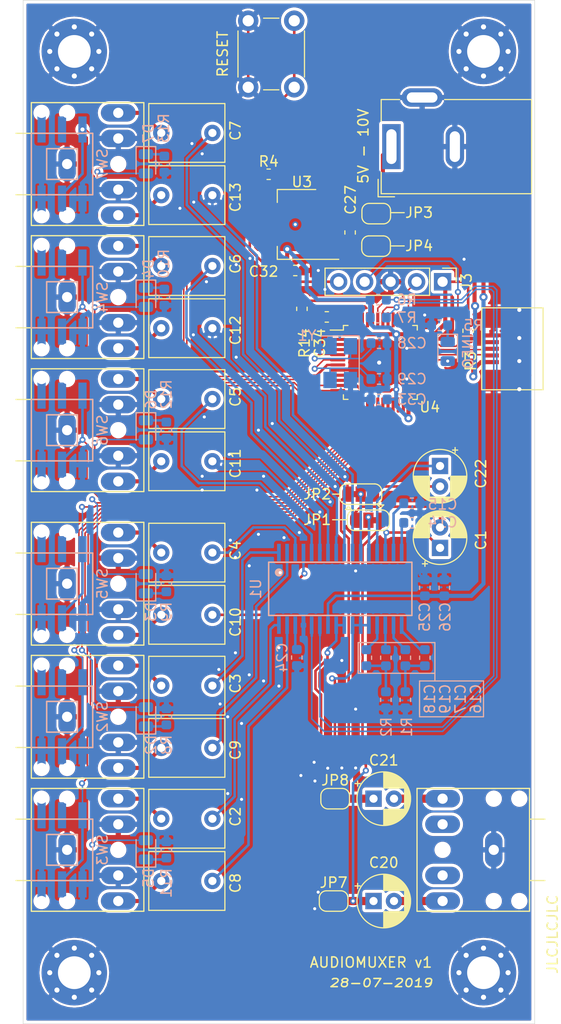
<source format=kicad_pcb>
(kicad_pcb (version 20171130) (host pcbnew "(5.1.0)-1")

  (general
    (thickness 1.6)
    (drawings 30)
    (tracks 808)
    (zones 0)
    (modules 84)
    (nets 100)
  )

  (page A4)
  (layers
    (0 F.Cu signal)
    (31 B.Cu signal)
    (32 B.Adhes user)
    (33 F.Adhes user)
    (34 B.Paste user)
    (35 F.Paste user)
    (36 B.SilkS user)
    (37 F.SilkS user)
    (38 B.Mask user)
    (39 F.Mask user)
    (40 Dwgs.User user)
    (41 Cmts.User user)
    (42 Eco1.User user)
    (43 Eco2.User user hide)
    (44 Edge.Cuts user)
    (45 Margin user)
    (46 B.CrtYd user)
    (47 F.CrtYd user)
    (48 B.Fab user)
    (49 F.Fab user)
  )

  (setup
    (last_trace_width 0.25)
    (user_trace_width 0.15)
    (user_trace_width 0.4)
    (user_trace_width 0.8)
    (trace_clearance 0.15)
    (zone_clearance 0.3)
    (zone_45_only no)
    (trace_min 0.15)
    (via_size 0.8)
    (via_drill 0.4)
    (via_min_size 0.3)
    (via_min_drill 0.3)
    (user_via 0.6 0.3)
    (uvia_size 0.3)
    (uvia_drill 0.1)
    (uvias_allowed no)
    (uvia_min_size 0.2)
    (uvia_min_drill 0.1)
    (edge_width 0.05)
    (segment_width 0.2)
    (pcb_text_width 0.3)
    (pcb_text_size 1.5 1.5)
    (mod_edge_width 0.12)
    (mod_text_size 1 1)
    (mod_text_width 0.15)
    (pad_size 1.524 1.524)
    (pad_drill 0.762)
    (pad_to_mask_clearance 0.051)
    (solder_mask_min_width 0.25)
    (aux_axis_origin 50 120)
    (grid_origin 50 120)
    (visible_elements 7FFFFFFF)
    (pcbplotparams
      (layerselection 0x018fc_ffffffff)
      (usegerberextensions false)
      (usegerberattributes true)
      (usegerberadvancedattributes false)
      (creategerberjobfile false)
      (excludeedgelayer false)
      (linewidth 0.100000)
      (plotframeref false)
      (viasonmask false)
      (mode 1)
      (useauxorigin false)
      (hpglpennumber 1)
      (hpglpenspeed 20)
      (hpglpendiameter 15.000000)
      (psnegative false)
      (psa4output false)
      (plotreference true)
      (plotvalue true)
      (plotinvisibletext false)
      (padsonsilk false)
      (subtractmaskfromsilk false)
      (outputformat 1)
      (mirror false)
      (drillshape 0)
      (scaleselection 1)
      (outputdirectory "gerber/"))
  )

  (net 0 "")
  (net 1 "Net-(C2-Pad2)")
  (net 2 "Net-(C2-Pad1)")
  (net 3 "Net-(C3-Pad2)")
  (net 4 "Net-(C3-Pad1)")
  (net 5 "Net-(C4-Pad2)")
  (net 6 "Net-(C4-Pad1)")
  (net 7 "Net-(C5-Pad2)")
  (net 8 "Net-(C5-Pad1)")
  (net 9 "Net-(C6-Pad2)")
  (net 10 "Net-(C6-Pad1)")
  (net 11 "Net-(C7-Pad2)")
  (net 12 "Net-(C7-Pad1)")
  (net 13 "Net-(C8-Pad2)")
  (net 14 "Net-(C8-Pad1)")
  (net 15 "Net-(C9-Pad2)")
  (net 16 "Net-(C9-Pad1)")
  (net 17 "Net-(C10-Pad2)")
  (net 18 "Net-(C10-Pad1)")
  (net 19 "Net-(C11-Pad2)")
  (net 20 "Net-(C11-Pad1)")
  (net 21 "Net-(C12-Pad2)")
  (net 22 "Net-(C12-Pad1)")
  (net 23 "Net-(C13-Pad2)")
  (net 24 "Net-(C13-Pad1)")
  (net 25 GND)
  (net 26 "Net-(C14-Pad1)")
  (net 27 "Net-(C15-Pad1)")
  (net 28 "Net-(C16-Pad2)")
  (net 29 "Net-(C16-Pad1)")
  (net 30 "Net-(C17-Pad2)")
  (net 31 "Net-(C18-Pad2)")
  (net 32 "Net-(C18-Pad1)")
  (net 33 "Net-(C19-Pad2)")
  (net 34 "Net-(C20-Pad2)")
  (net 35 "Net-(C20-Pad1)")
  (net 36 "Net-(C21-Pad2)")
  (net 37 "Net-(C21-Pad1)")
  (net 38 "Net-(C24-Pad1)")
  (net 39 VCC)
  (net 40 "Net-(C28-Pad1)")
  (net 41 "Net-(C29-Pad1)")
  (net 42 +3V3)
  (net 43 "Net-(D1-Pad2)")
  (net 44 "Net-(D1-Pad1)")
  (net 45 "Net-(J1-Pad1)")
  (net 46 "Net-(J2-Pad4)")
  (net 47 USB_P)
  (net 48 USB_N)
  (net 49 "Net-(J2-Pad1)")
  (net 50 RST)
  (net 51 JTMS)
  (net 52 JTCK)
  (net 53 "Net-(JP1-Pad2)")
  (net 54 "Net-(JP2-Pad2)")
  (net 55 SDA)
  (net 56 SCL)
  (net 57 "Net-(U4-Pad46)")
  (net 58 "Net-(U4-Pad45)")
  (net 59 "Net-(U4-Pad41)")
  (net 60 "Net-(U4-Pad40)")
  (net 61 "Net-(U4-Pad39)")
  (net 62 "Net-(U4-Pad38)")
  (net 63 "Net-(U4-Pad28)")
  (net 64 "Net-(U4-Pad27)")
  (net 65 "Net-(U4-Pad26)")
  (net 66 "Net-(U4-Pad25)")
  (net 67 "Net-(U4-Pad22)")
  (net 68 "Net-(U4-Pad21)")
  (net 69 "Net-(U4-Pad10)")
  (net 70 "Net-(U4-Pad4)")
  (net 71 "Net-(U4-Pad3)")
  (net 72 "Net-(U4-Pad2)")
  (net 73 "Net-(C1-Pad2)")
  (net 74 "Net-(C1-Pad1)")
  (net 75 "Net-(C22-Pad2)")
  (net 76 "Net-(C22-Pad1)")
  (net 77 "Net-(J10-PadSN)")
  (net 78 "Net-(JP7-Pad1)")
  (net 79 "Net-(JP8-Pad1)")
  (net 80 "Net-(J10-PadTN)")
  (net 81 "Net-(D2-Pad2)")
  (net 82 "Net-(D2-Pad1)")
  (net 83 "Net-(D3-Pad2)")
  (net 84 "Net-(D3-Pad1)")
  (net 85 "Net-(D4-Pad2)")
  (net 86 "Net-(D4-Pad1)")
  (net 87 "Net-(D5-Pad2)")
  (net 88 "Net-(D5-Pad1)")
  (net 89 "Net-(D6-Pad2)")
  (net 90 "Net-(D6-Pad1)")
  (net 91 "Net-(D7-Pad2)")
  (net 92 "Net-(D7-Pad1)")
  (net 93 "Net-(SW2-Pad2)")
  (net 94 "Net-(SW3-Pad2)")
  (net 95 "Net-(SW4-Pad2)")
  (net 96 "Net-(SW5-Pad2)")
  (net 97 "Net-(SW6-Pad2)")
  (net 98 "Net-(SW7-Pad2)")
  (net 99 "Net-(R14-Pad1)")

  (net_class Default "This is the default net class."
    (clearance 0.15)
    (trace_width 0.25)
    (via_dia 0.8)
    (via_drill 0.4)
    (uvia_dia 0.3)
    (uvia_drill 0.1)
    (add_net +3V3)
    (add_net GND)
    (add_net JTCK)
    (add_net JTMS)
    (add_net "Net-(C1-Pad1)")
    (add_net "Net-(C1-Pad2)")
    (add_net "Net-(C10-Pad1)")
    (add_net "Net-(C10-Pad2)")
    (add_net "Net-(C11-Pad1)")
    (add_net "Net-(C11-Pad2)")
    (add_net "Net-(C12-Pad1)")
    (add_net "Net-(C12-Pad2)")
    (add_net "Net-(C13-Pad1)")
    (add_net "Net-(C13-Pad2)")
    (add_net "Net-(C14-Pad1)")
    (add_net "Net-(C15-Pad1)")
    (add_net "Net-(C16-Pad1)")
    (add_net "Net-(C16-Pad2)")
    (add_net "Net-(C17-Pad2)")
    (add_net "Net-(C18-Pad1)")
    (add_net "Net-(C18-Pad2)")
    (add_net "Net-(C19-Pad2)")
    (add_net "Net-(C2-Pad1)")
    (add_net "Net-(C2-Pad2)")
    (add_net "Net-(C20-Pad1)")
    (add_net "Net-(C20-Pad2)")
    (add_net "Net-(C21-Pad1)")
    (add_net "Net-(C21-Pad2)")
    (add_net "Net-(C22-Pad1)")
    (add_net "Net-(C22-Pad2)")
    (add_net "Net-(C24-Pad1)")
    (add_net "Net-(C28-Pad1)")
    (add_net "Net-(C29-Pad1)")
    (add_net "Net-(C3-Pad1)")
    (add_net "Net-(C3-Pad2)")
    (add_net "Net-(C4-Pad1)")
    (add_net "Net-(C4-Pad2)")
    (add_net "Net-(C5-Pad1)")
    (add_net "Net-(C5-Pad2)")
    (add_net "Net-(C6-Pad1)")
    (add_net "Net-(C6-Pad2)")
    (add_net "Net-(C7-Pad1)")
    (add_net "Net-(C7-Pad2)")
    (add_net "Net-(C8-Pad1)")
    (add_net "Net-(C8-Pad2)")
    (add_net "Net-(C9-Pad1)")
    (add_net "Net-(C9-Pad2)")
    (add_net "Net-(D1-Pad1)")
    (add_net "Net-(D1-Pad2)")
    (add_net "Net-(D2-Pad1)")
    (add_net "Net-(D2-Pad2)")
    (add_net "Net-(D3-Pad1)")
    (add_net "Net-(D3-Pad2)")
    (add_net "Net-(D4-Pad1)")
    (add_net "Net-(D4-Pad2)")
    (add_net "Net-(D5-Pad1)")
    (add_net "Net-(D5-Pad2)")
    (add_net "Net-(D6-Pad1)")
    (add_net "Net-(D6-Pad2)")
    (add_net "Net-(D7-Pad1)")
    (add_net "Net-(D7-Pad2)")
    (add_net "Net-(J1-Pad1)")
    (add_net "Net-(J10-PadSN)")
    (add_net "Net-(J10-PadTN)")
    (add_net "Net-(J2-Pad1)")
    (add_net "Net-(J2-Pad4)")
    (add_net "Net-(JP1-Pad2)")
    (add_net "Net-(JP2-Pad2)")
    (add_net "Net-(JP7-Pad1)")
    (add_net "Net-(JP8-Pad1)")
    (add_net "Net-(R14-Pad1)")
    (add_net "Net-(SW2-Pad2)")
    (add_net "Net-(SW3-Pad2)")
    (add_net "Net-(SW4-Pad2)")
    (add_net "Net-(SW5-Pad2)")
    (add_net "Net-(SW6-Pad2)")
    (add_net "Net-(SW7-Pad2)")
    (add_net "Net-(U4-Pad10)")
    (add_net "Net-(U4-Pad2)")
    (add_net "Net-(U4-Pad21)")
    (add_net "Net-(U4-Pad22)")
    (add_net "Net-(U4-Pad25)")
    (add_net "Net-(U4-Pad26)")
    (add_net "Net-(U4-Pad27)")
    (add_net "Net-(U4-Pad28)")
    (add_net "Net-(U4-Pad3)")
    (add_net "Net-(U4-Pad38)")
    (add_net "Net-(U4-Pad39)")
    (add_net "Net-(U4-Pad4)")
    (add_net "Net-(U4-Pad40)")
    (add_net "Net-(U4-Pad41)")
    (add_net "Net-(U4-Pad45)")
    (add_net "Net-(U4-Pad46)")
    (add_net RST)
    (add_net SCL)
    (add_net SDA)
    (add_net USB_N)
    (add_net USB_P)
    (add_net VCC)
  )

  (module audioMux:XKB5858-Z-TP (layer B.Cu) (tedit 5DACA2AC) (tstamp 5D3FB619)
    (at 53.8 36 90)
    (path /5D4FBA63/5DEAAA27)
    (fp_text reference SW7 (at 0 3.95 90) (layer B.SilkS)
      (effects (font (size 1 1) (thickness 0.15)) (justify mirror))
    )
    (fp_text value SW_Push_Dual (at 0 4 90) (layer B.Fab)
      (effects (font (size 1 1) (thickness 0.15)) (justify mirror))
    )
    (fp_line (start -1.5 -1.5) (end -1.5 1.5) (layer B.SilkS) (width 0.15))
    (fp_line (start 1.5 -1.5) (end -1.5 -1.5) (layer B.SilkS) (width 0.15))
    (fp_line (start 1.5 1.5) (end 1.5 -1.5) (layer B.SilkS) (width 0.15))
    (fp_line (start -1.5 1.5) (end 1.5 1.5) (layer B.SilkS) (width 0.15))
    (fp_line (start -3 -3) (end -3 3) (layer B.SilkS) (width 0.15))
    (fp_line (start 3 -3) (end -3 -3) (layer B.SilkS) (width 0.15))
    (fp_line (start 3 3) (end 3 -3) (layer B.SilkS) (width 0.15))
    (fp_line (start -3 3) (end 3 3) (layer B.SilkS) (width 0.15))
    (pad 6 smd rect (at 3.375 -2 90) (size 2.55 0.8) (layers B.Cu B.Paste B.Mask))
    (pad 5 smd rect (at 3.375 0 90) (size 2.55 0.8) (layers B.Cu B.Paste B.Mask))
    (pad 4 smd rect (at 3.375 2 90) (size 2.55 0.8) (layers B.Cu B.Paste B.Mask)
      (net 98 "Net-(SW7-Pad2)"))
    (pad 3 smd rect (at -3.375 -2 90) (size 2.55 0.8) (layers B.Cu B.Paste B.Mask)
      (net 25 GND))
    (pad 2 smd rect (at -3.375 0 90) (size 2.55 0.8) (layers B.Cu B.Paste B.Mask)
      (net 98 "Net-(SW7-Pad2)"))
    (pad 1 smd rect (at -3.375 2 90) (size 2.55 0.8) (layers B.Cu B.Paste B.Mask)
      (net 25 GND))
    (model ${KIPRJMOD}/audioMux.pretty/XKB5858-X-TP.step
      (offset (xyz 0 0 5.5))
      (scale (xyz 1 1 1))
      (rotate (xyz -90 0 0))
    )
  )

  (module audioMux:XKB5858-Z-TP (layer B.Cu) (tedit 5DACA2AC) (tstamp 5D3FB607)
    (at 53.8 62 90)
    (path /5D4FBA63/5DCF1EFE)
    (fp_text reference SW6 (at 0 3.95 90) (layer B.SilkS)
      (effects (font (size 1 1) (thickness 0.15)) (justify mirror))
    )
    (fp_text value SW_Push_Dual (at 0 4 90) (layer B.Fab)
      (effects (font (size 1 1) (thickness 0.15)) (justify mirror))
    )
    (fp_line (start -1.5 -1.5) (end -1.5 1.5) (layer B.SilkS) (width 0.15))
    (fp_line (start 1.5 -1.5) (end -1.5 -1.5) (layer B.SilkS) (width 0.15))
    (fp_line (start 1.5 1.5) (end 1.5 -1.5) (layer B.SilkS) (width 0.15))
    (fp_line (start -1.5 1.5) (end 1.5 1.5) (layer B.SilkS) (width 0.15))
    (fp_line (start -3 -3) (end -3 3) (layer B.SilkS) (width 0.15))
    (fp_line (start 3 -3) (end -3 -3) (layer B.SilkS) (width 0.15))
    (fp_line (start 3 3) (end 3 -3) (layer B.SilkS) (width 0.15))
    (fp_line (start -3 3) (end 3 3) (layer B.SilkS) (width 0.15))
    (pad 6 smd rect (at 3.375 -2 90) (size 2.55 0.8) (layers B.Cu B.Paste B.Mask))
    (pad 5 smd rect (at 3.375 0 90) (size 2.55 0.8) (layers B.Cu B.Paste B.Mask))
    (pad 4 smd rect (at 3.375 2 90) (size 2.55 0.8) (layers B.Cu B.Paste B.Mask)
      (net 97 "Net-(SW6-Pad2)"))
    (pad 3 smd rect (at -3.375 -2 90) (size 2.55 0.8) (layers B.Cu B.Paste B.Mask)
      (net 25 GND))
    (pad 2 smd rect (at -3.375 0 90) (size 2.55 0.8) (layers B.Cu B.Paste B.Mask)
      (net 97 "Net-(SW6-Pad2)"))
    (pad 1 smd rect (at -3.375 2 90) (size 2.55 0.8) (layers B.Cu B.Paste B.Mask)
      (net 25 GND))
    (model ${KIPRJMOD}/audioMux.pretty/XKB5858-X-TP.step
      (offset (xyz 0 0 5.5))
      (scale (xyz 1 1 1))
      (rotate (xyz -90 0 0))
    )
  )

  (module audioMux:XKB5858-Z-TP (layer B.Cu) (tedit 5DACA2AC) (tstamp 5D3FB5F5)
    (at 53.8 77 90)
    (path /5D4FBA63/5DCAC21D)
    (fp_text reference SW5 (at 0 3.95 90) (layer B.SilkS)
      (effects (font (size 1 1) (thickness 0.15)) (justify mirror))
    )
    (fp_text value SW_Push_Dual (at 0 4 90) (layer B.Fab)
      (effects (font (size 1 1) (thickness 0.15)) (justify mirror))
    )
    (fp_line (start -1.5 -1.5) (end -1.5 1.5) (layer B.SilkS) (width 0.15))
    (fp_line (start 1.5 -1.5) (end -1.5 -1.5) (layer B.SilkS) (width 0.15))
    (fp_line (start 1.5 1.5) (end 1.5 -1.5) (layer B.SilkS) (width 0.15))
    (fp_line (start -1.5 1.5) (end 1.5 1.5) (layer B.SilkS) (width 0.15))
    (fp_line (start -3 -3) (end -3 3) (layer B.SilkS) (width 0.15))
    (fp_line (start 3 -3) (end -3 -3) (layer B.SilkS) (width 0.15))
    (fp_line (start 3 3) (end 3 -3) (layer B.SilkS) (width 0.15))
    (fp_line (start -3 3) (end 3 3) (layer B.SilkS) (width 0.15))
    (pad 6 smd rect (at 3.375 -2 90) (size 2.55 0.8) (layers B.Cu B.Paste B.Mask))
    (pad 5 smd rect (at 3.375 0 90) (size 2.55 0.8) (layers B.Cu B.Paste B.Mask))
    (pad 4 smd rect (at 3.375 2 90) (size 2.55 0.8) (layers B.Cu B.Paste B.Mask)
      (net 96 "Net-(SW5-Pad2)"))
    (pad 3 smd rect (at -3.375 -2 90) (size 2.55 0.8) (layers B.Cu B.Paste B.Mask)
      (net 25 GND))
    (pad 2 smd rect (at -3.375 0 90) (size 2.55 0.8) (layers B.Cu B.Paste B.Mask)
      (net 96 "Net-(SW5-Pad2)"))
    (pad 1 smd rect (at -3.375 2 90) (size 2.55 0.8) (layers B.Cu B.Paste B.Mask)
      (net 25 GND))
    (model ${KIPRJMOD}/audioMux.pretty/XKB5858-X-TP.step
      (offset (xyz 0 0 5.5))
      (scale (xyz 1 1 1))
      (rotate (xyz -90 0 0))
    )
  )

  (module audioMux:XKB5858-Z-TP (layer B.Cu) (tedit 5DACA2AC) (tstamp 5D3FB5E3)
    (at 53.8 49 90)
    (path /5D4FBA63/5DD6E675)
    (fp_text reference SW4 (at 0 3.95 90) (layer B.SilkS)
      (effects (font (size 1 1) (thickness 0.15)) (justify mirror))
    )
    (fp_text value SW_Push_Dual (at 0 4 90) (layer B.Fab)
      (effects (font (size 1 1) (thickness 0.15)) (justify mirror))
    )
    (fp_line (start -1.5 -1.5) (end -1.5 1.5) (layer B.SilkS) (width 0.15))
    (fp_line (start 1.5 -1.5) (end -1.5 -1.5) (layer B.SilkS) (width 0.15))
    (fp_line (start 1.5 1.5) (end 1.5 -1.5) (layer B.SilkS) (width 0.15))
    (fp_line (start -1.5 1.5) (end 1.5 1.5) (layer B.SilkS) (width 0.15))
    (fp_line (start -3 -3) (end -3 3) (layer B.SilkS) (width 0.15))
    (fp_line (start 3 -3) (end -3 -3) (layer B.SilkS) (width 0.15))
    (fp_line (start 3 3) (end 3 -3) (layer B.SilkS) (width 0.15))
    (fp_line (start -3 3) (end 3 3) (layer B.SilkS) (width 0.15))
    (pad 6 smd rect (at 3.375 -2 90) (size 2.55 0.8) (layers B.Cu B.Paste B.Mask))
    (pad 5 smd rect (at 3.375 0 90) (size 2.55 0.8) (layers B.Cu B.Paste B.Mask))
    (pad 4 smd rect (at 3.375 2 90) (size 2.55 0.8) (layers B.Cu B.Paste B.Mask)
      (net 95 "Net-(SW4-Pad2)"))
    (pad 3 smd rect (at -3.375 -2 90) (size 2.55 0.8) (layers B.Cu B.Paste B.Mask)
      (net 25 GND))
    (pad 2 smd rect (at -3.375 0 90) (size 2.55 0.8) (layers B.Cu B.Paste B.Mask)
      (net 95 "Net-(SW4-Pad2)"))
    (pad 1 smd rect (at -3.375 2 90) (size 2.55 0.8) (layers B.Cu B.Paste B.Mask)
      (net 25 GND))
    (model ${KIPRJMOD}/audioMux.pretty/XKB5858-X-TP.step
      (offset (xyz 0 0 5.5))
      (scale (xyz 1 1 1))
      (rotate (xyz -90 0 0))
    )
  )

  (module audioMux:XKB5858-Z-TP (layer B.Cu) (tedit 5DACA2AC) (tstamp 5D3FB5D1)
    (at 53.8 103 90)
    (path /5D4FBA63/5DCCEEEE)
    (fp_text reference SW3 (at 0 3.95 90) (layer B.SilkS)
      (effects (font (size 1 1) (thickness 0.15)) (justify mirror))
    )
    (fp_text value SW_Push_Dual (at 0 4 90) (layer B.Fab)
      (effects (font (size 1 1) (thickness 0.15)) (justify mirror))
    )
    (fp_line (start -1.5 -1.5) (end -1.5 1.5) (layer B.SilkS) (width 0.15))
    (fp_line (start 1.5 -1.5) (end -1.5 -1.5) (layer B.SilkS) (width 0.15))
    (fp_line (start 1.5 1.5) (end 1.5 -1.5) (layer B.SilkS) (width 0.15))
    (fp_line (start -1.5 1.5) (end 1.5 1.5) (layer B.SilkS) (width 0.15))
    (fp_line (start -3 -3) (end -3 3) (layer B.SilkS) (width 0.15))
    (fp_line (start 3 -3) (end -3 -3) (layer B.SilkS) (width 0.15))
    (fp_line (start 3 3) (end 3 -3) (layer B.SilkS) (width 0.15))
    (fp_line (start -3 3) (end 3 3) (layer B.SilkS) (width 0.15))
    (pad 6 smd rect (at 3.375 -2 90) (size 2.55 0.8) (layers B.Cu B.Paste B.Mask))
    (pad 5 smd rect (at 3.375 0 90) (size 2.55 0.8) (layers B.Cu B.Paste B.Mask))
    (pad 4 smd rect (at 3.375 2 90) (size 2.55 0.8) (layers B.Cu B.Paste B.Mask)
      (net 94 "Net-(SW3-Pad2)"))
    (pad 3 smd rect (at -3.375 -2 90) (size 2.55 0.8) (layers B.Cu B.Paste B.Mask)
      (net 25 GND))
    (pad 2 smd rect (at -3.375 0 90) (size 2.55 0.8) (layers B.Cu B.Paste B.Mask)
      (net 94 "Net-(SW3-Pad2)"))
    (pad 1 smd rect (at -3.375 2 90) (size 2.55 0.8) (layers B.Cu B.Paste B.Mask)
      (net 25 GND))
    (model ${KIPRJMOD}/audioMux.pretty/XKB5858-X-TP.step
      (offset (xyz 0 0 5.5))
      (scale (xyz 1 1 1))
      (rotate (xyz -90 0 0))
    )
  )

  (module audioMux:XKB5858-Z-TP (layer B.Cu) (tedit 5DACA2AC) (tstamp 5D3FB5BF)
    (at 53.8 90 90)
    (path /5D4FBA63/5DAFB3C5)
    (fp_text reference SW2 (at 0 3.95 90) (layer B.SilkS)
      (effects (font (size 1 1) (thickness 0.15)) (justify mirror))
    )
    (fp_text value SW_Push_Dual (at 0 4 90) (layer B.Fab)
      (effects (font (size 1 1) (thickness 0.15)) (justify mirror))
    )
    (fp_line (start -1.5 -1.5) (end -1.5 1.5) (layer B.SilkS) (width 0.15))
    (fp_line (start 1.5 -1.5) (end -1.5 -1.5) (layer B.SilkS) (width 0.15))
    (fp_line (start 1.5 1.5) (end 1.5 -1.5) (layer B.SilkS) (width 0.15))
    (fp_line (start -1.5 1.5) (end 1.5 1.5) (layer B.SilkS) (width 0.15))
    (fp_line (start -3 -3) (end -3 3) (layer B.SilkS) (width 0.15))
    (fp_line (start 3 -3) (end -3 -3) (layer B.SilkS) (width 0.15))
    (fp_line (start 3 3) (end 3 -3) (layer B.SilkS) (width 0.15))
    (fp_line (start -3 3) (end 3 3) (layer B.SilkS) (width 0.15))
    (pad 6 smd rect (at 3.375 -2 90) (size 2.55 0.8) (layers B.Cu B.Paste B.Mask))
    (pad 5 smd rect (at 3.375 0 90) (size 2.55 0.8) (layers B.Cu B.Paste B.Mask))
    (pad 4 smd rect (at 3.375 2 90) (size 2.55 0.8) (layers B.Cu B.Paste B.Mask)
      (net 93 "Net-(SW2-Pad2)"))
    (pad 3 smd rect (at -3.375 -2 90) (size 2.55 0.8) (layers B.Cu B.Paste B.Mask)
      (net 25 GND))
    (pad 2 smd rect (at -3.375 0 90) (size 2.55 0.8) (layers B.Cu B.Paste B.Mask)
      (net 93 "Net-(SW2-Pad2)"))
    (pad 1 smd rect (at -3.375 2 90) (size 2.55 0.8) (layers B.Cu B.Paste B.Mask)
      (net 25 GND))
    (model ${KIPRJMOD}/audioMux.pretty/XKB5858-X-TP.step
      (offset (xyz 0 0 5.5))
      (scale (xyz 1 1 1))
      (rotate (xyz -90 0 0))
    )
  )

  (module audioMux:Klinke-JC128 locked (layer F.Cu) (tedit 5DAC9F3B) (tstamp 5D3CF3C8)
    (at 50.8 36)
    (path /5D880569)
    (attr virtual)
    (fp_text reference J9 (at 12.4 3.6 90) (layer F.SilkS) hide
      (effects (font (size 1.27 1.27) (thickness 0.15)))
    )
    (fp_text value AudioJack2_Ground_Switch (at 2 7.2) (layer F.SilkS) hide
      (effects (font (size 1.27 1.27) (thickness 0.15)))
    )
    (fp_line (start 0 2.99974) (end -1.5 2.99974) (layer F.SilkS) (width 0.127))
    (fp_line (start 0 -5.99948) (end 10.9982 -5.99948) (layer F.SilkS) (width 0.127))
    (fp_line (start -1.5 -3) (end 0 -2.99974) (layer F.SilkS) (width 0.127))
    (fp_line (start 0 5.99948) (end 0 -5.99948) (layer F.SilkS) (width 0.127))
    (fp_line (start 10.9982 -5.99948) (end 10.9982 5.99948) (layer F.SilkS) (width 0.127))
    (fp_line (start 10.9982 5.99948) (end 0 5.99948) (layer F.SilkS) (width 0.127))
    (fp_circle (center 8.49884 0) (end 8.49884 -0.49784) (layer Dwgs.User) (width 0.127))
    (fp_circle (center 0.99822 -4.99872) (end 0.99822 -5.49656) (layer Dwgs.User) (width 0.127))
    (fp_circle (center 0.99822 4.99872) (end 0.99822 4.50088) (layer Dwgs.User) (width 0.127))
    (fp_circle (center 3.49758 4.99872) (end 3.49758 4.50088) (layer Dwgs.User) (width 0.127))
    (fp_circle (center 3.49758 -4.99872) (end 3.49758 -5.49656) (layer Dwgs.User) (width 0.127))
    (fp_line (start -1.79832 -1.79832) (end -2.99974 -1.79832) (layer Dwgs.User) (width 0.127))
    (fp_line (start -1.79832 1.79832) (end -1.79832 -1.79832) (layer Dwgs.User) (width 0.127))
    (fp_line (start -2.99974 1.79832) (end -1.79832 1.79832) (layer Dwgs.User) (width 0.127))
    (fp_line (start -2.99974 -2.99974) (end 0 -2.99974) (layer Dwgs.User) (width 0.127))
    (fp_line (start -2.99974 2.99974) (end -2.99974 -2.99974) (layer Dwgs.User) (width 0.127))
    (fp_line (start 0 2.99974) (end -2.99974 2.99974) (layer Dwgs.User) (width 0.127))
    (fp_line (start 10.9982 5.99948) (end 0 5.99948) (layer Dwgs.User) (width 0.127))
    (fp_line (start 10.9982 -5.99948) (end 10.9982 5.99948) (layer Dwgs.User) (width 0.127))
    (fp_line (start 0 -5.99948) (end 10.9982 -5.99948) (layer Dwgs.User) (width 0.127))
    (fp_line (start 0 5.99948) (end 0 -5.99948) (layer Dwgs.User) (width 0.127))
    (pad "" np_thru_hole circle (at 8.49884 0) (size 1 1) (drill 1) (layers *.Cu *.Mask))
    (pad "" np_thru_hole circle (at 0.99822 4.99872) (size 1 1) (drill 1) (layers *.Cu *.Mask))
    (pad "" np_thru_hole circle (at 3.49758 4.99872) (size 1 1) (drill 1) (layers *.Cu *.Mask))
    (pad "" np_thru_hole circle (at 3.49758 -4.99872) (size 1 1) (drill 1) (layers *.Cu *.Mask))
    (pad "" np_thru_hole circle (at 0.99822 -4.99872) (size 1 1) (drill 1) (layers *.Cu *.Mask))
    (pad S thru_hole oval (at 8.49884 -4.99872 90) (size 1.69926 3.39852) (drill 0.99822) (layers *.Cu *.Paste *.Mask)
      (net 11 "Net-(C7-Pad2)"))
    (pad SN thru_hole oval (at 8.49884 -2.49936 90) (size 1.69926 3.39852) (drill 0.99822) (layers *.Cu *.Paste *.Mask)
      (net 25 GND))
    (pad TN thru_hole oval (at 8.49884 2.49936 90) (size 1.69926 3.39852) (drill 0.99822) (layers *.Cu *.Paste *.Mask)
      (net 25 GND))
    (pad T thru_hole oval (at 8.49884 4.99872 90) (size 1.69926 3.39852) (drill 0.99822) (layers *.Cu *.Paste *.Mask)
      (net 23 "Net-(C13-Pad2)"))
    (pad G thru_hole oval (at 3.49758 0 180) (size 1.69926 3.39852) (drill 0.99822) (layers *.Cu *.Paste *.Mask)
      (net 25 GND))
    (model ${KIPRJMOD}/audioMux.pretty/JC-128.step
      (offset (xyz 11 0 0))
      (scale (xyz 1 1 1))
      (rotate (xyz -90 0 180))
    )
  )

  (module audioMux:Klinke-JC128 (layer F.Cu) (tedit 5DAC9F3B) (tstamp 5D3D61D6)
    (at 99.5 103 180)
    (path /5D8C9B67)
    (attr virtual)
    (fp_text reference J10 (at 12.4 3.6 270) (layer F.SilkS) hide
      (effects (font (size 1.27 1.27) (thickness 0.15)))
    )
    (fp_text value AudioJack2_Ground_Switch (at 2 7.2 180) (layer F.SilkS) hide
      (effects (font (size 1.27 1.27) (thickness 0.15)))
    )
    (fp_line (start 0 2.99974) (end -1.5 2.99974) (layer F.SilkS) (width 0.127))
    (fp_line (start 0 -5.99948) (end 10.9982 -5.99948) (layer F.SilkS) (width 0.127))
    (fp_line (start -1.5 -3) (end 0 -2.99974) (layer F.SilkS) (width 0.127))
    (fp_line (start 0 5.99948) (end 0 -5.99948) (layer F.SilkS) (width 0.127))
    (fp_line (start 10.9982 -5.99948) (end 10.9982 5.99948) (layer F.SilkS) (width 0.127))
    (fp_line (start 10.9982 5.99948) (end 0 5.99948) (layer F.SilkS) (width 0.127))
    (fp_circle (center 8.49884 0) (end 8.49884 -0.49784) (layer Dwgs.User) (width 0.127))
    (fp_circle (center 0.99822 -4.99872) (end 0.99822 -5.49656) (layer Dwgs.User) (width 0.127))
    (fp_circle (center 0.99822 4.99872) (end 0.99822 4.50088) (layer Dwgs.User) (width 0.127))
    (fp_circle (center 3.49758 4.99872) (end 3.49758 4.50088) (layer Dwgs.User) (width 0.127))
    (fp_circle (center 3.49758 -4.99872) (end 3.49758 -5.49656) (layer Dwgs.User) (width 0.127))
    (fp_line (start -1.79832 -1.79832) (end -2.99974 -1.79832) (layer Dwgs.User) (width 0.127))
    (fp_line (start -1.79832 1.79832) (end -1.79832 -1.79832) (layer Dwgs.User) (width 0.127))
    (fp_line (start -2.99974 1.79832) (end -1.79832 1.79832) (layer Dwgs.User) (width 0.127))
    (fp_line (start -2.99974 -2.99974) (end 0 -2.99974) (layer Dwgs.User) (width 0.127))
    (fp_line (start -2.99974 2.99974) (end -2.99974 -2.99974) (layer Dwgs.User) (width 0.127))
    (fp_line (start 0 2.99974) (end -2.99974 2.99974) (layer Dwgs.User) (width 0.127))
    (fp_line (start 10.9982 5.99948) (end 0 5.99948) (layer Dwgs.User) (width 0.127))
    (fp_line (start 10.9982 -5.99948) (end 10.9982 5.99948) (layer Dwgs.User) (width 0.127))
    (fp_line (start 0 -5.99948) (end 10.9982 -5.99948) (layer Dwgs.User) (width 0.127))
    (fp_line (start 0 5.99948) (end 0 -5.99948) (layer Dwgs.User) (width 0.127))
    (pad "" np_thru_hole circle (at 8.49884 0 180) (size 1 1) (drill 1) (layers *.Cu *.Mask))
    (pad "" np_thru_hole circle (at 0.99822 4.99872 180) (size 1 1) (drill 1) (layers *.Cu *.Mask))
    (pad "" np_thru_hole circle (at 3.49758 4.99872 180) (size 1 1) (drill 1) (layers *.Cu *.Mask))
    (pad "" np_thru_hole circle (at 3.49758 -4.99872 180) (size 1 1) (drill 1) (layers *.Cu *.Mask))
    (pad "" np_thru_hole circle (at 0.99822 -4.99872 180) (size 1 1) (drill 1) (layers *.Cu *.Mask))
    (pad S thru_hole oval (at 8.49884 -4.99872 270) (size 1.69926 3.39852) (drill 0.99822) (layers *.Cu *.Paste *.Mask)
      (net 34 "Net-(C20-Pad2)"))
    (pad SN thru_hole oval (at 8.49884 -2.49936 270) (size 1.69926 3.39852) (drill 0.99822) (layers *.Cu *.Paste *.Mask)
      (net 77 "Net-(J10-PadSN)"))
    (pad TN thru_hole oval (at 8.49884 2.49936 270) (size 1.69926 3.39852) (drill 0.99822) (layers *.Cu *.Paste *.Mask)
      (net 80 "Net-(J10-PadTN)"))
    (pad T thru_hole oval (at 8.49884 4.99872 270) (size 1.69926 3.39852) (drill 0.99822) (layers *.Cu *.Paste *.Mask)
      (net 36 "Net-(C21-Pad2)"))
    (pad G thru_hole oval (at 3.49758 0) (size 1.69926 3.39852) (drill 0.99822) (layers *.Cu *.Paste *.Mask)
      (net 25 GND))
    (model ${KIPRJMOD}/audioMux.pretty/JC-128.step
      (offset (xyz 11 0 0))
      (scale (xyz 1 1 1))
      (rotate (xyz -90 0 180))
    )
  )

  (module audioMux:Klinke-JC128 (layer F.Cu) (tedit 5DAC9F3B) (tstamp 5D3FDF4F)
    (at 50.8 49)
    (path /5D87FF31)
    (attr virtual)
    (fp_text reference J8 (at 12.4 3.6 90) (layer F.SilkS) hide
      (effects (font (size 1.27 1.27) (thickness 0.15)))
    )
    (fp_text value AudioJack2_Ground_Switch (at 2 7.2) (layer F.SilkS) hide
      (effects (font (size 1.27 1.27) (thickness 0.15)))
    )
    (fp_line (start 0 2.99974) (end -1.5 2.99974) (layer F.SilkS) (width 0.127))
    (fp_line (start 0 -5.99948) (end 10.9982 -5.99948) (layer F.SilkS) (width 0.127))
    (fp_line (start -1.5 -3) (end 0 -2.99974) (layer F.SilkS) (width 0.127))
    (fp_line (start 0 5.99948) (end 0 -5.99948) (layer F.SilkS) (width 0.127))
    (fp_line (start 10.9982 -5.99948) (end 10.9982 5.99948) (layer F.SilkS) (width 0.127))
    (fp_line (start 10.9982 5.99948) (end 0 5.99948) (layer F.SilkS) (width 0.127))
    (fp_circle (center 8.49884 0) (end 8.49884 -0.49784) (layer Dwgs.User) (width 0.127))
    (fp_circle (center 0.99822 -4.99872) (end 0.99822 -5.49656) (layer Dwgs.User) (width 0.127))
    (fp_circle (center 0.99822 4.99872) (end 0.99822 4.50088) (layer Dwgs.User) (width 0.127))
    (fp_circle (center 3.49758 4.99872) (end 3.49758 4.50088) (layer Dwgs.User) (width 0.127))
    (fp_circle (center 3.49758 -4.99872) (end 3.49758 -5.49656) (layer Dwgs.User) (width 0.127))
    (fp_line (start -1.79832 -1.79832) (end -2.99974 -1.79832) (layer Dwgs.User) (width 0.127))
    (fp_line (start -1.79832 1.79832) (end -1.79832 -1.79832) (layer Dwgs.User) (width 0.127))
    (fp_line (start -2.99974 1.79832) (end -1.79832 1.79832) (layer Dwgs.User) (width 0.127))
    (fp_line (start -2.99974 -2.99974) (end 0 -2.99974) (layer Dwgs.User) (width 0.127))
    (fp_line (start -2.99974 2.99974) (end -2.99974 -2.99974) (layer Dwgs.User) (width 0.127))
    (fp_line (start 0 2.99974) (end -2.99974 2.99974) (layer Dwgs.User) (width 0.127))
    (fp_line (start 10.9982 5.99948) (end 0 5.99948) (layer Dwgs.User) (width 0.127))
    (fp_line (start 10.9982 -5.99948) (end 10.9982 5.99948) (layer Dwgs.User) (width 0.127))
    (fp_line (start 0 -5.99948) (end 10.9982 -5.99948) (layer Dwgs.User) (width 0.127))
    (fp_line (start 0 5.99948) (end 0 -5.99948) (layer Dwgs.User) (width 0.127))
    (pad "" np_thru_hole circle (at 8.49884 0) (size 1 1) (drill 1) (layers *.Cu *.Mask))
    (pad "" np_thru_hole circle (at 0.99822 4.99872) (size 1 1) (drill 1) (layers *.Cu *.Mask))
    (pad "" np_thru_hole circle (at 3.49758 4.99872) (size 1 1) (drill 1) (layers *.Cu *.Mask))
    (pad "" np_thru_hole circle (at 3.49758 -4.99872) (size 1 1) (drill 1) (layers *.Cu *.Mask))
    (pad "" np_thru_hole circle (at 0.99822 -4.99872) (size 1 1) (drill 1) (layers *.Cu *.Mask))
    (pad S thru_hole oval (at 8.49884 -4.99872 90) (size 1.69926 3.39852) (drill 0.99822) (layers *.Cu *.Paste *.Mask)
      (net 9 "Net-(C6-Pad2)"))
    (pad SN thru_hole oval (at 8.49884 -2.49936 90) (size 1.69926 3.39852) (drill 0.99822) (layers *.Cu *.Paste *.Mask)
      (net 25 GND))
    (pad TN thru_hole oval (at 8.49884 2.49936 90) (size 1.69926 3.39852) (drill 0.99822) (layers *.Cu *.Paste *.Mask)
      (net 25 GND))
    (pad T thru_hole oval (at 8.49884 4.99872 90) (size 1.69926 3.39852) (drill 0.99822) (layers *.Cu *.Paste *.Mask)
      (net 21 "Net-(C12-Pad2)"))
    (pad G thru_hole oval (at 3.49758 0 180) (size 1.69926 3.39852) (drill 0.99822) (layers *.Cu *.Paste *.Mask)
      (net 25 GND))
    (model ${KIPRJMOD}/audioMux.pretty/JC-128.step
      (offset (xyz 11 0 0))
      (scale (xyz 1 1 1))
      (rotate (xyz -90 0 180))
    )
  )

  (module audioMux:Klinke-JC128 (layer F.Cu) (tedit 5DAC9F3B) (tstamp 5D3CDD78)
    (at 50.8 62)
    (path /5D87ED15)
    (attr virtual)
    (fp_text reference J7 (at 12.4 3.6 90) (layer F.SilkS) hide
      (effects (font (size 1.27 1.27) (thickness 0.15)))
    )
    (fp_text value AudioJack2_Ground_Switch (at 2 7.2) (layer F.SilkS) hide
      (effects (font (size 1.27 1.27) (thickness 0.15)))
    )
    (fp_line (start 0 2.99974) (end -1.5 2.99974) (layer F.SilkS) (width 0.127))
    (fp_line (start 0 -5.99948) (end 10.9982 -5.99948) (layer F.SilkS) (width 0.127))
    (fp_line (start -1.5 -3) (end 0 -2.99974) (layer F.SilkS) (width 0.127))
    (fp_line (start 0 5.99948) (end 0 -5.99948) (layer F.SilkS) (width 0.127))
    (fp_line (start 10.9982 -5.99948) (end 10.9982 5.99948) (layer F.SilkS) (width 0.127))
    (fp_line (start 10.9982 5.99948) (end 0 5.99948) (layer F.SilkS) (width 0.127))
    (fp_circle (center 8.49884 0) (end 8.49884 -0.49784) (layer Dwgs.User) (width 0.127))
    (fp_circle (center 0.99822 -4.99872) (end 0.99822 -5.49656) (layer Dwgs.User) (width 0.127))
    (fp_circle (center 0.99822 4.99872) (end 0.99822 4.50088) (layer Dwgs.User) (width 0.127))
    (fp_circle (center 3.49758 4.99872) (end 3.49758 4.50088) (layer Dwgs.User) (width 0.127))
    (fp_circle (center 3.49758 -4.99872) (end 3.49758 -5.49656) (layer Dwgs.User) (width 0.127))
    (fp_line (start -1.79832 -1.79832) (end -2.99974 -1.79832) (layer Dwgs.User) (width 0.127))
    (fp_line (start -1.79832 1.79832) (end -1.79832 -1.79832) (layer Dwgs.User) (width 0.127))
    (fp_line (start -2.99974 1.79832) (end -1.79832 1.79832) (layer Dwgs.User) (width 0.127))
    (fp_line (start -2.99974 -2.99974) (end 0 -2.99974) (layer Dwgs.User) (width 0.127))
    (fp_line (start -2.99974 2.99974) (end -2.99974 -2.99974) (layer Dwgs.User) (width 0.127))
    (fp_line (start 0 2.99974) (end -2.99974 2.99974) (layer Dwgs.User) (width 0.127))
    (fp_line (start 10.9982 5.99948) (end 0 5.99948) (layer Dwgs.User) (width 0.127))
    (fp_line (start 10.9982 -5.99948) (end 10.9982 5.99948) (layer Dwgs.User) (width 0.127))
    (fp_line (start 0 -5.99948) (end 10.9982 -5.99948) (layer Dwgs.User) (width 0.127))
    (fp_line (start 0 5.99948) (end 0 -5.99948) (layer Dwgs.User) (width 0.127))
    (pad "" np_thru_hole circle (at 8.49884 0) (size 1 1) (drill 1) (layers *.Cu *.Mask))
    (pad "" np_thru_hole circle (at 0.99822 4.99872) (size 1 1) (drill 1) (layers *.Cu *.Mask))
    (pad "" np_thru_hole circle (at 3.49758 4.99872) (size 1 1) (drill 1) (layers *.Cu *.Mask))
    (pad "" np_thru_hole circle (at 3.49758 -4.99872) (size 1 1) (drill 1) (layers *.Cu *.Mask))
    (pad "" np_thru_hole circle (at 0.99822 -4.99872) (size 1 1) (drill 1) (layers *.Cu *.Mask))
    (pad S thru_hole oval (at 8.49884 -4.99872 90) (size 1.69926 3.39852) (drill 0.99822) (layers *.Cu *.Paste *.Mask)
      (net 7 "Net-(C5-Pad2)"))
    (pad SN thru_hole oval (at 8.49884 -2.49936 90) (size 1.69926 3.39852) (drill 0.99822) (layers *.Cu *.Paste *.Mask)
      (net 25 GND))
    (pad TN thru_hole oval (at 8.49884 2.49936 90) (size 1.69926 3.39852) (drill 0.99822) (layers *.Cu *.Paste *.Mask)
      (net 25 GND))
    (pad T thru_hole oval (at 8.49884 4.99872 90) (size 1.69926 3.39852) (drill 0.99822) (layers *.Cu *.Paste *.Mask)
      (net 19 "Net-(C11-Pad2)"))
    (pad G thru_hole oval (at 3.49758 0 180) (size 1.69926 3.39852) (drill 0.99822) (layers *.Cu *.Paste *.Mask)
      (net 25 GND))
    (model ${KIPRJMOD}/audioMux.pretty/JC-128.step
      (offset (xyz 11 0 0))
      (scale (xyz 1 1 1))
      (rotate (xyz -90 0 180))
    )
  )

  (module audioMux:Klinke-JC128 (layer F.Cu) (tedit 5DAC9F3B) (tstamp 5D3CDD60)
    (at 50.8 77)
    (path /5D87D194)
    (attr virtual)
    (fp_text reference J6 (at 12.4 3.6 90) (layer F.SilkS) hide
      (effects (font (size 1.27 1.27) (thickness 0.15)))
    )
    (fp_text value AudioJack2_Ground_Switch (at 2 7.2) (layer F.SilkS) hide
      (effects (font (size 1.27 1.27) (thickness 0.15)))
    )
    (fp_line (start 0 2.99974) (end -1.5 2.99974) (layer F.SilkS) (width 0.127))
    (fp_line (start 0 -5.99948) (end 10.9982 -5.99948) (layer F.SilkS) (width 0.127))
    (fp_line (start -1.5 -3) (end 0 -2.99974) (layer F.SilkS) (width 0.127))
    (fp_line (start 0 5.99948) (end 0 -5.99948) (layer F.SilkS) (width 0.127))
    (fp_line (start 10.9982 -5.99948) (end 10.9982 5.99948) (layer F.SilkS) (width 0.127))
    (fp_line (start 10.9982 5.99948) (end 0 5.99948) (layer F.SilkS) (width 0.127))
    (fp_circle (center 8.49884 0) (end 8.49884 -0.49784) (layer Dwgs.User) (width 0.127))
    (fp_circle (center 0.99822 -4.99872) (end 0.99822 -5.49656) (layer Dwgs.User) (width 0.127))
    (fp_circle (center 0.99822 4.99872) (end 0.99822 4.50088) (layer Dwgs.User) (width 0.127))
    (fp_circle (center 3.49758 4.99872) (end 3.49758 4.50088) (layer Dwgs.User) (width 0.127))
    (fp_circle (center 3.49758 -4.99872) (end 3.49758 -5.49656) (layer Dwgs.User) (width 0.127))
    (fp_line (start -1.79832 -1.79832) (end -2.99974 -1.79832) (layer Dwgs.User) (width 0.127))
    (fp_line (start -1.79832 1.79832) (end -1.79832 -1.79832) (layer Dwgs.User) (width 0.127))
    (fp_line (start -2.99974 1.79832) (end -1.79832 1.79832) (layer Dwgs.User) (width 0.127))
    (fp_line (start -2.99974 -2.99974) (end 0 -2.99974) (layer Dwgs.User) (width 0.127))
    (fp_line (start -2.99974 2.99974) (end -2.99974 -2.99974) (layer Dwgs.User) (width 0.127))
    (fp_line (start 0 2.99974) (end -2.99974 2.99974) (layer Dwgs.User) (width 0.127))
    (fp_line (start 10.9982 5.99948) (end 0 5.99948) (layer Dwgs.User) (width 0.127))
    (fp_line (start 10.9982 -5.99948) (end 10.9982 5.99948) (layer Dwgs.User) (width 0.127))
    (fp_line (start 0 -5.99948) (end 10.9982 -5.99948) (layer Dwgs.User) (width 0.127))
    (fp_line (start 0 5.99948) (end 0 -5.99948) (layer Dwgs.User) (width 0.127))
    (pad "" np_thru_hole circle (at 8.49884 0) (size 1 1) (drill 1) (layers *.Cu *.Mask))
    (pad "" np_thru_hole circle (at 0.99822 4.99872) (size 1 1) (drill 1) (layers *.Cu *.Mask))
    (pad "" np_thru_hole circle (at 3.49758 4.99872) (size 1 1) (drill 1) (layers *.Cu *.Mask))
    (pad "" np_thru_hole circle (at 3.49758 -4.99872) (size 1 1) (drill 1) (layers *.Cu *.Mask))
    (pad "" np_thru_hole circle (at 0.99822 -4.99872) (size 1 1) (drill 1) (layers *.Cu *.Mask))
    (pad S thru_hole oval (at 8.49884 -4.99872 90) (size 1.69926 3.39852) (drill 0.99822) (layers *.Cu *.Paste *.Mask)
      (net 5 "Net-(C4-Pad2)"))
    (pad SN thru_hole oval (at 8.49884 -2.49936 90) (size 1.69926 3.39852) (drill 0.99822) (layers *.Cu *.Paste *.Mask)
      (net 25 GND))
    (pad TN thru_hole oval (at 8.49884 2.49936 90) (size 1.69926 3.39852) (drill 0.99822) (layers *.Cu *.Paste *.Mask)
      (net 25 GND))
    (pad T thru_hole oval (at 8.49884 4.99872 90) (size 1.69926 3.39852) (drill 0.99822) (layers *.Cu *.Paste *.Mask)
      (net 17 "Net-(C10-Pad2)"))
    (pad G thru_hole oval (at 3.49758 0 180) (size 1.69926 3.39852) (drill 0.99822) (layers *.Cu *.Paste *.Mask)
      (net 25 GND))
    (model ${KIPRJMOD}/audioMux.pretty/JC-128.step
      (offset (xyz 11 0 0))
      (scale (xyz 1 1 1))
      (rotate (xyz -90 0 180))
    )
  )

  (module audioMux:Klinke-JC128 (layer F.Cu) (tedit 5DAC9F3B) (tstamp 5D3E1F5F)
    (at 50.8 90)
    (path /5D87C528)
    (attr virtual)
    (fp_text reference J5 (at 12.4 3.6 90) (layer F.SilkS) hide
      (effects (font (size 1.27 1.27) (thickness 0.15)))
    )
    (fp_text value AudioJack2_Ground_Switch (at 2 7.2) (layer F.SilkS) hide
      (effects (font (size 1.27 1.27) (thickness 0.15)))
    )
    (fp_line (start 0 2.99974) (end -1.5 2.99974) (layer F.SilkS) (width 0.127))
    (fp_line (start 0 -5.99948) (end 10.9982 -5.99948) (layer F.SilkS) (width 0.127))
    (fp_line (start -1.5 -3) (end 0 -2.99974) (layer F.SilkS) (width 0.127))
    (fp_line (start 0 5.99948) (end 0 -5.99948) (layer F.SilkS) (width 0.127))
    (fp_line (start 10.9982 -5.99948) (end 10.9982 5.99948) (layer F.SilkS) (width 0.127))
    (fp_line (start 10.9982 5.99948) (end 0 5.99948) (layer F.SilkS) (width 0.127))
    (fp_circle (center 8.49884 0) (end 8.49884 -0.49784) (layer Dwgs.User) (width 0.127))
    (fp_circle (center 0.99822 -4.99872) (end 0.99822 -5.49656) (layer Dwgs.User) (width 0.127))
    (fp_circle (center 0.99822 4.99872) (end 0.99822 4.50088) (layer Dwgs.User) (width 0.127))
    (fp_circle (center 3.49758 4.99872) (end 3.49758 4.50088) (layer Dwgs.User) (width 0.127))
    (fp_circle (center 3.49758 -4.99872) (end 3.49758 -5.49656) (layer Dwgs.User) (width 0.127))
    (fp_line (start -1.79832 -1.79832) (end -2.99974 -1.79832) (layer Dwgs.User) (width 0.127))
    (fp_line (start -1.79832 1.79832) (end -1.79832 -1.79832) (layer Dwgs.User) (width 0.127))
    (fp_line (start -2.99974 1.79832) (end -1.79832 1.79832) (layer Dwgs.User) (width 0.127))
    (fp_line (start -2.99974 -2.99974) (end 0 -2.99974) (layer Dwgs.User) (width 0.127))
    (fp_line (start -2.99974 2.99974) (end -2.99974 -2.99974) (layer Dwgs.User) (width 0.127))
    (fp_line (start 0 2.99974) (end -2.99974 2.99974) (layer Dwgs.User) (width 0.127))
    (fp_line (start 10.9982 5.99948) (end 0 5.99948) (layer Dwgs.User) (width 0.127))
    (fp_line (start 10.9982 -5.99948) (end 10.9982 5.99948) (layer Dwgs.User) (width 0.127))
    (fp_line (start 0 -5.99948) (end 10.9982 -5.99948) (layer Dwgs.User) (width 0.127))
    (fp_line (start 0 5.99948) (end 0 -5.99948) (layer Dwgs.User) (width 0.127))
    (pad "" np_thru_hole circle (at 8.49884 0) (size 1 1) (drill 1) (layers *.Cu *.Mask))
    (pad "" np_thru_hole circle (at 0.99822 4.99872) (size 1 1) (drill 1) (layers *.Cu *.Mask))
    (pad "" np_thru_hole circle (at 3.49758 4.99872) (size 1 1) (drill 1) (layers *.Cu *.Mask))
    (pad "" np_thru_hole circle (at 3.49758 -4.99872) (size 1 1) (drill 1) (layers *.Cu *.Mask))
    (pad "" np_thru_hole circle (at 0.99822 -4.99872) (size 1 1) (drill 1) (layers *.Cu *.Mask))
    (pad S thru_hole oval (at 8.49884 -4.99872 90) (size 1.69926 3.39852) (drill 0.99822) (layers *.Cu *.Paste *.Mask)
      (net 3 "Net-(C3-Pad2)"))
    (pad SN thru_hole oval (at 8.49884 -2.49936 90) (size 1.69926 3.39852) (drill 0.99822) (layers *.Cu *.Paste *.Mask)
      (net 25 GND))
    (pad TN thru_hole oval (at 8.49884 2.49936 90) (size 1.69926 3.39852) (drill 0.99822) (layers *.Cu *.Paste *.Mask)
      (net 25 GND))
    (pad T thru_hole oval (at 8.49884 4.99872 90) (size 1.69926 3.39852) (drill 0.99822) (layers *.Cu *.Paste *.Mask)
      (net 15 "Net-(C9-Pad2)"))
    (pad G thru_hole oval (at 3.49758 0 180) (size 1.69926 3.39852) (drill 0.99822) (layers *.Cu *.Paste *.Mask)
      (net 25 GND))
    (model ${KIPRJMOD}/audioMux.pretty/JC-128.step
      (offset (xyz 11 0 0))
      (scale (xyz 1 1 1))
      (rotate (xyz -90 0 180))
    )
  )

  (module audioMux:Klinke-JC128 (layer F.Cu) (tedit 5DAC9F3B) (tstamp 5D3CDD30)
    (at 50.8 103)
    (path /5D871003)
    (attr virtual)
    (fp_text reference J4 (at 10.45 7.25 180) (layer F.SilkS) hide
      (effects (font (size 1.27 1.27) (thickness 0.15)))
    )
    (fp_text value AudioJack2_Ground_Switch (at 2 7.2) (layer F.SilkS) hide
      (effects (font (size 1.27 1.27) (thickness 0.15)))
    )
    (fp_line (start 0 2.99974) (end -1.5 2.99974) (layer F.SilkS) (width 0.127))
    (fp_line (start 0 -5.99948) (end 10.9982 -5.99948) (layer F.SilkS) (width 0.127))
    (fp_line (start -1.5 -3) (end 0 -2.99974) (layer F.SilkS) (width 0.127))
    (fp_line (start 0 5.99948) (end 0 -5.99948) (layer F.SilkS) (width 0.127))
    (fp_line (start 10.9982 -5.99948) (end 10.9982 5.99948) (layer F.SilkS) (width 0.127))
    (fp_line (start 10.9982 5.99948) (end 0 5.99948) (layer F.SilkS) (width 0.127))
    (fp_circle (center 8.49884 0) (end 8.49884 -0.49784) (layer Dwgs.User) (width 0.127))
    (fp_circle (center 0.99822 -4.99872) (end 0.99822 -5.49656) (layer Dwgs.User) (width 0.127))
    (fp_circle (center 0.99822 4.99872) (end 0.99822 4.50088) (layer Dwgs.User) (width 0.127))
    (fp_circle (center 3.49758 4.99872) (end 3.49758 4.50088) (layer Dwgs.User) (width 0.127))
    (fp_circle (center 3.49758 -4.99872) (end 3.49758 -5.49656) (layer Dwgs.User) (width 0.127))
    (fp_line (start -1.79832 -1.79832) (end -2.99974 -1.79832) (layer Dwgs.User) (width 0.127))
    (fp_line (start -1.79832 1.79832) (end -1.79832 -1.79832) (layer Dwgs.User) (width 0.127))
    (fp_line (start -2.99974 1.79832) (end -1.79832 1.79832) (layer Dwgs.User) (width 0.127))
    (fp_line (start -2.99974 -2.99974) (end 0 -2.99974) (layer Dwgs.User) (width 0.127))
    (fp_line (start -2.99974 2.99974) (end -2.99974 -2.99974) (layer Dwgs.User) (width 0.127))
    (fp_line (start 0 2.99974) (end -2.99974 2.99974) (layer Dwgs.User) (width 0.127))
    (fp_line (start 10.9982 5.99948) (end 0 5.99948) (layer Dwgs.User) (width 0.127))
    (fp_line (start 10.9982 -5.99948) (end 10.9982 5.99948) (layer Dwgs.User) (width 0.127))
    (fp_line (start 0 -5.99948) (end 10.9982 -5.99948) (layer Dwgs.User) (width 0.127))
    (fp_line (start 0 5.99948) (end 0 -5.99948) (layer Dwgs.User) (width 0.127))
    (pad "" np_thru_hole circle (at 8.49884 0) (size 1 1) (drill 1) (layers *.Cu *.Mask))
    (pad "" np_thru_hole circle (at 0.99822 4.99872) (size 1 1) (drill 1) (layers *.Cu *.Mask))
    (pad "" np_thru_hole circle (at 3.49758 4.99872) (size 1 1) (drill 1) (layers *.Cu *.Mask))
    (pad "" np_thru_hole circle (at 3.49758 -4.99872) (size 1 1) (drill 1) (layers *.Cu *.Mask))
    (pad "" np_thru_hole circle (at 0.99822 -4.99872) (size 1 1) (drill 1) (layers *.Cu *.Mask))
    (pad S thru_hole oval (at 8.49884 -4.99872 90) (size 1.69926 3.39852) (drill 0.99822) (layers *.Cu *.Paste *.Mask)
      (net 1 "Net-(C2-Pad2)"))
    (pad SN thru_hole oval (at 8.49884 -2.49936 90) (size 1.69926 3.39852) (drill 0.99822) (layers *.Cu *.Paste *.Mask)
      (net 25 GND))
    (pad TN thru_hole oval (at 8.49884 2.49936 90) (size 1.69926 3.39852) (drill 0.99822) (layers *.Cu *.Paste *.Mask)
      (net 25 GND))
    (pad T thru_hole oval (at 8.49884 4.99872 90) (size 1.69926 3.39852) (drill 0.99822) (layers *.Cu *.Paste *.Mask)
      (net 13 "Net-(C8-Pad2)"))
    (pad G thru_hole oval (at 3.49758 0 180) (size 1.69926 3.39852) (drill 0.99822) (layers *.Cu *.Paste *.Mask)
      (net 25 GND))
    (model ${KIPRJMOD}/audioMux.pretty/JC-128.step
      (offset (xyz 11 0 0))
      (scale (xyz 1 1 1))
      (rotate (xyz -90 0 180))
    )
  )

  (module audioMux:logo_copper (layer F.Cu) (tedit 5D3DE307) (tstamp 5D40DEC3)
    (at 70 115)
    (fp_text reference G*** (at 0 -4.5) (layer F.SilkS) hide
      (effects (font (size 1.524 1.524) (thickness 0.3)))
    )
    (fp_text value LOGO (at 0 -6) (layer F.SilkS) hide
      (effects (font (size 1.524 1.524) (thickness 0.3)))
    )
    (fp_poly (pts (xy 1.219733 -0.759661) (xy 1.357552 -0.708631) (xy 1.369298 -0.69567) (xy 1.489154 -0.623624)
      (xy 1.57976 -0.611004) (xy 1.742132 -0.527789) (xy 1.894081 -0.283734) (xy 2.031252 0.112777)
      (xy 2.09722 0.385346) (xy 2.174796 0.711745) (xy 2.256466 0.914345) (xy 2.375459 1.036157)
      (xy 2.565002 1.120191) (xy 2.696881 1.161562) (xy 2.92871 1.220718) (xy 3.059292 1.215233)
      (xy 3.145316 1.141539) (xy 3.151721 1.132932) (xy 3.290437 1.007926) (xy 3.392362 1.042136)
      (xy 3.441479 1.226725) (xy 3.443631 1.293996) (xy 3.434074 1.45165) (xy 3.386151 1.547158)
      (xy 3.270981 1.586817) (xy 3.059687 1.57692) (xy 2.723387 1.523762) (xy 2.541285 1.49067)
      (xy 2.218652 1.440809) (xy 2.021005 1.437785) (xy 1.910604 1.481599) (xy 1.900757 1.49067)
      (xy 1.755936 1.547358) (xy 1.495288 1.578356) (xy 1.170252 1.584349) (xy 0.832266 1.566021)
      (xy 0.53277 1.524058) (xy 0.346117 1.469983) (xy 0.042936 1.269468) (xy -0.178476 0.99069)
      (xy -0.279336 0.685271) (xy -0.281702 0.634403) (xy -0.266321 0.572638) (xy 0.056964 0.572638)
      (xy 0.104715 0.675989) (xy 0.22155 0.845065) (xy 0.240283 0.869213) (xy 0.50751 1.109898)
      (xy 0.839214 1.268587) (xy 1.185029 1.33242) (xy 1.494591 1.288536) (xy 1.620717 1.221686)
      (xy 1.698529 1.155115) (xy 1.732966 1.073383) (xy 1.723896 0.935286) (xy 1.671189 0.699622)
      (xy 1.618398 0.493611) (xy 1.463742 0.043701) (xy 1.273092 -0.265738) (xy 1.054649 -0.423312)
      (xy 0.944916 -0.44167) (xy 0.849579 -0.380848) (xy 0.686923 -0.225002) (xy 0.491909 -0.014066)
      (xy 0.299495 0.212027) (xy 0.144639 0.413342) (xy 0.0623 0.549948) (xy 0.056964 0.572638)
      (xy -0.266321 0.572638) (xy -0.211749 0.353501) (xy 0 0) (xy 0.356379 -0.430667)
      (xy 0.42526 -0.50517) (xy 0.644477 -0.695967) (xy 0.867251 -0.772829) (xy 0.99991 -0.780337)
      (xy 1.219733 -0.759661)) (layer F.Mask) (width 0.01))
    (fp_poly (pts (xy -0.703648 -2.049553) (xy -0.641291 -1.776681) (xy -0.636558 -1.721974) (xy -0.631378 -1.492685)
      (xy -0.685527 -1.365564) (xy -0.836463 -1.274865) (xy -0.909005 -1.243763) (xy -1.132948 -1.160524)
      (xy -1.312032 -1.13679) (xy -1.538403 -1.164216) (xy -1.619925 -1.179375) (xy -1.751035 -1.231237)
      (xy -1.795152 -1.353428) (xy -1.789259 -1.511895) (xy -1.752744 -1.698858) (xy -1.656028 -1.836263)
      (xy -1.458365 -1.972861) (xy -1.355701 -2.03065) (xy -1.044101 -2.169347) (xy -0.832334 -2.178045)
      (xy -0.703648 -2.049553)) (layer F.Mask) (width 0.01))
    (fp_poly (pts (xy -7.949238 -3.515883) (xy -7.870953 -3.399434) (xy -7.802776 -3.172376) (xy -7.7632 -2.989726)
      (xy -7.693914 -2.698058) (xy -7.591635 -2.328851) (xy -7.467215 -1.914968) (xy -7.331504 -1.489271)
      (xy -7.195355 -1.084622) (xy -7.069618 -0.733883) (xy -6.965145 -0.469915) (xy -6.892787 -0.325581)
      (xy -6.87837 -0.310139) (xy -6.826846 -0.294385) (xy -6.784828 -0.343573) (xy -6.738854 -0.489719)
      (xy -6.675465 -0.764835) (xy -6.66287 -0.82267) (xy -6.586797 -1.058886) (xy -6.474287 -1.168408)
      (xy -6.398869 -1.188392) (xy -6.252948 -1.174598) (xy -6.208942 -1.045923) (xy -6.208369 -1.014826)
      (xy -6.23941 -0.82446) (xy -6.287701 -0.73377) (xy -6.324766 -0.620908) (xy -6.364256 -0.376854)
      (xy -6.401025 -0.039582) (xy -6.425906 0.285805) (xy -6.449255 0.699795) (xy -6.455739 0.975494)
      (xy -6.442787 1.143341) (xy -6.407825 1.233774) (xy -6.348281 1.277231) (xy -6.341894 1.279777)
      (xy -6.223976 1.273972) (xy -6.119701 1.136434) (xy -6.076689 1.041854) (xy -5.995552 0.819104)
      (xy -5.955323 0.652665) (xy -5.954369 0.636316) (xy -5.899106 0.475332) (xy -5.869671 0.438831)
      (xy -5.816655 0.319056) (xy -5.753306 0.079042) (xy -5.691797 -0.233621) (xy -5.68125 -0.297769)
      (xy -5.62045 -0.635837) (xy -5.562721 -0.836323) (xy -5.495922 -0.930298) (xy -5.426532 -0.94967)
      (xy -5.357136 -0.933828) (xy -5.314144 -0.865924) (xy -5.292581 -0.715394) (xy -5.287472 -0.451673)
      (xy -5.292179 -0.12417) (xy -5.287698 0.337728) (xy -5.257447 0.730885) (xy -5.205264 1.007545)
      (xy -5.199824 1.024502) (xy -5.134663 1.277613) (xy -5.165634 1.399781) (xy -5.304681 1.406985)
      (xy -5.450963 1.360512) (xy -5.631529 1.30923) (xy -5.737684 1.35794) (xy -5.830906 1.512503)
      (xy -5.968582 1.695898) (xy -6.162819 1.757719) (xy -6.226253 1.759663) (xy -6.498142 1.698794)
      (xy -6.678979 1.585686) (xy -6.864169 1.411708) (xy -7.083715 1.786335) (xy -7.332981 2.119851)
      (xy -7.628156 2.323053) (xy -7.997013 2.405836) (xy -8.467329 2.378096) (xy -8.653521 2.345593)
      (xy -9.055281 2.230667) (xy -9.305224 2.068384) (xy -9.416792 1.848315) (xy -9.425702 1.746538)
      (xy -9.379634 1.486818) (xy -9.262684 1.227538) (xy -9.106735 1.02031) (xy -8.943668 0.916746)
      (xy -8.910797 0.912996) (xy -8.776788 0.964131) (xy -8.767842 1.120279) (xy -8.884026 1.385556)
      (xy -8.91921 1.446871) (xy -9.022668 1.640436) (xy -9.036804 1.751623) (xy -8.967006 1.838424)
      (xy -8.956411 1.847338) (xy -8.749262 1.940594) (xy -8.446658 1.992077) (xy -8.118002 1.998679)
      (xy -7.8327 1.957294) (xy -7.703703 1.903404) (xy -7.450383 1.637185) (xy -7.290066 1.235304)
      (xy -7.225599 0.705434) (xy -7.224369 0.610728) (xy -7.237668 0.318524) (xy -7.283326 0.009103)
      (xy -7.369983 -0.356968) (xy -7.506279 -0.81912) (xy -7.605369 -1.128049) (xy -7.741626 -1.553931)
      (xy -7.856331 -1.929547) (xy -7.939901 -2.222181) (xy -7.982753 -2.399115) (xy -7.986369 -2.428734)
      (xy -8.025683 -2.553333) (xy -8.156915 -2.606209) (xy -8.399999 -2.588543) (xy -8.77487 -2.501516)
      (xy -8.852627 -2.480052) (xy -9.207381 -2.381626) (xy -9.42851 -2.328643) (xy -9.545583 -2.321369)
      (xy -9.588171 -2.360073) (xy -9.585844 -2.44502) (xy -9.579758 -2.486625) (xy -9.530453 -2.598119)
      (xy -9.397501 -2.68865) (xy -9.146042 -2.778369) (xy -9.006592 -2.817964) (xy -8.610376 -2.955354)
      (xy -8.365084 -3.116374) (xy -8.252558 -3.315458) (xy -8.240369 -3.427075) (xy -8.192324 -3.547509)
      (xy -8.05689 -3.559059) (xy -7.949238 -3.515883)) (layer F.Mask) (width 0.01))
    (fp_poly (pts (xy 3.72216 -0.684573) (xy 3.89202 -0.598336) (xy 4.029231 -0.462837) (xy 4.210886 -0.224584)
      (xy 4.332895 -0.101374) (xy 4.439855 -0.074809) (xy 4.576364 -0.126486) (xy 4.693537 -0.188753)
      (xy 4.97943 -0.299971) (xy 5.275869 -0.355554) (xy 5.319471 -0.357004) (xy 5.631486 -0.357004)
      (xy 5.685389 0.214496) (xy 5.7479 0.709564) (xy 5.832511 1.055821) (xy 5.947856 1.273252)
      (xy 6.10257 1.381845) (xy 6.198287 1.401655) (xy 6.440599 1.363621) (xy 6.745413 1.235865)
      (xy 7.058041 1.050897) (xy 7.323796 0.841227) (xy 7.487991 0.639364) (xy 7.491084 0.633134)
      (xy 7.62262 0.44971) (xy 7.746563 0.411616) (xy 7.829743 0.517051) (xy 7.846298 0.652399)
      (xy 7.769635 0.888266) (xy 7.559517 1.142832) (xy 7.245749 1.389852) (xy 6.858137 1.603083)
      (xy 6.685673 1.674319) (xy 6.274189 1.804018) (xy 5.980555 1.837061) (xy 5.784615 1.774917)
      (xy 5.746564 1.74273) (xy 5.656121 1.571837) (xy 5.644964 1.493726) (xy 5.601839 1.338758)
      (xy 5.560298 1.293996) (xy 5.505346 1.183582) (xy 5.470258 0.970648) (xy 5.465614 0.886833)
      (xy 5.427027 0.432408) (xy 5.342053 0.137246) (xy 5.211671 0.002578) (xy 5.03686 0.029631)
      (xy 4.880721 0.153239) (xy 4.77921 0.277028) (xy 4.73454 0.419318) (xy 4.736468 0.63653)
      (xy 4.756829 0.835778) (xy 4.784387 1.114511) (xy 4.778801 1.264788) (xy 4.731624 1.325673)
      (xy 4.648622 1.33633) (xy 4.533619 1.291711) (xy 4.425646 1.138724) (xy 4.304513 0.848674)
      (xy 4.30346 0.84579) (xy 4.145362 0.485604) (xy 3.940592 0.111244) (xy 3.826449 -0.064106)
      (xy 3.667451 -0.304197) (xy 3.559288 -0.499015) (xy 3.528298 -0.589566) (xy 3.584815 -0.685724)
      (xy 3.72216 -0.684573)) (layer F.Mask) (width 0.01))
    (fp_poly (pts (xy -2.723339 -2.936089) (xy -2.541214 -2.787255) (xy -2.437475 -2.517031) (xy -2.400797 -2.107282)
      (xy -2.400389 -2.02917) (xy -2.414449 -1.665105) (xy -2.449188 -1.316901) (xy -2.493327 -1.07667)
      (xy -2.644538 -0.488224) (xy -2.742533 -0.042509) (xy -2.789861 0.277632) (xy -2.789069 0.489355)
      (xy -2.743647 0.608697) (xy -2.549151 0.726747) (xy -2.314701 0.717682) (xy -2.120059 0.594245)
      (xy -2.005347 0.391491) (xy -1.904273 0.080809) (xy -1.83303 -0.276413) (xy -1.807772 -0.589837)
      (xy -1.781882 -0.78784) (xy -1.692893 -0.861278) (xy -1.648467 -0.865004) (xy -1.567538 -0.843876)
      (xy -1.514196 -0.758374) (xy -1.478365 -0.575318) (xy -1.449971 -0.261528) (xy -1.445394 -0.19624)
      (xy -1.363375 0.403039) (xy -1.196451 0.923535) (xy -1.170496 0.982939) (xy -1.061396 1.256555)
      (xy -0.999578 1.474083) (xy -0.997566 1.584175) (xy -1.117611 1.673613) (xy -1.25685 1.605077)
      (xy -1.401186 1.386624) (xy -1.422454 1.341316) (xy -1.538503 1.125927) (xy -1.648652 0.98681)
      (xy -1.678772 0.967019) (xy -1.815515 0.970149) (xy -2.04394 1.023856) (xy -2.178592 1.067865)
      (xy -2.424061 1.148294) (xy -2.583718 1.164887) (xy -2.728909 1.116862) (xy -2.831789 1.060707)
      (xy -3.091015 0.912084) (xy -3.476279 1.251207) (xy -3.742997 1.455567) (xy -3.96606 1.570028)
      (xy -4.119255 1.585549) (xy -4.176369 1.493087) (xy -4.176369 1.492677) (xy -4.121653 1.387529)
      (xy -3.977232 1.200138) (xy -3.772691 0.968439) (xy -3.741885 0.935621) (xy -3.568666 0.751773)
      (xy -3.448001 0.603462) (xy -3.375403 0.457979) (xy -3.346385 0.282616) (xy -3.356463 0.044665)
      (xy -3.401148 -0.288581) (xy -3.475956 -0.749831) (xy -3.494906 -0.865004) (xy -3.570312 -1.575822)
      (xy -3.568851 -1.608447) (xy -3.264066 -1.608447) (xy -3.234192 -1.182184) (xy -3.16953 -0.893041)
      (xy -3.080809 -0.746893) (xy -2.978756 -0.749615) (xy -2.874099 -0.907082) (xy -2.777566 -1.225167)
      (xy -2.756007 -1.330224) (xy -2.679524 -1.801779) (xy -2.657928 -2.135473) (xy -2.691178 -2.353622)
      (xy -2.753969 -2.456737) (xy -2.927566 -2.559721) (xy -3.07331 -2.507934) (xy -3.183143 -2.314779)
      (xy -3.249006 -1.993657) (xy -3.264066 -1.608447) (xy -3.568851 -1.608447) (xy -3.543966 -2.163985)
      (xy -3.416649 -2.621837) (xy -3.297786 -2.847464) (xy -3.180316 -2.953384) (xy -3.015135 -2.981521)
      (xy -2.995175 -2.981671) (xy -2.723339 -2.936089)) (layer F.Mask) (width 0.01))
    (fp_poly (pts (xy -0.675946 -2.031216) (xy -0.613589 -1.758344) (xy -0.608856 -1.703637) (xy -0.603676 -1.474348)
      (xy -0.657825 -1.347227) (xy -0.808761 -1.256528) (xy -0.881303 -1.225426) (xy -1.105246 -1.142187)
      (xy -1.28433 -1.118453) (xy -1.510701 -1.145879) (xy -1.592223 -1.161038) (xy -1.723333 -1.2129)
      (xy -1.76745 -1.335091) (xy -1.761557 -1.493558) (xy -1.725042 -1.680521) (xy -1.628326 -1.817926)
      (xy -1.430663 -1.954524) (xy -1.327999 -2.012313) (xy -1.016399 -2.15101) (xy -0.804632 -2.159708)
      (xy -0.675946 -2.031216)) (layer F.Cu) (width 0.01))
    (fp_poly (pts (xy 1.247435 -0.741324) (xy 1.385254 -0.690294) (xy 1.397 -0.677333) (xy 1.516856 -0.605287)
      (xy 1.607462 -0.592667) (xy 1.769834 -0.509452) (xy 1.921783 -0.265397) (xy 2.058954 0.131114)
      (xy 2.124922 0.403683) (xy 2.202498 0.730082) (xy 2.284168 0.932682) (xy 2.403161 1.054494)
      (xy 2.592704 1.138528) (xy 2.724583 1.179899) (xy 2.956412 1.239055) (xy 3.086994 1.23357)
      (xy 3.173018 1.159876) (xy 3.179423 1.151269) (xy 3.318139 1.026263) (xy 3.420064 1.060473)
      (xy 3.469181 1.245062) (xy 3.471333 1.312333) (xy 3.461776 1.469987) (xy 3.413853 1.565495)
      (xy 3.298683 1.605154) (xy 3.087389 1.595257) (xy 2.751089 1.542099) (xy 2.568987 1.509007)
      (xy 2.246354 1.459146) (xy 2.048707 1.456122) (xy 1.938306 1.499936) (xy 1.928459 1.509007)
      (xy 1.783638 1.565695) (xy 1.52299 1.596693) (xy 1.197954 1.602686) (xy 0.859968 1.584358)
      (xy 0.560472 1.542395) (xy 0.373819 1.48832) (xy 0.070638 1.287805) (xy -0.150774 1.009027)
      (xy -0.251634 0.703608) (xy -0.254 0.65274) (xy -0.238619 0.590975) (xy 0.084666 0.590975)
      (xy 0.132417 0.694326) (xy 0.249252 0.863402) (xy 0.267985 0.88755) (xy 0.535212 1.128235)
      (xy 0.866916 1.286924) (xy 1.212731 1.350757) (xy 1.522293 1.306873) (xy 1.648419 1.240023)
      (xy 1.726231 1.173452) (xy 1.760668 1.09172) (xy 1.751598 0.953623) (xy 1.698891 0.717959)
      (xy 1.6461 0.511948) (xy 1.491444 0.062038) (xy 1.300794 -0.247401) (xy 1.082351 -0.404975)
      (xy 0.972618 -0.423333) (xy 0.877281 -0.362511) (xy 0.714625 -0.206665) (xy 0.519611 0.004271)
      (xy 0.327197 0.230364) (xy 0.172341 0.431679) (xy 0.090002 0.568285) (xy 0.084666 0.590975)
      (xy -0.238619 0.590975) (xy -0.184047 0.371838) (xy 0.027702 0.018337) (xy 0.384081 -0.41233)
      (xy 0.452962 -0.486833) (xy 0.672179 -0.67763) (xy 0.894953 -0.754492) (xy 1.027612 -0.762)
      (xy 1.247435 -0.741324)) (layer F.Cu) (width 0.01))
    (fp_poly (pts (xy -2.695637 -2.917752) (xy -2.513512 -2.768918) (xy -2.409773 -2.498694) (xy -2.373095 -2.088945)
      (xy -2.372687 -2.010833) (xy -2.386747 -1.646768) (xy -2.421486 -1.298564) (xy -2.465625 -1.058333)
      (xy -2.616836 -0.469887) (xy -2.714831 -0.024172) (xy -2.762159 0.295969) (xy -2.761367 0.507692)
      (xy -2.715945 0.627034) (xy -2.521449 0.745084) (xy -2.286999 0.736019) (xy -2.092357 0.612582)
      (xy -1.977645 0.409828) (xy -1.876571 0.099146) (xy -1.805328 -0.258076) (xy -1.78007 -0.5715)
      (xy -1.75418 -0.769503) (xy -1.665191 -0.842941) (xy -1.620765 -0.846667) (xy -1.539836 -0.825539)
      (xy -1.486494 -0.740037) (xy -1.450663 -0.556981) (xy -1.422269 -0.243191) (xy -1.417692 -0.177903)
      (xy -1.335673 0.421376) (xy -1.168749 0.941872) (xy -1.142794 1.001276) (xy -1.033694 1.274892)
      (xy -0.971876 1.49242) (xy -0.969864 1.602512) (xy -1.089909 1.69195) (xy -1.229148 1.623414)
      (xy -1.373484 1.404961) (xy -1.394752 1.359653) (xy -1.510801 1.144264) (xy -1.62095 1.005147)
      (xy -1.65107 0.985356) (xy -1.787813 0.988486) (xy -2.016238 1.042193) (xy -2.15089 1.086202)
      (xy -2.396359 1.166631) (xy -2.556016 1.183224) (xy -2.701207 1.135199) (xy -2.804087 1.079044)
      (xy -3.063313 0.930421) (xy -3.448577 1.269544) (xy -3.715295 1.473904) (xy -3.938358 1.588365)
      (xy -4.091553 1.603886) (xy -4.148667 1.511424) (xy -4.148667 1.511014) (xy -4.093951 1.405866)
      (xy -3.94953 1.218475) (xy -3.744989 0.986776) (xy -3.714183 0.953958) (xy -3.540964 0.77011)
      (xy -3.420299 0.621799) (xy -3.347701 0.476316) (xy -3.318683 0.300953) (xy -3.328761 0.063002)
      (xy -3.373446 -0.270244) (xy -3.448254 -0.731494) (xy -3.467204 -0.846667) (xy -3.54261 -1.557485)
      (xy -3.541149 -1.59011) (xy -3.236364 -1.59011) (xy -3.20649 -1.163847) (xy -3.141828 -0.874704)
      (xy -3.053107 -0.728556) (xy -2.951054 -0.731278) (xy -2.846397 -0.888745) (xy -2.749864 -1.20683)
      (xy -2.728305 -1.311887) (xy -2.651822 -1.783442) (xy -2.630226 -2.117136) (xy -2.663476 -2.335285)
      (xy -2.726267 -2.4384) (xy -2.899864 -2.541384) (xy -3.045608 -2.489597) (xy -3.155441 -2.296442)
      (xy -3.221304 -1.97532) (xy -3.236364 -1.59011) (xy -3.541149 -1.59011) (xy -3.516264 -2.145648)
      (xy -3.388947 -2.6035) (xy -3.270084 -2.829127) (xy -3.152614 -2.935047) (xy -2.987433 -2.963184)
      (xy -2.967473 -2.963334) (xy -2.695637 -2.917752)) (layer F.Cu) (width 0.01))
    (fp_poly (pts (xy 3.749862 -0.666236) (xy 3.919722 -0.579999) (xy 4.056933 -0.4445) (xy 4.238588 -0.206247)
      (xy 4.360597 -0.083037) (xy 4.467557 -0.056472) (xy 4.604066 -0.108149) (xy 4.721239 -0.170416)
      (xy 5.007132 -0.281634) (xy 5.303571 -0.337217) (xy 5.347173 -0.338667) (xy 5.659188 -0.338667)
      (xy 5.713091 0.232833) (xy 5.775602 0.727901) (xy 5.860213 1.074158) (xy 5.975558 1.291589)
      (xy 6.130272 1.400182) (xy 6.225989 1.419992) (xy 6.468301 1.381958) (xy 6.773115 1.254202)
      (xy 7.085743 1.069234) (xy 7.351498 0.859564) (xy 7.515693 0.657701) (xy 7.518786 0.651471)
      (xy 7.650322 0.468047) (xy 7.774265 0.429953) (xy 7.857445 0.535388) (xy 7.874 0.670736)
      (xy 7.797337 0.906603) (xy 7.587219 1.161169) (xy 7.273451 1.408189) (xy 6.885839 1.62142)
      (xy 6.713375 1.692656) (xy 6.301891 1.822355) (xy 6.008257 1.855398) (xy 5.812317 1.793254)
      (xy 5.774266 1.761067) (xy 5.683823 1.590174) (xy 5.672666 1.512063) (xy 5.629541 1.357095)
      (xy 5.588 1.312333) (xy 5.533048 1.201919) (xy 5.49796 0.988985) (xy 5.493316 0.90517)
      (xy 5.454729 0.450745) (xy 5.369755 0.155583) (xy 5.239373 0.020915) (xy 5.064562 0.047968)
      (xy 4.908423 0.171576) (xy 4.806912 0.295365) (xy 4.762242 0.437655) (xy 4.76417 0.654867)
      (xy 4.784531 0.854115) (xy 4.812089 1.132848) (xy 4.806503 1.283125) (xy 4.759326 1.34401)
      (xy 4.676324 1.354667) (xy 4.561321 1.310048) (xy 4.453348 1.157061) (xy 4.332215 0.867011)
      (xy 4.331162 0.864127) (xy 4.173064 0.503941) (xy 3.968294 0.129581) (xy 3.854151 -0.045769)
      (xy 3.695153 -0.28586) (xy 3.58699 -0.480678) (xy 3.556 -0.571229) (xy 3.612517 -0.667387)
      (xy 3.749862 -0.666236)) (layer F.Cu) (width 0.01))
    (fp_poly (pts (xy -7.921536 -3.497546) (xy -7.843251 -3.381097) (xy -7.775074 -3.154039) (xy -7.735498 -2.971389)
      (xy -7.666212 -2.679721) (xy -7.563933 -2.310514) (xy -7.439513 -1.896631) (xy -7.303802 -1.470934)
      (xy -7.167653 -1.066285) (xy -7.041916 -0.715546) (xy -6.937443 -0.451578) (xy -6.865085 -0.307244)
      (xy -6.850668 -0.291802) (xy -6.799144 -0.276048) (xy -6.757126 -0.325236) (xy -6.711152 -0.471382)
      (xy -6.647763 -0.746498) (xy -6.635168 -0.804333) (xy -6.559095 -1.040549) (xy -6.446585 -1.150071)
      (xy -6.371167 -1.170055) (xy -6.225246 -1.156261) (xy -6.18124 -1.027586) (xy -6.180667 -0.996489)
      (xy -6.211708 -0.806123) (xy -6.259999 -0.715433) (xy -6.297064 -0.602571) (xy -6.336554 -0.358517)
      (xy -6.373323 -0.021245) (xy -6.398204 0.304142) (xy -6.421553 0.718132) (xy -6.428037 0.993831)
      (xy -6.415085 1.161678) (xy -6.380123 1.252111) (xy -6.320579 1.295568) (xy -6.314192 1.298114)
      (xy -6.196274 1.292309) (xy -6.091999 1.154771) (xy -6.048987 1.060191) (xy -5.96785 0.837441)
      (xy -5.927621 0.671002) (xy -5.926667 0.654653) (xy -5.871404 0.493669) (xy -5.841969 0.457168)
      (xy -5.788953 0.337393) (xy -5.725604 0.097379) (xy -5.664095 -0.215284) (xy -5.653548 -0.279432)
      (xy -5.592748 -0.6175) (xy -5.535019 -0.817986) (xy -5.46822 -0.911961) (xy -5.39883 -0.931333)
      (xy -5.329434 -0.915491) (xy -5.286442 -0.847587) (xy -5.264879 -0.697057) (xy -5.25977 -0.433336)
      (xy -5.264477 -0.105833) (xy -5.259996 0.356065) (xy -5.229745 0.749222) (xy -5.177562 1.025882)
      (xy -5.172122 1.042839) (xy -5.106961 1.29595) (xy -5.137932 1.418118) (xy -5.276979 1.425322)
      (xy -5.423261 1.378849) (xy -5.603827 1.327567) (xy -5.709982 1.376277) (xy -5.803204 1.53084)
      (xy -5.94088 1.714235) (xy -6.135117 1.776056) (xy -6.198551 1.778) (xy -6.47044 1.717131)
      (xy -6.651277 1.604023) (xy -6.836467 1.430045) (xy -7.056013 1.804672) (xy -7.305279 2.138188)
      (xy -7.600454 2.34139) (xy -7.969311 2.424173) (xy -8.439627 2.396433) (xy -8.625819 2.36393)
      (xy -9.027579 2.249004) (xy -9.277522 2.086721) (xy -9.38909 1.866652) (xy -9.398 1.764875)
      (xy -9.351932 1.505155) (xy -9.234982 1.245875) (xy -9.079033 1.038647) (xy -8.915966 0.935083)
      (xy -8.883095 0.931333) (xy -8.749086 0.982468) (xy -8.74014 1.138616) (xy -8.856324 1.403893)
      (xy -8.891508 1.465208) (xy -8.994966 1.658773) (xy -9.009102 1.76996) (xy -8.939304 1.856761)
      (xy -8.928709 1.865675) (xy -8.72156 1.958931) (xy -8.418956 2.010414) (xy -8.0903 2.017016)
      (xy -7.804998 1.975631) (xy -7.676001 1.921741) (xy -7.422681 1.655522) (xy -7.262364 1.253641)
      (xy -7.197897 0.723771) (xy -7.196667 0.629065) (xy -7.209966 0.336861) (xy -7.255624 0.02744)
      (xy -7.342281 -0.338631) (xy -7.478577 -0.800783) (xy -7.577667 -1.109712) (xy -7.713924 -1.535594)
      (xy -7.828629 -1.91121) (xy -7.912199 -2.203844) (xy -7.955051 -2.380778) (xy -7.958667 -2.410397)
      (xy -7.997981 -2.534996) (xy -8.129213 -2.587872) (xy -8.372297 -2.570206) (xy -8.747168 -2.483179)
      (xy -8.824925 -2.461715) (xy -9.179679 -2.363289) (xy -9.400808 -2.310306) (xy -9.517881 -2.303032)
      (xy -9.560469 -2.341736) (xy -9.558142 -2.426683) (xy -9.552056 -2.468288) (xy -9.502751 -2.579782)
      (xy -9.369799 -2.670313) (xy -9.11834 -2.760032) (xy -8.97889 -2.799627) (xy -8.582674 -2.937017)
      (xy -8.337382 -3.098037) (xy -8.224856 -3.297121) (xy -8.212667 -3.408738) (xy -8.164622 -3.529172)
      (xy -8.029188 -3.540722) (xy -7.921536 -3.497546)) (layer F.Cu) (width 0.01))
    (fp_text user G*** (at 0 -4.5) (layer F.SilkS) hide
      (effects (font (size 1.524 1.524) (thickness 0.3)))
    )
  )

  (module Resistor_SMD:R_0603_1608Metric (layer F.Cu) (tedit 5B301BBD) (tstamp 5D40C983)
    (at 77.25 50.1475 270)
    (descr "Resistor SMD 0603 (1608 Metric), square (rectangular) end terminal, IPC_7351 nominal, (Body size source: http://www.tortai-tech.com/upload/download/2011102023233369053.pdf), generated with kicad-footprint-generator")
    (tags resistor)
    (path /5D4FBA63/5E3B11D0)
    (attr smd)
    (fp_text reference R14 (at 3.3525 -0.25 270) (layer F.SilkS)
      (effects (font (size 1 1) (thickness 0.15)))
    )
    (fp_text value 10k (at 0 1.43 270) (layer F.Fab)
      (effects (font (size 1 1) (thickness 0.15)))
    )
    (fp_text user %R (at 0 0 270) (layer F.Fab)
      (effects (font (size 0.4 0.4) (thickness 0.06)))
    )
    (fp_line (start 1.48 0.73) (end -1.48 0.73) (layer F.CrtYd) (width 0.05))
    (fp_line (start 1.48 -0.73) (end 1.48 0.73) (layer F.CrtYd) (width 0.05))
    (fp_line (start -1.48 -0.73) (end 1.48 -0.73) (layer F.CrtYd) (width 0.05))
    (fp_line (start -1.48 0.73) (end -1.48 -0.73) (layer F.CrtYd) (width 0.05))
    (fp_line (start -0.162779 0.51) (end 0.162779 0.51) (layer F.SilkS) (width 0.12))
    (fp_line (start -0.162779 -0.51) (end 0.162779 -0.51) (layer F.SilkS) (width 0.12))
    (fp_line (start 0.8 0.4) (end -0.8 0.4) (layer F.Fab) (width 0.1))
    (fp_line (start 0.8 -0.4) (end 0.8 0.4) (layer F.Fab) (width 0.1))
    (fp_line (start -0.8 -0.4) (end 0.8 -0.4) (layer F.Fab) (width 0.1))
    (fp_line (start -0.8 0.4) (end -0.8 -0.4) (layer F.Fab) (width 0.1))
    (pad 2 smd roundrect (at 0.7875 0 270) (size 0.875 0.95) (layers F.Cu F.Paste F.Mask) (roundrect_rratio 0.25)
      (net 25 GND))
    (pad 1 smd roundrect (at -0.7875 0 270) (size 0.875 0.95) (layers F.Cu F.Paste F.Mask) (roundrect_rratio 0.25)
      (net 99 "Net-(R14-Pad1)"))
    (model ${KISYS3DMOD}/Resistor_SMD.3dshapes/R_0603_1608Metric.wrl
      (at (xyz 0 0 0))
      (scale (xyz 1 1 1))
      (rotate (xyz 0 0 0))
    )
  )

  (module Resistor_SMD:R_0603_1608Metric (layer B.Cu) (tedit 5B301BBD) (tstamp 5D3FB571)
    (at 63.8 36.0125 270)
    (descr "Resistor SMD 0603 (1608 Metric), square (rectangular) end terminal, IPC_7351 nominal, (Body size source: http://www.tortai-tech.com/upload/download/2011102023233369053.pdf), generated with kicad-footprint-generator")
    (tags resistor)
    (path /5D4FBA63/5DEAAA35)
    (attr smd)
    (fp_text reference R13 (at -3.5125 0.05 270) (layer B.SilkS)
      (effects (font (size 1 1) (thickness 0.15)) (justify mirror))
    )
    (fp_text value 270 (at 0 -1.43 270) (layer B.Fab)
      (effects (font (size 1 1) (thickness 0.15)) (justify mirror))
    )
    (fp_text user %R (at 0 0 270) (layer B.Fab)
      (effects (font (size 0.4 0.4) (thickness 0.06)) (justify mirror))
    )
    (fp_line (start 1.48 -0.73) (end -1.48 -0.73) (layer B.CrtYd) (width 0.05))
    (fp_line (start 1.48 0.73) (end 1.48 -0.73) (layer B.CrtYd) (width 0.05))
    (fp_line (start -1.48 0.73) (end 1.48 0.73) (layer B.CrtYd) (width 0.05))
    (fp_line (start -1.48 -0.73) (end -1.48 0.73) (layer B.CrtYd) (width 0.05))
    (fp_line (start -0.162779 -0.51) (end 0.162779 -0.51) (layer B.SilkS) (width 0.12))
    (fp_line (start -0.162779 0.51) (end 0.162779 0.51) (layer B.SilkS) (width 0.12))
    (fp_line (start 0.8 -0.4) (end -0.8 -0.4) (layer B.Fab) (width 0.1))
    (fp_line (start 0.8 0.4) (end 0.8 -0.4) (layer B.Fab) (width 0.1))
    (fp_line (start -0.8 0.4) (end 0.8 0.4) (layer B.Fab) (width 0.1))
    (fp_line (start -0.8 -0.4) (end -0.8 0.4) (layer B.Fab) (width 0.1))
    (pad 2 smd roundrect (at 0.7875 0 270) (size 0.875 0.95) (layers B.Cu B.Paste B.Mask) (roundrect_rratio 0.25)
      (net 25 GND))
    (pad 1 smd roundrect (at -0.7875 0 270) (size 0.875 0.95) (layers B.Cu B.Paste B.Mask) (roundrect_rratio 0.25)
      (net 92 "Net-(D7-Pad1)"))
    (model ${KISYS3DMOD}/Resistor_SMD.3dshapes/R_0603_1608Metric.wrl
      (at (xyz 0 0 0))
      (scale (xyz 1 1 1))
      (rotate (xyz 0 0 0))
    )
  )

  (module Resistor_SMD:R_0603_1608Metric (layer B.Cu) (tedit 5B301BBD) (tstamp 5D3FB560)
    (at 64 62 270)
    (descr "Resistor SMD 0603 (1608 Metric), square (rectangular) end terminal, IPC_7351 nominal, (Body size source: http://www.tortai-tech.com/upload/download/2011102023233369053.pdf), generated with kicad-footprint-generator")
    (tags resistor)
    (path /5D4FBA63/5DCF1F0C)
    (attr smd)
    (fp_text reference R12 (at -3.5 0 270) (layer B.SilkS)
      (effects (font (size 1 1) (thickness 0.15)) (justify mirror))
    )
    (fp_text value 270 (at 0 -1.43 270) (layer B.Fab)
      (effects (font (size 1 1) (thickness 0.15)) (justify mirror))
    )
    (fp_text user %R (at 0 0 270) (layer B.Fab)
      (effects (font (size 0.4 0.4) (thickness 0.06)) (justify mirror))
    )
    (fp_line (start 1.48 -0.73) (end -1.48 -0.73) (layer B.CrtYd) (width 0.05))
    (fp_line (start 1.48 0.73) (end 1.48 -0.73) (layer B.CrtYd) (width 0.05))
    (fp_line (start -1.48 0.73) (end 1.48 0.73) (layer B.CrtYd) (width 0.05))
    (fp_line (start -1.48 -0.73) (end -1.48 0.73) (layer B.CrtYd) (width 0.05))
    (fp_line (start -0.162779 -0.51) (end 0.162779 -0.51) (layer B.SilkS) (width 0.12))
    (fp_line (start -0.162779 0.51) (end 0.162779 0.51) (layer B.SilkS) (width 0.12))
    (fp_line (start 0.8 -0.4) (end -0.8 -0.4) (layer B.Fab) (width 0.1))
    (fp_line (start 0.8 0.4) (end 0.8 -0.4) (layer B.Fab) (width 0.1))
    (fp_line (start -0.8 0.4) (end 0.8 0.4) (layer B.Fab) (width 0.1))
    (fp_line (start -0.8 -0.4) (end -0.8 0.4) (layer B.Fab) (width 0.1))
    (pad 2 smd roundrect (at 0.7875 0 270) (size 0.875 0.95) (layers B.Cu B.Paste B.Mask) (roundrect_rratio 0.25)
      (net 25 GND))
    (pad 1 smd roundrect (at -0.7875 0 270) (size 0.875 0.95) (layers B.Cu B.Paste B.Mask) (roundrect_rratio 0.25)
      (net 90 "Net-(D6-Pad1)"))
    (model ${KISYS3DMOD}/Resistor_SMD.3dshapes/R_0603_1608Metric.wrl
      (at (xyz 0 0 0))
      (scale (xyz 1 1 1))
      (rotate (xyz 0 0 0))
    )
  )

  (module Resistor_SMD:R_0603_1608Metric (layer B.Cu) (tedit 5B301BBD) (tstamp 5D401BAD)
    (at 64 103 90)
    (descr "Resistor SMD 0603 (1608 Metric), square (rectangular) end terminal, IPC_7351 nominal, (Body size source: http://www.tortai-tech.com/upload/download/2011102023233369053.pdf), generated with kicad-footprint-generator")
    (tags resistor)
    (path /5D4FBA63/5DCAC22B)
    (attr smd)
    (fp_text reference R11 (at -3.25 0 90) (layer B.SilkS)
      (effects (font (size 1 1) (thickness 0.15)) (justify mirror))
    )
    (fp_text value 270 (at 0 -1.43 90) (layer B.Fab)
      (effects (font (size 1 1) (thickness 0.15)) (justify mirror))
    )
    (fp_text user %R (at 0 0 90) (layer B.Fab)
      (effects (font (size 0.4 0.4) (thickness 0.06)) (justify mirror))
    )
    (fp_line (start 1.48 -0.73) (end -1.48 -0.73) (layer B.CrtYd) (width 0.05))
    (fp_line (start 1.48 0.73) (end 1.48 -0.73) (layer B.CrtYd) (width 0.05))
    (fp_line (start -1.48 0.73) (end 1.48 0.73) (layer B.CrtYd) (width 0.05))
    (fp_line (start -1.48 -0.73) (end -1.48 0.73) (layer B.CrtYd) (width 0.05))
    (fp_line (start -0.162779 -0.51) (end 0.162779 -0.51) (layer B.SilkS) (width 0.12))
    (fp_line (start -0.162779 0.51) (end 0.162779 0.51) (layer B.SilkS) (width 0.12))
    (fp_line (start 0.8 -0.4) (end -0.8 -0.4) (layer B.Fab) (width 0.1))
    (fp_line (start 0.8 0.4) (end 0.8 -0.4) (layer B.Fab) (width 0.1))
    (fp_line (start -0.8 0.4) (end 0.8 0.4) (layer B.Fab) (width 0.1))
    (fp_line (start -0.8 -0.4) (end -0.8 0.4) (layer B.Fab) (width 0.1))
    (pad 2 smd roundrect (at 0.7875 0 90) (size 0.875 0.95) (layers B.Cu B.Paste B.Mask) (roundrect_rratio 0.25)
      (net 25 GND))
    (pad 1 smd roundrect (at -0.7875 0 90) (size 0.875 0.95) (layers B.Cu B.Paste B.Mask) (roundrect_rratio 0.25)
      (net 88 "Net-(D5-Pad1)"))
    (model ${KISYS3DMOD}/Resistor_SMD.3dshapes/R_0603_1608Metric.wrl
      (at (xyz 0 0 0))
      (scale (xyz 1 1 1))
      (rotate (xyz 0 0 0))
    )
  )

  (module Resistor_SMD:R_0603_1608Metric (layer B.Cu) (tedit 5B301BBD) (tstamp 5D3FB53E)
    (at 63.8 49.0125 270)
    (descr "Resistor SMD 0603 (1608 Metric), square (rectangular) end terminal, IPC_7351 nominal, (Body size source: http://www.tortai-tech.com/upload/download/2011102023233369053.pdf), generated with kicad-footprint-generator")
    (tags resistor)
    (path /5D4FBA63/5DD6E683)
    (attr smd)
    (fp_text reference R10 (at -3.2625 0.05 270) (layer B.SilkS)
      (effects (font (size 1 1) (thickness 0.15)) (justify mirror))
    )
    (fp_text value 270 (at 0 -1.43 270) (layer B.Fab)
      (effects (font (size 1 1) (thickness 0.15)) (justify mirror))
    )
    (fp_text user %R (at 0 0 270) (layer B.Fab)
      (effects (font (size 0.4 0.4) (thickness 0.06)) (justify mirror))
    )
    (fp_line (start 1.48 -0.73) (end -1.48 -0.73) (layer B.CrtYd) (width 0.05))
    (fp_line (start 1.48 0.73) (end 1.48 -0.73) (layer B.CrtYd) (width 0.05))
    (fp_line (start -1.48 0.73) (end 1.48 0.73) (layer B.CrtYd) (width 0.05))
    (fp_line (start -1.48 -0.73) (end -1.48 0.73) (layer B.CrtYd) (width 0.05))
    (fp_line (start -0.162779 -0.51) (end 0.162779 -0.51) (layer B.SilkS) (width 0.12))
    (fp_line (start -0.162779 0.51) (end 0.162779 0.51) (layer B.SilkS) (width 0.12))
    (fp_line (start 0.8 -0.4) (end -0.8 -0.4) (layer B.Fab) (width 0.1))
    (fp_line (start 0.8 0.4) (end 0.8 -0.4) (layer B.Fab) (width 0.1))
    (fp_line (start -0.8 0.4) (end 0.8 0.4) (layer B.Fab) (width 0.1))
    (fp_line (start -0.8 -0.4) (end -0.8 0.4) (layer B.Fab) (width 0.1))
    (pad 2 smd roundrect (at 0.7875 0 270) (size 0.875 0.95) (layers B.Cu B.Paste B.Mask) (roundrect_rratio 0.25)
      (net 25 GND))
    (pad 1 smd roundrect (at -0.7875 0 270) (size 0.875 0.95) (layers B.Cu B.Paste B.Mask) (roundrect_rratio 0.25)
      (net 86 "Net-(D4-Pad1)"))
    (model ${KISYS3DMOD}/Resistor_SMD.3dshapes/R_0603_1608Metric.wrl
      (at (xyz 0 0 0))
      (scale (xyz 1 1 1))
      (rotate (xyz 0 0 0))
    )
  )

  (module Resistor_SMD:R_0603_1608Metric (layer B.Cu) (tedit 5B301BBD) (tstamp 5D401402)
    (at 64 77 90)
    (descr "Resistor SMD 0603 (1608 Metric), square (rectangular) end terminal, IPC_7351 nominal, (Body size source: http://www.tortai-tech.com/upload/download/2011102023233369053.pdf), generated with kicad-footprint-generator")
    (tags resistor)
    (path /5D4FBA63/5DCCEEFC)
    (attr smd)
    (fp_text reference R9 (at -2.75 0 90) (layer B.SilkS)
      (effects (font (size 1 1) (thickness 0.15)) (justify mirror))
    )
    (fp_text value 270 (at 0 -1.43 90) (layer B.Fab)
      (effects (font (size 1 1) (thickness 0.15)) (justify mirror))
    )
    (fp_text user %R (at 0 0 90) (layer B.Fab)
      (effects (font (size 0.4 0.4) (thickness 0.06)) (justify mirror))
    )
    (fp_line (start 1.48 -0.73) (end -1.48 -0.73) (layer B.CrtYd) (width 0.05))
    (fp_line (start 1.48 0.73) (end 1.48 -0.73) (layer B.CrtYd) (width 0.05))
    (fp_line (start -1.48 0.73) (end 1.48 0.73) (layer B.CrtYd) (width 0.05))
    (fp_line (start -1.48 -0.73) (end -1.48 0.73) (layer B.CrtYd) (width 0.05))
    (fp_line (start -0.162779 -0.51) (end 0.162779 -0.51) (layer B.SilkS) (width 0.12))
    (fp_line (start -0.162779 0.51) (end 0.162779 0.51) (layer B.SilkS) (width 0.12))
    (fp_line (start 0.8 -0.4) (end -0.8 -0.4) (layer B.Fab) (width 0.1))
    (fp_line (start 0.8 0.4) (end 0.8 -0.4) (layer B.Fab) (width 0.1))
    (fp_line (start -0.8 0.4) (end 0.8 0.4) (layer B.Fab) (width 0.1))
    (fp_line (start -0.8 -0.4) (end -0.8 0.4) (layer B.Fab) (width 0.1))
    (pad 2 smd roundrect (at 0.7875 0 90) (size 0.875 0.95) (layers B.Cu B.Paste B.Mask) (roundrect_rratio 0.25)
      (net 25 GND))
    (pad 1 smd roundrect (at -0.7875 0 90) (size 0.875 0.95) (layers B.Cu B.Paste B.Mask) (roundrect_rratio 0.25)
      (net 84 "Net-(D3-Pad1)"))
    (model ${KISYS3DMOD}/Resistor_SMD.3dshapes/R_0603_1608Metric.wrl
      (at (xyz 0 0 0))
      (scale (xyz 1 1 1))
      (rotate (xyz 0 0 0))
    )
  )

  (module Resistor_SMD:R_0603_1608Metric (layer B.Cu) (tedit 5B301BBD) (tstamp 5D400CA3)
    (at 64 90 90)
    (descr "Resistor SMD 0603 (1608 Metric), square (rectangular) end terminal, IPC_7351 nominal, (Body size source: http://www.tortai-tech.com/upload/download/2011102023233369053.pdf), generated with kicad-footprint-generator")
    (tags resistor)
    (path /5D4FBA63/5DC04939)
    (attr smd)
    (fp_text reference R8 (at -2.75 0 90) (layer B.SilkS)
      (effects (font (size 1 1) (thickness 0.15)) (justify mirror))
    )
    (fp_text value 270 (at 0 -1.43 90) (layer B.Fab)
      (effects (font (size 1 1) (thickness 0.15)) (justify mirror))
    )
    (fp_text user %R (at 0 0 90) (layer B.Fab)
      (effects (font (size 0.4 0.4) (thickness 0.06)) (justify mirror))
    )
    (fp_line (start 1.48 -0.73) (end -1.48 -0.73) (layer B.CrtYd) (width 0.05))
    (fp_line (start 1.48 0.73) (end 1.48 -0.73) (layer B.CrtYd) (width 0.05))
    (fp_line (start -1.48 0.73) (end 1.48 0.73) (layer B.CrtYd) (width 0.05))
    (fp_line (start -1.48 -0.73) (end -1.48 0.73) (layer B.CrtYd) (width 0.05))
    (fp_line (start -0.162779 -0.51) (end 0.162779 -0.51) (layer B.SilkS) (width 0.12))
    (fp_line (start -0.162779 0.51) (end 0.162779 0.51) (layer B.SilkS) (width 0.12))
    (fp_line (start 0.8 -0.4) (end -0.8 -0.4) (layer B.Fab) (width 0.1))
    (fp_line (start 0.8 0.4) (end 0.8 -0.4) (layer B.Fab) (width 0.1))
    (fp_line (start -0.8 0.4) (end 0.8 0.4) (layer B.Fab) (width 0.1))
    (fp_line (start -0.8 -0.4) (end -0.8 0.4) (layer B.Fab) (width 0.1))
    (pad 2 smd roundrect (at 0.7875 0 90) (size 0.875 0.95) (layers B.Cu B.Paste B.Mask) (roundrect_rratio 0.25)
      (net 25 GND))
    (pad 1 smd roundrect (at -0.7875 0 90) (size 0.875 0.95) (layers B.Cu B.Paste B.Mask) (roundrect_rratio 0.25)
      (net 82 "Net-(D2-Pad1)"))
    (model ${KISYS3DMOD}/Resistor_SMD.3dshapes/R_0603_1608Metric.wrl
      (at (xyz 0 0 0))
      (scale (xyz 1 1 1))
      (rotate (xyz 0 0 0))
    )
  )

  (module LED_SMD:LED_0805_2012Metric (layer B.Cu) (tedit 5B36C52C) (tstamp 5D3FEE0E)
    (at 62 35.98 270)
    (descr "LED SMD 0805 (2012 Metric), square (rectangular) end terminal, IPC_7351 nominal, (Body size source: https://docs.google.com/spreadsheets/d/1BsfQQcO9C6DZCsRaXUlFlo91Tg2WpOkGARC1WS5S8t0/edit?usp=sharing), generated with kicad-footprint-generator")
    (tags diode)
    (path /5D4FBA63/5DEAAA3B)
    (attr smd)
    (fp_text reference D7 (at -2.98 -0.25 270) (layer B.SilkS)
      (effects (font (size 1 1) (thickness 0.15)) (justify mirror))
    )
    (fp_text value LED (at 0 -1.65 270) (layer B.Fab)
      (effects (font (size 1 1) (thickness 0.15)) (justify mirror))
    )
    (fp_text user %R (at 0 0 270) (layer B.Fab)
      (effects (font (size 0.5 0.5) (thickness 0.08)) (justify mirror))
    )
    (fp_line (start 1.68 -0.95) (end -1.68 -0.95) (layer B.CrtYd) (width 0.05))
    (fp_line (start 1.68 0.95) (end 1.68 -0.95) (layer B.CrtYd) (width 0.05))
    (fp_line (start -1.68 0.95) (end 1.68 0.95) (layer B.CrtYd) (width 0.05))
    (fp_line (start -1.68 -0.95) (end -1.68 0.95) (layer B.CrtYd) (width 0.05))
    (fp_line (start -1.685 -0.96) (end 1 -0.96) (layer B.SilkS) (width 0.12))
    (fp_line (start -1.685 0.96) (end -1.685 -0.96) (layer B.SilkS) (width 0.12))
    (fp_line (start 1 0.96) (end -1.685 0.96) (layer B.SilkS) (width 0.12))
    (fp_line (start 1 -0.6) (end 1 0.6) (layer B.Fab) (width 0.1))
    (fp_line (start -1 -0.6) (end 1 -0.6) (layer B.Fab) (width 0.1))
    (fp_line (start -1 0.3) (end -1 -0.6) (layer B.Fab) (width 0.1))
    (fp_line (start -0.7 0.6) (end -1 0.3) (layer B.Fab) (width 0.1))
    (fp_line (start 1 0.6) (end -0.7 0.6) (layer B.Fab) (width 0.1))
    (pad 2 smd roundrect (at 0.9375 0 270) (size 0.975 1.4) (layers B.Cu B.Paste B.Mask) (roundrect_rratio 0.25)
      (net 91 "Net-(D7-Pad2)"))
    (pad 1 smd roundrect (at -0.9375 0 270) (size 0.975 1.4) (layers B.Cu B.Paste B.Mask) (roundrect_rratio 0.25)
      (net 92 "Net-(D7-Pad1)"))
    (model ${KISYS3DMOD}/LED_SMD.3dshapes/LED_0805_2012Metric.wrl
      (at (xyz 0 0 0))
      (scale (xyz 1 1 1))
      (rotate (xyz 0 0 0))
    )
  )

  (module LED_SMD:LED_0805_2012Metric (layer B.Cu) (tedit 5B36C52C) (tstamp 5D3FB0F0)
    (at 62 61.98 270)
    (descr "LED SMD 0805 (2012 Metric), square (rectangular) end terminal, IPC_7351 nominal, (Body size source: https://docs.google.com/spreadsheets/d/1BsfQQcO9C6DZCsRaXUlFlo91Tg2WpOkGARC1WS5S8t0/edit?usp=sharing), generated with kicad-footprint-generator")
    (tags diode)
    (path /5D4FBA63/5DCF1F12)
    (attr smd)
    (fp_text reference D6 (at -2.98 -0.5 90) (layer B.SilkS)
      (effects (font (size 1 1) (thickness 0.15)) (justify mirror))
    )
    (fp_text value LED (at 0 -1.65 270) (layer B.Fab)
      (effects (font (size 1 1) (thickness 0.15)) (justify mirror))
    )
    (fp_text user %R (at 0 0 270) (layer B.Fab)
      (effects (font (size 0.5 0.5) (thickness 0.08)) (justify mirror))
    )
    (fp_line (start 1.68 -0.95) (end -1.68 -0.95) (layer B.CrtYd) (width 0.05))
    (fp_line (start 1.68 0.95) (end 1.68 -0.95) (layer B.CrtYd) (width 0.05))
    (fp_line (start -1.68 0.95) (end 1.68 0.95) (layer B.CrtYd) (width 0.05))
    (fp_line (start -1.68 -0.95) (end -1.68 0.95) (layer B.CrtYd) (width 0.05))
    (fp_line (start -1.685 -0.96) (end 1 -0.96) (layer B.SilkS) (width 0.12))
    (fp_line (start -1.685 0.96) (end -1.685 -0.96) (layer B.SilkS) (width 0.12))
    (fp_line (start 1 0.96) (end -1.685 0.96) (layer B.SilkS) (width 0.12))
    (fp_line (start 1 -0.6) (end 1 0.6) (layer B.Fab) (width 0.1))
    (fp_line (start -1 -0.6) (end 1 -0.6) (layer B.Fab) (width 0.1))
    (fp_line (start -1 0.3) (end -1 -0.6) (layer B.Fab) (width 0.1))
    (fp_line (start -0.7 0.6) (end -1 0.3) (layer B.Fab) (width 0.1))
    (fp_line (start 1 0.6) (end -0.7 0.6) (layer B.Fab) (width 0.1))
    (pad 2 smd roundrect (at 0.9375 0 270) (size 0.975 1.4) (layers B.Cu B.Paste B.Mask) (roundrect_rratio 0.25)
      (net 89 "Net-(D6-Pad2)"))
    (pad 1 smd roundrect (at -0.9375 0 270) (size 0.975 1.4) (layers B.Cu B.Paste B.Mask) (roundrect_rratio 0.25)
      (net 90 "Net-(D6-Pad1)"))
    (model ${KISYS3DMOD}/LED_SMD.3dshapes/LED_0805_2012Metric.wrl
      (at (xyz 0 0 0))
      (scale (xyz 1 1 1))
      (rotate (xyz 0 0 0))
    )
  )

  (module LED_SMD:LED_0805_2012Metric (layer B.Cu) (tedit 5B36C52C) (tstamp 5D401A1F)
    (at 62 103 90)
    (descr "LED SMD 0805 (2012 Metric), square (rectangular) end terminal, IPC_7351 nominal, (Body size source: https://docs.google.com/spreadsheets/d/1BsfQQcO9C6DZCsRaXUlFlo91Tg2WpOkGARC1WS5S8t0/edit?usp=sharing), generated with kicad-footprint-generator")
    (tags diode)
    (path /5D4FBA63/5DCAC231)
    (attr smd)
    (fp_text reference D5 (at -2.75 0.25 90) (layer B.SilkS)
      (effects (font (size 1 1) (thickness 0.15)) (justify mirror))
    )
    (fp_text value LED (at 0 -1.65 90) (layer B.Fab)
      (effects (font (size 1 1) (thickness 0.15)) (justify mirror))
    )
    (fp_text user %R (at 0 0 90) (layer B.Fab)
      (effects (font (size 0.5 0.5) (thickness 0.08)) (justify mirror))
    )
    (fp_line (start 1.68 -0.95) (end -1.68 -0.95) (layer B.CrtYd) (width 0.05))
    (fp_line (start 1.68 0.95) (end 1.68 -0.95) (layer B.CrtYd) (width 0.05))
    (fp_line (start -1.68 0.95) (end 1.68 0.95) (layer B.CrtYd) (width 0.05))
    (fp_line (start -1.68 -0.95) (end -1.68 0.95) (layer B.CrtYd) (width 0.05))
    (fp_line (start -1.685 -0.96) (end 1 -0.96) (layer B.SilkS) (width 0.12))
    (fp_line (start -1.685 0.96) (end -1.685 -0.96) (layer B.SilkS) (width 0.12))
    (fp_line (start 1 0.96) (end -1.685 0.96) (layer B.SilkS) (width 0.12))
    (fp_line (start 1 -0.6) (end 1 0.6) (layer B.Fab) (width 0.1))
    (fp_line (start -1 -0.6) (end 1 -0.6) (layer B.Fab) (width 0.1))
    (fp_line (start -1 0.3) (end -1 -0.6) (layer B.Fab) (width 0.1))
    (fp_line (start -0.7 0.6) (end -1 0.3) (layer B.Fab) (width 0.1))
    (fp_line (start 1 0.6) (end -0.7 0.6) (layer B.Fab) (width 0.1))
    (pad 2 smd roundrect (at 0.9375 0 90) (size 0.975 1.4) (layers B.Cu B.Paste B.Mask) (roundrect_rratio 0.25)
      (net 87 "Net-(D5-Pad2)"))
    (pad 1 smd roundrect (at -0.9375 0 90) (size 0.975 1.4) (layers B.Cu B.Paste B.Mask) (roundrect_rratio 0.25)
      (net 88 "Net-(D5-Pad1)"))
    (model ${KISYS3DMOD}/LED_SMD.3dshapes/LED_0805_2012Metric.wrl
      (at (xyz 0 0 0))
      (scale (xyz 1 1 1))
      (rotate (xyz 0 0 0))
    )
  )

  (module LED_SMD:LED_0805_2012Metric (layer B.Cu) (tedit 5B36C52C) (tstamp 5D3FB0CA)
    (at 62 49.02 270)
    (descr "LED SMD 0805 (2012 Metric), square (rectangular) end terminal, IPC_7351 nominal, (Body size source: https://docs.google.com/spreadsheets/d/1BsfQQcO9C6DZCsRaXUlFlo91Tg2WpOkGARC1WS5S8t0/edit?usp=sharing), generated with kicad-footprint-generator")
    (tags diode)
    (path /5D4FBA63/5DD6E689)
    (attr smd)
    (fp_text reference D4 (at -2.77 -0.25 270) (layer B.SilkS)
      (effects (font (size 1 1) (thickness 0.15)) (justify mirror))
    )
    (fp_text value LED (at 0 -1.65 270) (layer B.Fab)
      (effects (font (size 1 1) (thickness 0.15)) (justify mirror))
    )
    (fp_text user %R (at 0 0 270) (layer B.Fab)
      (effects (font (size 0.5 0.5) (thickness 0.08)) (justify mirror))
    )
    (fp_line (start 1.68 -0.95) (end -1.68 -0.95) (layer B.CrtYd) (width 0.05))
    (fp_line (start 1.68 0.95) (end 1.68 -0.95) (layer B.CrtYd) (width 0.05))
    (fp_line (start -1.68 0.95) (end 1.68 0.95) (layer B.CrtYd) (width 0.05))
    (fp_line (start -1.68 -0.95) (end -1.68 0.95) (layer B.CrtYd) (width 0.05))
    (fp_line (start -1.685 -0.96) (end 1 -0.96) (layer B.SilkS) (width 0.12))
    (fp_line (start -1.685 0.96) (end -1.685 -0.96) (layer B.SilkS) (width 0.12))
    (fp_line (start 1 0.96) (end -1.685 0.96) (layer B.SilkS) (width 0.12))
    (fp_line (start 1 -0.6) (end 1 0.6) (layer B.Fab) (width 0.1))
    (fp_line (start -1 -0.6) (end 1 -0.6) (layer B.Fab) (width 0.1))
    (fp_line (start -1 0.3) (end -1 -0.6) (layer B.Fab) (width 0.1))
    (fp_line (start -0.7 0.6) (end -1 0.3) (layer B.Fab) (width 0.1))
    (fp_line (start 1 0.6) (end -0.7 0.6) (layer B.Fab) (width 0.1))
    (pad 2 smd roundrect (at 0.9375 0 270) (size 0.975 1.4) (layers B.Cu B.Paste B.Mask) (roundrect_rratio 0.25)
      (net 85 "Net-(D4-Pad2)"))
    (pad 1 smd roundrect (at -0.9375 0 270) (size 0.975 1.4) (layers B.Cu B.Paste B.Mask) (roundrect_rratio 0.25)
      (net 86 "Net-(D4-Pad1)"))
    (model ${KISYS3DMOD}/LED_SMD.3dshapes/LED_0805_2012Metric.wrl
      (at (xyz 0 0 0))
      (scale (xyz 1 1 1))
      (rotate (xyz 0 0 0))
    )
  )

  (module LED_SMD:LED_0805_2012Metric (layer B.Cu) (tedit 5B36C52C) (tstamp 5D401374)
    (at 62 77 90)
    (descr "LED SMD 0805 (2012 Metric), square (rectangular) end terminal, IPC_7351 nominal, (Body size source: https://docs.google.com/spreadsheets/d/1BsfQQcO9C6DZCsRaXUlFlo91Tg2WpOkGARC1WS5S8t0/edit?usp=sharing), generated with kicad-footprint-generator")
    (tags diode)
    (path /5D4FBA63/5DCCEF02)
    (attr smd)
    (fp_text reference D3 (at -2.75 0.5 90) (layer B.SilkS)
      (effects (font (size 1 1) (thickness 0.15)) (justify mirror))
    )
    (fp_text value LED (at 0 -1.65 90) (layer B.Fab)
      (effects (font (size 1 1) (thickness 0.15)) (justify mirror))
    )
    (fp_text user %R (at 0 0 90) (layer B.Fab)
      (effects (font (size 0.5 0.5) (thickness 0.08)) (justify mirror))
    )
    (fp_line (start 1.68 -0.95) (end -1.68 -0.95) (layer B.CrtYd) (width 0.05))
    (fp_line (start 1.68 0.95) (end 1.68 -0.95) (layer B.CrtYd) (width 0.05))
    (fp_line (start -1.68 0.95) (end 1.68 0.95) (layer B.CrtYd) (width 0.05))
    (fp_line (start -1.68 -0.95) (end -1.68 0.95) (layer B.CrtYd) (width 0.05))
    (fp_line (start -1.685 -0.96) (end 1 -0.96) (layer B.SilkS) (width 0.12))
    (fp_line (start -1.685 0.96) (end -1.685 -0.96) (layer B.SilkS) (width 0.12))
    (fp_line (start 1 0.96) (end -1.685 0.96) (layer B.SilkS) (width 0.12))
    (fp_line (start 1 -0.6) (end 1 0.6) (layer B.Fab) (width 0.1))
    (fp_line (start -1 -0.6) (end 1 -0.6) (layer B.Fab) (width 0.1))
    (fp_line (start -1 0.3) (end -1 -0.6) (layer B.Fab) (width 0.1))
    (fp_line (start -0.7 0.6) (end -1 0.3) (layer B.Fab) (width 0.1))
    (fp_line (start 1 0.6) (end -0.7 0.6) (layer B.Fab) (width 0.1))
    (pad 2 smd roundrect (at 0.9375 0 90) (size 0.975 1.4) (layers B.Cu B.Paste B.Mask) (roundrect_rratio 0.25)
      (net 83 "Net-(D3-Pad2)"))
    (pad 1 smd roundrect (at -0.9375 0 90) (size 0.975 1.4) (layers B.Cu B.Paste B.Mask) (roundrect_rratio 0.25)
      (net 84 "Net-(D3-Pad1)"))
    (model ${KISYS3DMOD}/LED_SMD.3dshapes/LED_0805_2012Metric.wrl
      (at (xyz 0 0 0))
      (scale (xyz 1 1 1))
      (rotate (xyz 0 0 0))
    )
  )

  (module LED_SMD:LED_0805_2012Metric (layer B.Cu) (tedit 5B36C52C) (tstamp 5D3FB0A4)
    (at 62 90 90)
    (descr "LED SMD 0805 (2012 Metric), square (rectangular) end terminal, IPC_7351 nominal, (Body size source: https://docs.google.com/spreadsheets/d/1BsfQQcO9C6DZCsRaXUlFlo91Tg2WpOkGARC1WS5S8t0/edit?usp=sharing), generated with kicad-footprint-generator")
    (tags diode)
    (path /5D4FBA63/5DC03674)
    (attr smd)
    (fp_text reference D2 (at -2.75 0.5 90) (layer B.SilkS)
      (effects (font (size 1 1) (thickness 0.15)) (justify mirror))
    )
    (fp_text value LED (at 0 -1.65 90) (layer B.Fab)
      (effects (font (size 1 1) (thickness 0.15)) (justify mirror))
    )
    (fp_text user %R (at 0 0 90) (layer B.Fab)
      (effects (font (size 0.5 0.5) (thickness 0.08)) (justify mirror))
    )
    (fp_line (start 1.68 -0.95) (end -1.68 -0.95) (layer B.CrtYd) (width 0.05))
    (fp_line (start 1.68 0.95) (end 1.68 -0.95) (layer B.CrtYd) (width 0.05))
    (fp_line (start -1.68 0.95) (end 1.68 0.95) (layer B.CrtYd) (width 0.05))
    (fp_line (start -1.68 -0.95) (end -1.68 0.95) (layer B.CrtYd) (width 0.05))
    (fp_line (start -1.685 -0.96) (end 1 -0.96) (layer B.SilkS) (width 0.12))
    (fp_line (start -1.685 0.96) (end -1.685 -0.96) (layer B.SilkS) (width 0.12))
    (fp_line (start 1 0.96) (end -1.685 0.96) (layer B.SilkS) (width 0.12))
    (fp_line (start 1 -0.6) (end 1 0.6) (layer B.Fab) (width 0.1))
    (fp_line (start -1 -0.6) (end 1 -0.6) (layer B.Fab) (width 0.1))
    (fp_line (start -1 0.3) (end -1 -0.6) (layer B.Fab) (width 0.1))
    (fp_line (start -0.7 0.6) (end -1 0.3) (layer B.Fab) (width 0.1))
    (fp_line (start 1 0.6) (end -0.7 0.6) (layer B.Fab) (width 0.1))
    (pad 2 smd roundrect (at 0.9375 0 90) (size 0.975 1.4) (layers B.Cu B.Paste B.Mask) (roundrect_rratio 0.25)
      (net 81 "Net-(D2-Pad2)"))
    (pad 1 smd roundrect (at -0.9375 0 90) (size 0.975 1.4) (layers B.Cu B.Paste B.Mask) (roundrect_rratio 0.25)
      (net 82 "Net-(D2-Pad1)"))
    (model ${KISYS3DMOD}/LED_SMD.3dshapes/LED_0805_2012Metric.wrl
      (at (xyz 0 0 0))
      (scale (xyz 1 1 1))
      (rotate (xyz 0 0 0))
    )
  )

  (module audioMux:BarrelJack_LCSC_C194407 (layer F.Cu) (tedit 5D3DA754) (tstamp 5D3E299B)
    (at 86 34.3 90)
    (descr "barrel jack lcsc")
    (tags "connector barrel jack")
    (path /5D4FBA63/5D5AF27B)
    (fp_text reference J1 (at 0 -2.5 90) (layer F.SilkS) hide
      (effects (font (size 1 1) (thickness 0.15)))
    )
    (fp_text value Barrel_Jack_Switch (at 0 15.5 90) (layer F.Fab)
      (effects (font (size 1 1) (thickness 0.15)))
    )
    (fp_line (start 5 14.1) (end 5 5.5) (layer F.CrtYd) (width 0.05))
    (fp_line (start 4.6 5.2) (end 4.6 13.7) (layer F.SilkS) (width 0.12))
    (fp_line (start -4.5 0.1) (end -3.5 -0.9) (layer F.Fab) (width 0.1))
    (fp_line (start 4.5 -0.9) (end -3.5 -0.9) (layer F.Fab) (width 0.1))
    (fp_line (start 4.5 -0.9) (end 4.5 13.6) (layer F.Fab) (width 0.1))
    (fp_line (start 4.5 13.6) (end -4.5 13.6) (layer F.Fab) (width 0.1))
    (fp_line (start -4.5 13.6) (end -4.5 0.1) (layer F.Fab) (width 0.1))
    (fp_text user %R (at 0 7.5 90) (layer F.Fab)
      (effects (font (size 1 1) (thickness 0.15)))
    )
    (fp_line (start 4.6 13.7) (end -4.6 13.7) (layer F.SilkS) (width 0.12))
    (fp_line (start -4.6 13.7) (end -4.6 -1) (layer F.SilkS) (width 0.12))
    (fp_line (start 2.5 -1) (end 4.6 -1) (layer F.SilkS) (width 0.12))
    (fp_line (start 4.6 -1) (end 4.6 0.8) (layer F.SilkS) (width 0.12))
    (fp_line (start -3.2 -1.3) (end -4.9 -1.3) (layer F.SilkS) (width 0.12))
    (fp_line (start -4.9 -1.3) (end -4.9 0.3) (layer F.SilkS) (width 0.12))
    (fp_line (start 5 -1.4) (end -5 -1.4) (layer F.CrtYd) (width 0.05))
    (fp_line (start -5 -1.4) (end -5 14.1) (layer F.CrtYd) (width 0.05))
    (fp_line (start -5 14.1) (end 5 14.1) (layer F.CrtYd) (width 0.05))
    (fp_line (start 5 0.5) (end 5 -1.4) (layer F.CrtYd) (width 0.05))
    (fp_line (start 6.2 0.5) (end 6.2 5.5) (layer F.CrtYd) (width 0.05))
    (fp_line (start 6.2 5.5) (end 5 5.5) (layer F.CrtYd) (width 0.05))
    (fp_line (start 6.2 0.5) (end 5 0.5) (layer F.CrtYd) (width 0.05))
    (fp_line (start -4.6 -1) (end -2.5 -1) (layer F.SilkS) (width 0.12))
    (pad 3 thru_hole oval (at 4.8 3 180) (size 4 1.8) (drill oval 3 1) (layers *.Cu *.Mask)
      (net 25 GND))
    (pad 2 thru_hole oval (at 0 6.2 90) (size 4 1.8) (drill oval 3 1) (layers *.Cu *.Mask)
      (net 25 GND))
    (pad 1 thru_hole rect (at 0 0 90) (size 4.4 1.8) (drill oval 3.4 1) (layers *.Cu *.Mask)
      (net 45 "Net-(J1-Pad1)"))
    (model ${KISYS3DMOD}/Connector_BarrelJack.3dshapes/BarrelJack_Wuerth_6941xx301002.wrl
      (at (xyz 0 0 0))
      (scale (xyz 1 1 1))
      (rotate (xyz 0 0 0))
    )
  )

  (module Crystal:Crystal_SMD_5032-4Pin_5.0x3.2mm (layer B.Cu) (tedit 5A0FD1B2) (tstamp 5D3F7A2D)
    (at 81 55.45 270)
    (descr "SMD Crystal SERIES SMD2520/4 http://www.icbase.com/File/PDF/HKC/HKC00061008.pdf, 5.0x3.2mm^2 package")
    (tags "SMD SMT crystal")
    (path /5D4FBA63/5DAD6FE0)
    (attr smd)
    (fp_text reference Y1 (at -2.7 3.25) (layer B.SilkS)
      (effects (font (size 1 1) (thickness 0.15)) (justify mirror))
    )
    (fp_text value 8Mhz (at 0 -2.8 270) (layer B.Fab)
      (effects (font (size 1 1) (thickness 0.15)) (justify mirror))
    )
    (fp_line (start 2.8 1.9) (end -2.8 1.9) (layer B.CrtYd) (width 0.05))
    (fp_line (start 2.8 -1.9) (end 2.8 1.9) (layer B.CrtYd) (width 0.05))
    (fp_line (start -2.8 -1.9) (end 2.8 -1.9) (layer B.CrtYd) (width 0.05))
    (fp_line (start -2.8 1.9) (end -2.8 -1.9) (layer B.CrtYd) (width 0.05))
    (fp_line (start -2.65 -1.85) (end 2.65 -1.85) (layer B.SilkS) (width 0.12))
    (fp_line (start -2.65 1.85) (end -2.65 -1.85) (layer B.SilkS) (width 0.12))
    (fp_line (start -2.5 -0.6) (end -1.5 -1.6) (layer B.Fab) (width 0.1))
    (fp_line (start -2.5 1.4) (end -2.3 1.6) (layer B.Fab) (width 0.1))
    (fp_line (start -2.5 -1.4) (end -2.5 1.4) (layer B.Fab) (width 0.1))
    (fp_line (start -2.3 -1.6) (end -2.5 -1.4) (layer B.Fab) (width 0.1))
    (fp_line (start 2.3 -1.6) (end -2.3 -1.6) (layer B.Fab) (width 0.1))
    (fp_line (start 2.5 -1.4) (end 2.3 -1.6) (layer B.Fab) (width 0.1))
    (fp_line (start 2.5 1.4) (end 2.5 -1.4) (layer B.Fab) (width 0.1))
    (fp_line (start 2.3 1.6) (end 2.5 1.4) (layer B.Fab) (width 0.1))
    (fp_line (start -2.3 1.6) (end 2.3 1.6) (layer B.Fab) (width 0.1))
    (fp_text user %R (at 0 0 270) (layer B.Fab)
      (effects (font (size 1 1) (thickness 0.15)) (justify mirror))
    )
    (pad 4 smd rect (at -1.65 1 270) (size 1.6 1.3) (layers B.Cu B.Paste B.Mask)
      (net 25 GND))
    (pad 3 smd rect (at 1.65 1 270) (size 1.6 1.3) (layers B.Cu B.Paste B.Mask)
      (net 41 "Net-(C29-Pad1)"))
    (pad 2 smd rect (at 1.65 -1 270) (size 1.6 1.3) (layers B.Cu B.Paste B.Mask)
      (net 25 GND))
    (pad 1 smd rect (at -1.65 -1 270) (size 1.6 1.3) (layers B.Cu B.Paste B.Mask)
      (net 40 "Net-(C28-Pad1)"))
    (model ${KISYS3DMOD}/Crystal.3dshapes/Crystal_SMD_5032-4Pin_5.0x3.2mm.wrl
      (at (xyz 0 0 0))
      (scale (xyz 1 1 1))
      (rotate (xyz 0 0 0))
    )
  )

  (module Capacitor_THT:CP_Radial_D5.0mm_P2.00mm (layer F.Cu) (tedit 5AE50EF0) (tstamp 5D3EA037)
    (at 84.25 98)
    (descr "CP, Radial series, Radial, pin pitch=2.00mm, , diameter=5mm, Electrolytic Capacitor")
    (tags "CP Radial series Radial pin pitch 2.00mm  diameter 5mm Electrolytic Capacitor")
    (path /5D4A36B8)
    (fp_text reference C21 (at 1 -3.75) (layer F.SilkS)
      (effects (font (size 1 1) (thickness 0.15)))
    )
    (fp_text value 4u7 (at 1 3.75) (layer F.Fab)
      (effects (font (size 1 1) (thickness 0.15)))
    )
    (fp_text user %R (at 1 0) (layer F.Fab)
      (effects (font (size 1 1) (thickness 0.15)))
    )
    (fp_line (start -1.554775 -1.725) (end -1.554775 -1.225) (layer F.SilkS) (width 0.12))
    (fp_line (start -1.804775 -1.475) (end -1.304775 -1.475) (layer F.SilkS) (width 0.12))
    (fp_line (start 3.601 -0.284) (end 3.601 0.284) (layer F.SilkS) (width 0.12))
    (fp_line (start 3.561 -0.518) (end 3.561 0.518) (layer F.SilkS) (width 0.12))
    (fp_line (start 3.521 -0.677) (end 3.521 0.677) (layer F.SilkS) (width 0.12))
    (fp_line (start 3.481 -0.805) (end 3.481 0.805) (layer F.SilkS) (width 0.12))
    (fp_line (start 3.441 -0.915) (end 3.441 0.915) (layer F.SilkS) (width 0.12))
    (fp_line (start 3.401 -1.011) (end 3.401 1.011) (layer F.SilkS) (width 0.12))
    (fp_line (start 3.361 -1.098) (end 3.361 1.098) (layer F.SilkS) (width 0.12))
    (fp_line (start 3.321 -1.178) (end 3.321 1.178) (layer F.SilkS) (width 0.12))
    (fp_line (start 3.281 -1.251) (end 3.281 1.251) (layer F.SilkS) (width 0.12))
    (fp_line (start 3.241 -1.319) (end 3.241 1.319) (layer F.SilkS) (width 0.12))
    (fp_line (start 3.201 -1.383) (end 3.201 1.383) (layer F.SilkS) (width 0.12))
    (fp_line (start 3.161 -1.443) (end 3.161 1.443) (layer F.SilkS) (width 0.12))
    (fp_line (start 3.121 -1.5) (end 3.121 1.5) (layer F.SilkS) (width 0.12))
    (fp_line (start 3.081 -1.554) (end 3.081 1.554) (layer F.SilkS) (width 0.12))
    (fp_line (start 3.041 -1.605) (end 3.041 1.605) (layer F.SilkS) (width 0.12))
    (fp_line (start 3.001 1.04) (end 3.001 1.653) (layer F.SilkS) (width 0.12))
    (fp_line (start 3.001 -1.653) (end 3.001 -1.04) (layer F.SilkS) (width 0.12))
    (fp_line (start 2.961 1.04) (end 2.961 1.699) (layer F.SilkS) (width 0.12))
    (fp_line (start 2.961 -1.699) (end 2.961 -1.04) (layer F.SilkS) (width 0.12))
    (fp_line (start 2.921 1.04) (end 2.921 1.743) (layer F.SilkS) (width 0.12))
    (fp_line (start 2.921 -1.743) (end 2.921 -1.04) (layer F.SilkS) (width 0.12))
    (fp_line (start 2.881 1.04) (end 2.881 1.785) (layer F.SilkS) (width 0.12))
    (fp_line (start 2.881 -1.785) (end 2.881 -1.04) (layer F.SilkS) (width 0.12))
    (fp_line (start 2.841 1.04) (end 2.841 1.826) (layer F.SilkS) (width 0.12))
    (fp_line (start 2.841 -1.826) (end 2.841 -1.04) (layer F.SilkS) (width 0.12))
    (fp_line (start 2.801 1.04) (end 2.801 1.864) (layer F.SilkS) (width 0.12))
    (fp_line (start 2.801 -1.864) (end 2.801 -1.04) (layer F.SilkS) (width 0.12))
    (fp_line (start 2.761 1.04) (end 2.761 1.901) (layer F.SilkS) (width 0.12))
    (fp_line (start 2.761 -1.901) (end 2.761 -1.04) (layer F.SilkS) (width 0.12))
    (fp_line (start 2.721 1.04) (end 2.721 1.937) (layer F.SilkS) (width 0.12))
    (fp_line (start 2.721 -1.937) (end 2.721 -1.04) (layer F.SilkS) (width 0.12))
    (fp_line (start 2.681 1.04) (end 2.681 1.971) (layer F.SilkS) (width 0.12))
    (fp_line (start 2.681 -1.971) (end 2.681 -1.04) (layer F.SilkS) (width 0.12))
    (fp_line (start 2.641 1.04) (end 2.641 2.004) (layer F.SilkS) (width 0.12))
    (fp_line (start 2.641 -2.004) (end 2.641 -1.04) (layer F.SilkS) (width 0.12))
    (fp_line (start 2.601 1.04) (end 2.601 2.035) (layer F.SilkS) (width 0.12))
    (fp_line (start 2.601 -2.035) (end 2.601 -1.04) (layer F.SilkS) (width 0.12))
    (fp_line (start 2.561 1.04) (end 2.561 2.065) (layer F.SilkS) (width 0.12))
    (fp_line (start 2.561 -2.065) (end 2.561 -1.04) (layer F.SilkS) (width 0.12))
    (fp_line (start 2.521 1.04) (end 2.521 2.095) (layer F.SilkS) (width 0.12))
    (fp_line (start 2.521 -2.095) (end 2.521 -1.04) (layer F.SilkS) (width 0.12))
    (fp_line (start 2.481 1.04) (end 2.481 2.122) (layer F.SilkS) (width 0.12))
    (fp_line (start 2.481 -2.122) (end 2.481 -1.04) (layer F.SilkS) (width 0.12))
    (fp_line (start 2.441 1.04) (end 2.441 2.149) (layer F.SilkS) (width 0.12))
    (fp_line (start 2.441 -2.149) (end 2.441 -1.04) (layer F.SilkS) (width 0.12))
    (fp_line (start 2.401 1.04) (end 2.401 2.175) (layer F.SilkS) (width 0.12))
    (fp_line (start 2.401 -2.175) (end 2.401 -1.04) (layer F.SilkS) (width 0.12))
    (fp_line (start 2.361 1.04) (end 2.361 2.2) (layer F.SilkS) (width 0.12))
    (fp_line (start 2.361 -2.2) (end 2.361 -1.04) (layer F.SilkS) (width 0.12))
    (fp_line (start 2.321 1.04) (end 2.321 2.224) (layer F.SilkS) (width 0.12))
    (fp_line (start 2.321 -2.224) (end 2.321 -1.04) (layer F.SilkS) (width 0.12))
    (fp_line (start 2.281 1.04) (end 2.281 2.247) (layer F.SilkS) (width 0.12))
    (fp_line (start 2.281 -2.247) (end 2.281 -1.04) (layer F.SilkS) (width 0.12))
    (fp_line (start 2.241 1.04) (end 2.241 2.268) (layer F.SilkS) (width 0.12))
    (fp_line (start 2.241 -2.268) (end 2.241 -1.04) (layer F.SilkS) (width 0.12))
    (fp_line (start 2.201 1.04) (end 2.201 2.29) (layer F.SilkS) (width 0.12))
    (fp_line (start 2.201 -2.29) (end 2.201 -1.04) (layer F.SilkS) (width 0.12))
    (fp_line (start 2.161 1.04) (end 2.161 2.31) (layer F.SilkS) (width 0.12))
    (fp_line (start 2.161 -2.31) (end 2.161 -1.04) (layer F.SilkS) (width 0.12))
    (fp_line (start 2.121 1.04) (end 2.121 2.329) (layer F.SilkS) (width 0.12))
    (fp_line (start 2.121 -2.329) (end 2.121 -1.04) (layer F.SilkS) (width 0.12))
    (fp_line (start 2.081 1.04) (end 2.081 2.348) (layer F.SilkS) (width 0.12))
    (fp_line (start 2.081 -2.348) (end 2.081 -1.04) (layer F.SilkS) (width 0.12))
    (fp_line (start 2.041 1.04) (end 2.041 2.365) (layer F.SilkS) (width 0.12))
    (fp_line (start 2.041 -2.365) (end 2.041 -1.04) (layer F.SilkS) (width 0.12))
    (fp_line (start 2.001 1.04) (end 2.001 2.382) (layer F.SilkS) (width 0.12))
    (fp_line (start 2.001 -2.382) (end 2.001 -1.04) (layer F.SilkS) (width 0.12))
    (fp_line (start 1.961 1.04) (end 1.961 2.398) (layer F.SilkS) (width 0.12))
    (fp_line (start 1.961 -2.398) (end 1.961 -1.04) (layer F.SilkS) (width 0.12))
    (fp_line (start 1.921 1.04) (end 1.921 2.414) (layer F.SilkS) (width 0.12))
    (fp_line (start 1.921 -2.414) (end 1.921 -1.04) (layer F.SilkS) (width 0.12))
    (fp_line (start 1.881 1.04) (end 1.881 2.428) (layer F.SilkS) (width 0.12))
    (fp_line (start 1.881 -2.428) (end 1.881 -1.04) (layer F.SilkS) (width 0.12))
    (fp_line (start 1.841 1.04) (end 1.841 2.442) (layer F.SilkS) (width 0.12))
    (fp_line (start 1.841 -2.442) (end 1.841 -1.04) (layer F.SilkS) (width 0.12))
    (fp_line (start 1.801 1.04) (end 1.801 2.455) (layer F.SilkS) (width 0.12))
    (fp_line (start 1.801 -2.455) (end 1.801 -1.04) (layer F.SilkS) (width 0.12))
    (fp_line (start 1.761 1.04) (end 1.761 2.468) (layer F.SilkS) (width 0.12))
    (fp_line (start 1.761 -2.468) (end 1.761 -1.04) (layer F.SilkS) (width 0.12))
    (fp_line (start 1.721 1.04) (end 1.721 2.48) (layer F.SilkS) (width 0.12))
    (fp_line (start 1.721 -2.48) (end 1.721 -1.04) (layer F.SilkS) (width 0.12))
    (fp_line (start 1.68 1.04) (end 1.68 2.491) (layer F.SilkS) (width 0.12))
    (fp_line (start 1.68 -2.491) (end 1.68 -1.04) (layer F.SilkS) (width 0.12))
    (fp_line (start 1.64 1.04) (end 1.64 2.501) (layer F.SilkS) (width 0.12))
    (fp_line (start 1.64 -2.501) (end 1.64 -1.04) (layer F.SilkS) (width 0.12))
    (fp_line (start 1.6 1.04) (end 1.6 2.511) (layer F.SilkS) (width 0.12))
    (fp_line (start 1.6 -2.511) (end 1.6 -1.04) (layer F.SilkS) (width 0.12))
    (fp_line (start 1.56 1.04) (end 1.56 2.52) (layer F.SilkS) (width 0.12))
    (fp_line (start 1.56 -2.52) (end 1.56 -1.04) (layer F.SilkS) (width 0.12))
    (fp_line (start 1.52 1.04) (end 1.52 2.528) (layer F.SilkS) (width 0.12))
    (fp_line (start 1.52 -2.528) (end 1.52 -1.04) (layer F.SilkS) (width 0.12))
    (fp_line (start 1.48 1.04) (end 1.48 2.536) (layer F.SilkS) (width 0.12))
    (fp_line (start 1.48 -2.536) (end 1.48 -1.04) (layer F.SilkS) (width 0.12))
    (fp_line (start 1.44 1.04) (end 1.44 2.543) (layer F.SilkS) (width 0.12))
    (fp_line (start 1.44 -2.543) (end 1.44 -1.04) (layer F.SilkS) (width 0.12))
    (fp_line (start 1.4 1.04) (end 1.4 2.55) (layer F.SilkS) (width 0.12))
    (fp_line (start 1.4 -2.55) (end 1.4 -1.04) (layer F.SilkS) (width 0.12))
    (fp_line (start 1.36 1.04) (end 1.36 2.556) (layer F.SilkS) (width 0.12))
    (fp_line (start 1.36 -2.556) (end 1.36 -1.04) (layer F.SilkS) (width 0.12))
    (fp_line (start 1.32 1.04) (end 1.32 2.561) (layer F.SilkS) (width 0.12))
    (fp_line (start 1.32 -2.561) (end 1.32 -1.04) (layer F.SilkS) (width 0.12))
    (fp_line (start 1.28 1.04) (end 1.28 2.565) (layer F.SilkS) (width 0.12))
    (fp_line (start 1.28 -2.565) (end 1.28 -1.04) (layer F.SilkS) (width 0.12))
    (fp_line (start 1.24 1.04) (end 1.24 2.569) (layer F.SilkS) (width 0.12))
    (fp_line (start 1.24 -2.569) (end 1.24 -1.04) (layer F.SilkS) (width 0.12))
    (fp_line (start 1.2 1.04) (end 1.2 2.573) (layer F.SilkS) (width 0.12))
    (fp_line (start 1.2 -2.573) (end 1.2 -1.04) (layer F.SilkS) (width 0.12))
    (fp_line (start 1.16 1.04) (end 1.16 2.576) (layer F.SilkS) (width 0.12))
    (fp_line (start 1.16 -2.576) (end 1.16 -1.04) (layer F.SilkS) (width 0.12))
    (fp_line (start 1.12 1.04) (end 1.12 2.578) (layer F.SilkS) (width 0.12))
    (fp_line (start 1.12 -2.578) (end 1.12 -1.04) (layer F.SilkS) (width 0.12))
    (fp_line (start 1.08 1.04) (end 1.08 2.579) (layer F.SilkS) (width 0.12))
    (fp_line (start 1.08 -2.579) (end 1.08 -1.04) (layer F.SilkS) (width 0.12))
    (fp_line (start 1.04 -2.58) (end 1.04 -1.04) (layer F.SilkS) (width 0.12))
    (fp_line (start 1.04 1.04) (end 1.04 2.58) (layer F.SilkS) (width 0.12))
    (fp_line (start 1 -2.58) (end 1 -1.04) (layer F.SilkS) (width 0.12))
    (fp_line (start 1 1.04) (end 1 2.58) (layer F.SilkS) (width 0.12))
    (fp_line (start -0.883605 -1.3375) (end -0.883605 -0.8375) (layer F.Fab) (width 0.1))
    (fp_line (start -1.133605 -1.0875) (end -0.633605 -1.0875) (layer F.Fab) (width 0.1))
    (fp_circle (center 1 0) (end 3.75 0) (layer F.CrtYd) (width 0.05))
    (fp_circle (center 1 0) (end 3.62 0) (layer F.SilkS) (width 0.12))
    (fp_circle (center 1 0) (end 3.5 0) (layer F.Fab) (width 0.1))
    (pad 2 thru_hole circle (at 2 0) (size 1.6 1.6) (drill 0.8) (layers *.Cu *.Mask)
      (net 36 "Net-(C21-Pad2)"))
    (pad 1 thru_hole rect (at 0 0) (size 1.6 1.6) (drill 0.8) (layers *.Cu *.Mask)
      (net 37 "Net-(C21-Pad1)"))
    (model ${KISYS3DMOD}/Capacitor_THT.3dshapes/CP_Radial_D5.0mm_P2.00mm.wrl
      (at (xyz 0 0 0))
      (scale (xyz 1 1 1))
      (rotate (xyz 0 0 0))
    )
  )

  (module Capacitor_THT:CP_Radial_D5.0mm_P2.00mm (layer F.Cu) (tedit 5AE50EF0) (tstamp 5D3F00A7)
    (at 84.25 108)
    (descr "CP, Radial series, Radial, pin pitch=2.00mm, , diameter=5mm, Electrolytic Capacitor")
    (tags "CP Radial series Radial pin pitch 2.00mm  diameter 5mm Electrolytic Capacitor")
    (path /5D4A2F22)
    (fp_text reference C20 (at 1 -3.75) (layer F.SilkS)
      (effects (font (size 1 1) (thickness 0.15)))
    )
    (fp_text value 4u7 (at 1 3.75) (layer F.Fab)
      (effects (font (size 1 1) (thickness 0.15)))
    )
    (fp_text user %R (at 1 0) (layer F.Fab)
      (effects (font (size 1 1) (thickness 0.15)))
    )
    (fp_line (start -1.554775 -1.725) (end -1.554775 -1.225) (layer F.SilkS) (width 0.12))
    (fp_line (start -1.804775 -1.475) (end -1.304775 -1.475) (layer F.SilkS) (width 0.12))
    (fp_line (start 3.601 -0.284) (end 3.601 0.284) (layer F.SilkS) (width 0.12))
    (fp_line (start 3.561 -0.518) (end 3.561 0.518) (layer F.SilkS) (width 0.12))
    (fp_line (start 3.521 -0.677) (end 3.521 0.677) (layer F.SilkS) (width 0.12))
    (fp_line (start 3.481 -0.805) (end 3.481 0.805) (layer F.SilkS) (width 0.12))
    (fp_line (start 3.441 -0.915) (end 3.441 0.915) (layer F.SilkS) (width 0.12))
    (fp_line (start 3.401 -1.011) (end 3.401 1.011) (layer F.SilkS) (width 0.12))
    (fp_line (start 3.361 -1.098) (end 3.361 1.098) (layer F.SilkS) (width 0.12))
    (fp_line (start 3.321 -1.178) (end 3.321 1.178) (layer F.SilkS) (width 0.12))
    (fp_line (start 3.281 -1.251) (end 3.281 1.251) (layer F.SilkS) (width 0.12))
    (fp_line (start 3.241 -1.319) (end 3.241 1.319) (layer F.SilkS) (width 0.12))
    (fp_line (start 3.201 -1.383) (end 3.201 1.383) (layer F.SilkS) (width 0.12))
    (fp_line (start 3.161 -1.443) (end 3.161 1.443) (layer F.SilkS) (width 0.12))
    (fp_line (start 3.121 -1.5) (end 3.121 1.5) (layer F.SilkS) (width 0.12))
    (fp_line (start 3.081 -1.554) (end 3.081 1.554) (layer F.SilkS) (width 0.12))
    (fp_line (start 3.041 -1.605) (end 3.041 1.605) (layer F.SilkS) (width 0.12))
    (fp_line (start 3.001 1.04) (end 3.001 1.653) (layer F.SilkS) (width 0.12))
    (fp_line (start 3.001 -1.653) (end 3.001 -1.04) (layer F.SilkS) (width 0.12))
    (fp_line (start 2.961 1.04) (end 2.961 1.699) (layer F.SilkS) (width 0.12))
    (fp_line (start 2.961 -1.699) (end 2.961 -1.04) (layer F.SilkS) (width 0.12))
    (fp_line (start 2.921 1.04) (end 2.921 1.743) (layer F.SilkS) (width 0.12))
    (fp_line (start 2.921 -1.743) (end 2.921 -1.04) (layer F.SilkS) (width 0.12))
    (fp_line (start 2.881 1.04) (end 2.881 1.785) (layer F.SilkS) (width 0.12))
    (fp_line (start 2.881 -1.785) (end 2.881 -1.04) (layer F.SilkS) (width 0.12))
    (fp_line (start 2.841 1.04) (end 2.841 1.826) (layer F.SilkS) (width 0.12))
    (fp_line (start 2.841 -1.826) (end 2.841 -1.04) (layer F.SilkS) (width 0.12))
    (fp_line (start 2.801 1.04) (end 2.801 1.864) (layer F.SilkS) (width 0.12))
    (fp_line (start 2.801 -1.864) (end 2.801 -1.04) (layer F.SilkS) (width 0.12))
    (fp_line (start 2.761 1.04) (end 2.761 1.901) (layer F.SilkS) (width 0.12))
    (fp_line (start 2.761 -1.901) (end 2.761 -1.04) (layer F.SilkS) (width 0.12))
    (fp_line (start 2.721 1.04) (end 2.721 1.937) (layer F.SilkS) (width 0.12))
    (fp_line (start 2.721 -1.937) (end 2.721 -1.04) (layer F.SilkS) (width 0.12))
    (fp_line (start 2.681 1.04) (end 2.681 1.971) (layer F.SilkS) (width 0.12))
    (fp_line (start 2.681 -1.971) (end 2.681 -1.04) (layer F.SilkS) (width 0.12))
    (fp_line (start 2.641 1.04) (end 2.641 2.004) (layer F.SilkS) (width 0.12))
    (fp_line (start 2.641 -2.004) (end 2.641 -1.04) (layer F.SilkS) (width 0.12))
    (fp_line (start 2.601 1.04) (end 2.601 2.035) (layer F.SilkS) (width 0.12))
    (fp_line (start 2.601 -2.035) (end 2.601 -1.04) (layer F.SilkS) (width 0.12))
    (fp_line (start 2.561 1.04) (end 2.561 2.065) (layer F.SilkS) (width 0.12))
    (fp_line (start 2.561 -2.065) (end 2.561 -1.04) (layer F.SilkS) (width 0.12))
    (fp_line (start 2.521 1.04) (end 2.521 2.095) (layer F.SilkS) (width 0.12))
    (fp_line (start 2.521 -2.095) (end 2.521 -1.04) (layer F.SilkS) (width 0.12))
    (fp_line (start 2.481 1.04) (end 2.481 2.122) (layer F.SilkS) (width 0.12))
    (fp_line (start 2.481 -2.122) (end 2.481 -1.04) (layer F.SilkS) (width 0.12))
    (fp_line (start 2.441 1.04) (end 2.441 2.149) (layer F.SilkS) (width 0.12))
    (fp_line (start 2.441 -2.149) (end 2.441 -1.04) (layer F.SilkS) (width 0.12))
    (fp_line (start 2.401 1.04) (end 2.401 2.175) (layer F.SilkS) (width 0.12))
    (fp_line (start 2.401 -2.175) (end 2.401 -1.04) (layer F.SilkS) (width 0.12))
    (fp_line (start 2.361 1.04) (end 2.361 2.2) (layer F.SilkS) (width 0.12))
    (fp_line (start 2.361 -2.2) (end 2.361 -1.04) (layer F.SilkS) (width 0.12))
    (fp_line (start 2.321 1.04) (end 2.321 2.224) (layer F.SilkS) (width 0.12))
    (fp_line (start 2.321 -2.224) (end 2.321 -1.04) (layer F.SilkS) (width 0.12))
    (fp_line (start 2.281 1.04) (end 2.281 2.247) (layer F.SilkS) (width 0.12))
    (fp_line (start 2.281 -2.247) (end 2.281 -1.04) (layer F.SilkS) (width 0.12))
    (fp_line (start 2.241 1.04) (end 2.241 2.268) (layer F.SilkS) (width 0.12))
    (fp_line (start 2.241 -2.268) (end 2.241 -1.04) (layer F.SilkS) (width 0.12))
    (fp_line (start 2.201 1.04) (end 2.201 2.29) (layer F.SilkS) (width 0.12))
    (fp_line (start 2.201 -2.29) (end 2.201 -1.04) (layer F.SilkS) (width 0.12))
    (fp_line (start 2.161 1.04) (end 2.161 2.31) (layer F.SilkS) (width 0.12))
    (fp_line (start 2.161 -2.31) (end 2.161 -1.04) (layer F.SilkS) (width 0.12))
    (fp_line (start 2.121 1.04) (end 2.121 2.329) (layer F.SilkS) (width 0.12))
    (fp_line (start 2.121 -2.329) (end 2.121 -1.04) (layer F.SilkS) (width 0.12))
    (fp_line (start 2.081 1.04) (end 2.081 2.348) (layer F.SilkS) (width 0.12))
    (fp_line (start 2.081 -2.348) (end 2.081 -1.04) (layer F.SilkS) (width 0.12))
    (fp_line (start 2.041 1.04) (end 2.041 2.365) (layer F.SilkS) (width 0.12))
    (fp_line (start 2.041 -2.365) (end 2.041 -1.04) (layer F.SilkS) (width 0.12))
    (fp_line (start 2.001 1.04) (end 2.001 2.382) (layer F.SilkS) (width 0.12))
    (fp_line (start 2.001 -2.382) (end 2.001 -1.04) (layer F.SilkS) (width 0.12))
    (fp_line (start 1.961 1.04) (end 1.961 2.398) (layer F.SilkS) (width 0.12))
    (fp_line (start 1.961 -2.398) (end 1.961 -1.04) (layer F.SilkS) (width 0.12))
    (fp_line (start 1.921 1.04) (end 1.921 2.414) (layer F.SilkS) (width 0.12))
    (fp_line (start 1.921 -2.414) (end 1.921 -1.04) (layer F.SilkS) (width 0.12))
    (fp_line (start 1.881 1.04) (end 1.881 2.428) (layer F.SilkS) (width 0.12))
    (fp_line (start 1.881 -2.428) (end 1.881 -1.04) (layer F.SilkS) (width 0.12))
    (fp_line (start 1.841 1.04) (end 1.841 2.442) (layer F.SilkS) (width 0.12))
    (fp_line (start 1.841 -2.442) (end 1.841 -1.04) (layer F.SilkS) (width 0.12))
    (fp_line (start 1.801 1.04) (end 1.801 2.455) (layer F.SilkS) (width 0.12))
    (fp_line (start 1.801 -2.455) (end 1.801 -1.04) (layer F.SilkS) (width 0.12))
    (fp_line (start 1.761 1.04) (end 1.761 2.468) (layer F.SilkS) (width 0.12))
    (fp_line (start 1.761 -2.468) (end 1.761 -1.04) (layer F.SilkS) (width 0.12))
    (fp_line (start 1.721 1.04) (end 1.721 2.48) (layer F.SilkS) (width 0.12))
    (fp_line (start 1.721 -2.48) (end 1.721 -1.04) (layer F.SilkS) (width 0.12))
    (fp_line (start 1.68 1.04) (end 1.68 2.491) (layer F.SilkS) (width 0.12))
    (fp_line (start 1.68 -2.491) (end 1.68 -1.04) (layer F.SilkS) (width 0.12))
    (fp_line (start 1.64 1.04) (end 1.64 2.501) (layer F.SilkS) (width 0.12))
    (fp_line (start 1.64 -2.501) (end 1.64 -1.04) (layer F.SilkS) (width 0.12))
    (fp_line (start 1.6 1.04) (end 1.6 2.511) (layer F.SilkS) (width 0.12))
    (fp_line (start 1.6 -2.511) (end 1.6 -1.04) (layer F.SilkS) (width 0.12))
    (fp_line (start 1.56 1.04) (end 1.56 2.52) (layer F.SilkS) (width 0.12))
    (fp_line (start 1.56 -2.52) (end 1.56 -1.04) (layer F.SilkS) (width 0.12))
    (fp_line (start 1.52 1.04) (end 1.52 2.528) (layer F.SilkS) (width 0.12))
    (fp_line (start 1.52 -2.528) (end 1.52 -1.04) (layer F.SilkS) (width 0.12))
    (fp_line (start 1.48 1.04) (end 1.48 2.536) (layer F.SilkS) (width 0.12))
    (fp_line (start 1.48 -2.536) (end 1.48 -1.04) (layer F.SilkS) (width 0.12))
    (fp_line (start 1.44 1.04) (end 1.44 2.543) (layer F.SilkS) (width 0.12))
    (fp_line (start 1.44 -2.543) (end 1.44 -1.04) (layer F.SilkS) (width 0.12))
    (fp_line (start 1.4 1.04) (end 1.4 2.55) (layer F.SilkS) (width 0.12))
    (fp_line (start 1.4 -2.55) (end 1.4 -1.04) (layer F.SilkS) (width 0.12))
    (fp_line (start 1.36 1.04) (end 1.36 2.556) (layer F.SilkS) (width 0.12))
    (fp_line (start 1.36 -2.556) (end 1.36 -1.04) (layer F.SilkS) (width 0.12))
    (fp_line (start 1.32 1.04) (end 1.32 2.561) (layer F.SilkS) (width 0.12))
    (fp_line (start 1.32 -2.561) (end 1.32 -1.04) (layer F.SilkS) (width 0.12))
    (fp_line (start 1.28 1.04) (end 1.28 2.565) (layer F.SilkS) (width 0.12))
    (fp_line (start 1.28 -2.565) (end 1.28 -1.04) (layer F.SilkS) (width 0.12))
    (fp_line (start 1.24 1.04) (end 1.24 2.569) (layer F.SilkS) (width 0.12))
    (fp_line (start 1.24 -2.569) (end 1.24 -1.04) (layer F.SilkS) (width 0.12))
    (fp_line (start 1.2 1.04) (end 1.2 2.573) (layer F.SilkS) (width 0.12))
    (fp_line (start 1.2 -2.573) (end 1.2 -1.04) (layer F.SilkS) (width 0.12))
    (fp_line (start 1.16 1.04) (end 1.16 2.576) (layer F.SilkS) (width 0.12))
    (fp_line (start 1.16 -2.576) (end 1.16 -1.04) (layer F.SilkS) (width 0.12))
    (fp_line (start 1.12 1.04) (end 1.12 2.578) (layer F.SilkS) (width 0.12))
    (fp_line (start 1.12 -2.578) (end 1.12 -1.04) (layer F.SilkS) (width 0.12))
    (fp_line (start 1.08 1.04) (end 1.08 2.579) (layer F.SilkS) (width 0.12))
    (fp_line (start 1.08 -2.579) (end 1.08 -1.04) (layer F.SilkS) (width 0.12))
    (fp_line (start 1.04 -2.58) (end 1.04 -1.04) (layer F.SilkS) (width 0.12))
    (fp_line (start 1.04 1.04) (end 1.04 2.58) (layer F.SilkS) (width 0.12))
    (fp_line (start 1 -2.58) (end 1 -1.04) (layer F.SilkS) (width 0.12))
    (fp_line (start 1 1.04) (end 1 2.58) (layer F.SilkS) (width 0.12))
    (fp_line (start -0.883605 -1.3375) (end -0.883605 -0.8375) (layer F.Fab) (width 0.1))
    (fp_line (start -1.133605 -1.0875) (end -0.633605 -1.0875) (layer F.Fab) (width 0.1))
    (fp_circle (center 1 0) (end 3.75 0) (layer F.CrtYd) (width 0.05))
    (fp_circle (center 1 0) (end 3.62 0) (layer F.SilkS) (width 0.12))
    (fp_circle (center 1 0) (end 3.5 0) (layer F.Fab) (width 0.1))
    (pad 2 thru_hole circle (at 2 0) (size 1.6 1.6) (drill 0.8) (layers *.Cu *.Mask)
      (net 34 "Net-(C20-Pad2)"))
    (pad 1 thru_hole rect (at 0 0) (size 1.6 1.6) (drill 0.8) (layers *.Cu *.Mask)
      (net 35 "Net-(C20-Pad1)"))
    (model ${KISYS3DMOD}/Capacitor_THT.3dshapes/CP_Radial_D5.0mm_P2.00mm.wrl
      (at (xyz 0 0 0))
      (scale (xyz 1 1 1))
      (rotate (xyz 0 0 0))
    )
  )

  (module Capacitor_THT:CP_Radial_D5.0mm_P2.00mm (layer F.Cu) (tedit 5AE50EF0) (tstamp 5D3D5EDA)
    (at 90.75 65.5 270)
    (descr "CP, Radial series, Radial, pin pitch=2.00mm, , diameter=5mm, Electrolytic Capacitor")
    (tags "CP Radial series Radial pin pitch 2.00mm  diameter 5mm Electrolytic Capacitor")
    (path /5D9E789E)
    (fp_text reference C22 (at 0.75 -4 270) (layer F.SilkS)
      (effects (font (size 1 1) (thickness 0.15)))
    )
    (fp_text value 2u2 (at 1 3.75 270) (layer F.Fab)
      (effects (font (size 1 1) (thickness 0.15)))
    )
    (fp_text user %R (at 1 0 270) (layer F.Fab)
      (effects (font (size 1 1) (thickness 0.15)))
    )
    (fp_line (start -1.554775 -1.725) (end -1.554775 -1.225) (layer F.SilkS) (width 0.12))
    (fp_line (start -1.804775 -1.475) (end -1.304775 -1.475) (layer F.SilkS) (width 0.12))
    (fp_line (start 3.601 -0.284) (end 3.601 0.284) (layer F.SilkS) (width 0.12))
    (fp_line (start 3.561 -0.518) (end 3.561 0.518) (layer F.SilkS) (width 0.12))
    (fp_line (start 3.521 -0.677) (end 3.521 0.677) (layer F.SilkS) (width 0.12))
    (fp_line (start 3.481 -0.805) (end 3.481 0.805) (layer F.SilkS) (width 0.12))
    (fp_line (start 3.441 -0.915) (end 3.441 0.915) (layer F.SilkS) (width 0.12))
    (fp_line (start 3.401 -1.011) (end 3.401 1.011) (layer F.SilkS) (width 0.12))
    (fp_line (start 3.361 -1.098) (end 3.361 1.098) (layer F.SilkS) (width 0.12))
    (fp_line (start 3.321 -1.178) (end 3.321 1.178) (layer F.SilkS) (width 0.12))
    (fp_line (start 3.281 -1.251) (end 3.281 1.251) (layer F.SilkS) (width 0.12))
    (fp_line (start 3.241 -1.319) (end 3.241 1.319) (layer F.SilkS) (width 0.12))
    (fp_line (start 3.201 -1.383) (end 3.201 1.383) (layer F.SilkS) (width 0.12))
    (fp_line (start 3.161 -1.443) (end 3.161 1.443) (layer F.SilkS) (width 0.12))
    (fp_line (start 3.121 -1.5) (end 3.121 1.5) (layer F.SilkS) (width 0.12))
    (fp_line (start 3.081 -1.554) (end 3.081 1.554) (layer F.SilkS) (width 0.12))
    (fp_line (start 3.041 -1.605) (end 3.041 1.605) (layer F.SilkS) (width 0.12))
    (fp_line (start 3.001 1.04) (end 3.001 1.653) (layer F.SilkS) (width 0.12))
    (fp_line (start 3.001 -1.653) (end 3.001 -1.04) (layer F.SilkS) (width 0.12))
    (fp_line (start 2.961 1.04) (end 2.961 1.699) (layer F.SilkS) (width 0.12))
    (fp_line (start 2.961 -1.699) (end 2.961 -1.04) (layer F.SilkS) (width 0.12))
    (fp_line (start 2.921 1.04) (end 2.921 1.743) (layer F.SilkS) (width 0.12))
    (fp_line (start 2.921 -1.743) (end 2.921 -1.04) (layer F.SilkS) (width 0.12))
    (fp_line (start 2.881 1.04) (end 2.881 1.785) (layer F.SilkS) (width 0.12))
    (fp_line (start 2.881 -1.785) (end 2.881 -1.04) (layer F.SilkS) (width 0.12))
    (fp_line (start 2.841 1.04) (end 2.841 1.826) (layer F.SilkS) (width 0.12))
    (fp_line (start 2.841 -1.826) (end 2.841 -1.04) (layer F.SilkS) (width 0.12))
    (fp_line (start 2.801 1.04) (end 2.801 1.864) (layer F.SilkS) (width 0.12))
    (fp_line (start 2.801 -1.864) (end 2.801 -1.04) (layer F.SilkS) (width 0.12))
    (fp_line (start 2.761 1.04) (end 2.761 1.901) (layer F.SilkS) (width 0.12))
    (fp_line (start 2.761 -1.901) (end 2.761 -1.04) (layer F.SilkS) (width 0.12))
    (fp_line (start 2.721 1.04) (end 2.721 1.937) (layer F.SilkS) (width 0.12))
    (fp_line (start 2.721 -1.937) (end 2.721 -1.04) (layer F.SilkS) (width 0.12))
    (fp_line (start 2.681 1.04) (end 2.681 1.971) (layer F.SilkS) (width 0.12))
    (fp_line (start 2.681 -1.971) (end 2.681 -1.04) (layer F.SilkS) (width 0.12))
    (fp_line (start 2.641 1.04) (end 2.641 2.004) (layer F.SilkS) (width 0.12))
    (fp_line (start 2.641 -2.004) (end 2.641 -1.04) (layer F.SilkS) (width 0.12))
    (fp_line (start 2.601 1.04) (end 2.601 2.035) (layer F.SilkS) (width 0.12))
    (fp_line (start 2.601 -2.035) (end 2.601 -1.04) (layer F.SilkS) (width 0.12))
    (fp_line (start 2.561 1.04) (end 2.561 2.065) (layer F.SilkS) (width 0.12))
    (fp_line (start 2.561 -2.065) (end 2.561 -1.04) (layer F.SilkS) (width 0.12))
    (fp_line (start 2.521 1.04) (end 2.521 2.095) (layer F.SilkS) (width 0.12))
    (fp_line (start 2.521 -2.095) (end 2.521 -1.04) (layer F.SilkS) (width 0.12))
    (fp_line (start 2.481 1.04) (end 2.481 2.122) (layer F.SilkS) (width 0.12))
    (fp_line (start 2.481 -2.122) (end 2.481 -1.04) (layer F.SilkS) (width 0.12))
    (fp_line (start 2.441 1.04) (end 2.441 2.149) (layer F.SilkS) (width 0.12))
    (fp_line (start 2.441 -2.149) (end 2.441 -1.04) (layer F.SilkS) (width 0.12))
    (fp_line (start 2.401 1.04) (end 2.401 2.175) (layer F.SilkS) (width 0.12))
    (fp_line (start 2.401 -2.175) (end 2.401 -1.04) (layer F.SilkS) (width 0.12))
    (fp_line (start 2.361 1.04) (end 2.361 2.2) (layer F.SilkS) (width 0.12))
    (fp_line (start 2.361 -2.2) (end 2.361 -1.04) (layer F.SilkS) (width 0.12))
    (fp_line (start 2.321 1.04) (end 2.321 2.224) (layer F.SilkS) (width 0.12))
    (fp_line (start 2.321 -2.224) (end 2.321 -1.04) (layer F.SilkS) (width 0.12))
    (fp_line (start 2.281 1.04) (end 2.281 2.247) (layer F.SilkS) (width 0.12))
    (fp_line (start 2.281 -2.247) (end 2.281 -1.04) (layer F.SilkS) (width 0.12))
    (fp_line (start 2.241 1.04) (end 2.241 2.268) (layer F.SilkS) (width 0.12))
    (fp_line (start 2.241 -2.268) (end 2.241 -1.04) (layer F.SilkS) (width 0.12))
    (fp_line (start 2.201 1.04) (end 2.201 2.29) (layer F.SilkS) (width 0.12))
    (fp_line (start 2.201 -2.29) (end 2.201 -1.04) (layer F.SilkS) (width 0.12))
    (fp_line (start 2.161 1.04) (end 2.161 2.31) (layer F.SilkS) (width 0.12))
    (fp_line (start 2.161 -2.31) (end 2.161 -1.04) (layer F.SilkS) (width 0.12))
    (fp_line (start 2.121 1.04) (end 2.121 2.329) (layer F.SilkS) (width 0.12))
    (fp_line (start 2.121 -2.329) (end 2.121 -1.04) (layer F.SilkS) (width 0.12))
    (fp_line (start 2.081 1.04) (end 2.081 2.348) (layer F.SilkS) (width 0.12))
    (fp_line (start 2.081 -2.348) (end 2.081 -1.04) (layer F.SilkS) (width 0.12))
    (fp_line (start 2.041 1.04) (end 2.041 2.365) (layer F.SilkS) (width 0.12))
    (fp_line (start 2.041 -2.365) (end 2.041 -1.04) (layer F.SilkS) (width 0.12))
    (fp_line (start 2.001 1.04) (end 2.001 2.382) (layer F.SilkS) (width 0.12))
    (fp_line (start 2.001 -2.382) (end 2.001 -1.04) (layer F.SilkS) (width 0.12))
    (fp_line (start 1.961 1.04) (end 1.961 2.398) (layer F.SilkS) (width 0.12))
    (fp_line (start 1.961 -2.398) (end 1.961 -1.04) (layer F.SilkS) (width 0.12))
    (fp_line (start 1.921 1.04) (end 1.921 2.414) (layer F.SilkS) (width 0.12))
    (fp_line (start 1.921 -2.414) (end 1.921 -1.04) (layer F.SilkS) (width 0.12))
    (fp_line (start 1.881 1.04) (end 1.881 2.428) (layer F.SilkS) (width 0.12))
    (fp_line (start 1.881 -2.428) (end 1.881 -1.04) (layer F.SilkS) (width 0.12))
    (fp_line (start 1.841 1.04) (end 1.841 2.442) (layer F.SilkS) (width 0.12))
    (fp_line (start 1.841 -2.442) (end 1.841 -1.04) (layer F.SilkS) (width 0.12))
    (fp_line (start 1.801 1.04) (end 1.801 2.455) (layer F.SilkS) (width 0.12))
    (fp_line (start 1.801 -2.455) (end 1.801 -1.04) (layer F.SilkS) (width 0.12))
    (fp_line (start 1.761 1.04) (end 1.761 2.468) (layer F.SilkS) (width 0.12))
    (fp_line (start 1.761 -2.468) (end 1.761 -1.04) (layer F.SilkS) (width 0.12))
    (fp_line (start 1.721 1.04) (end 1.721 2.48) (layer F.SilkS) (width 0.12))
    (fp_line (start 1.721 -2.48) (end 1.721 -1.04) (layer F.SilkS) (width 0.12))
    (fp_line (start 1.68 1.04) (end 1.68 2.491) (layer F.SilkS) (width 0.12))
    (fp_line (start 1.68 -2.491) (end 1.68 -1.04) (layer F.SilkS) (width 0.12))
    (fp_line (start 1.64 1.04) (end 1.64 2.501) (layer F.SilkS) (width 0.12))
    (fp_line (start 1.64 -2.501) (end 1.64 -1.04) (layer F.SilkS) (width 0.12))
    (fp_line (start 1.6 1.04) (end 1.6 2.511) (layer F.SilkS) (width 0.12))
    (fp_line (start 1.6 -2.511) (end 1.6 -1.04) (layer F.SilkS) (width 0.12))
    (fp_line (start 1.56 1.04) (end 1.56 2.52) (layer F.SilkS) (width 0.12))
    (fp_line (start 1.56 -2.52) (end 1.56 -1.04) (layer F.SilkS) (width 0.12))
    (fp_line (start 1.52 1.04) (end 1.52 2.528) (layer F.SilkS) (width 0.12))
    (fp_line (start 1.52 -2.528) (end 1.52 -1.04) (layer F.SilkS) (width 0.12))
    (fp_line (start 1.48 1.04) (end 1.48 2.536) (layer F.SilkS) (width 0.12))
    (fp_line (start 1.48 -2.536) (end 1.48 -1.04) (layer F.SilkS) (width 0.12))
    (fp_line (start 1.44 1.04) (end 1.44 2.543) (layer F.SilkS) (width 0.12))
    (fp_line (start 1.44 -2.543) (end 1.44 -1.04) (layer F.SilkS) (width 0.12))
    (fp_line (start 1.4 1.04) (end 1.4 2.55) (layer F.SilkS) (width 0.12))
    (fp_line (start 1.4 -2.55) (end 1.4 -1.04) (layer F.SilkS) (width 0.12))
    (fp_line (start 1.36 1.04) (end 1.36 2.556) (layer F.SilkS) (width 0.12))
    (fp_line (start 1.36 -2.556) (end 1.36 -1.04) (layer F.SilkS) (width 0.12))
    (fp_line (start 1.32 1.04) (end 1.32 2.561) (layer F.SilkS) (width 0.12))
    (fp_line (start 1.32 -2.561) (end 1.32 -1.04) (layer F.SilkS) (width 0.12))
    (fp_line (start 1.28 1.04) (end 1.28 2.565) (layer F.SilkS) (width 0.12))
    (fp_line (start 1.28 -2.565) (end 1.28 -1.04) (layer F.SilkS) (width 0.12))
    (fp_line (start 1.24 1.04) (end 1.24 2.569) (layer F.SilkS) (width 0.12))
    (fp_line (start 1.24 -2.569) (end 1.24 -1.04) (layer F.SilkS) (width 0.12))
    (fp_line (start 1.2 1.04) (end 1.2 2.573) (layer F.SilkS) (width 0.12))
    (fp_line (start 1.2 -2.573) (end 1.2 -1.04) (layer F.SilkS) (width 0.12))
    (fp_line (start 1.16 1.04) (end 1.16 2.576) (layer F.SilkS) (width 0.12))
    (fp_line (start 1.16 -2.576) (end 1.16 -1.04) (layer F.SilkS) (width 0.12))
    (fp_line (start 1.12 1.04) (end 1.12 2.578) (layer F.SilkS) (width 0.12))
    (fp_line (start 1.12 -2.578) (end 1.12 -1.04) (layer F.SilkS) (width 0.12))
    (fp_line (start 1.08 1.04) (end 1.08 2.579) (layer F.SilkS) (width 0.12))
    (fp_line (start 1.08 -2.579) (end 1.08 -1.04) (layer F.SilkS) (width 0.12))
    (fp_line (start 1.04 -2.58) (end 1.04 -1.04) (layer F.SilkS) (width 0.12))
    (fp_line (start 1.04 1.04) (end 1.04 2.58) (layer F.SilkS) (width 0.12))
    (fp_line (start 1 -2.58) (end 1 -1.04) (layer F.SilkS) (width 0.12))
    (fp_line (start 1 1.04) (end 1 2.58) (layer F.SilkS) (width 0.12))
    (fp_line (start -0.883605 -1.3375) (end -0.883605 -0.8375) (layer F.Fab) (width 0.1))
    (fp_line (start -1.133605 -1.0875) (end -0.633605 -1.0875) (layer F.Fab) (width 0.1))
    (fp_circle (center 1 0) (end 3.75 0) (layer F.CrtYd) (width 0.05))
    (fp_circle (center 1 0) (end 3.62 0) (layer F.SilkS) (width 0.12))
    (fp_circle (center 1 0) (end 3.5 0) (layer F.Fab) (width 0.1))
    (pad 2 thru_hole circle (at 2 0 270) (size 1.6 1.6) (drill 0.8) (layers *.Cu *.Mask)
      (net 75 "Net-(C22-Pad2)"))
    (pad 1 thru_hole rect (at 0 0 270) (size 1.6 1.6) (drill 0.8) (layers *.Cu *.Mask)
      (net 76 "Net-(C22-Pad1)"))
    (model ${KISYS3DMOD}/Capacitor_THT.3dshapes/CP_Radial_D5.0mm_P2.00mm.wrl
      (at (xyz 0 0 0))
      (scale (xyz 1 1 1))
      (rotate (xyz 0 0 0))
    )
  )

  (module Capacitor_THT:CP_Radial_D5.0mm_P2.00mm (layer F.Cu) (tedit 5AE50EF0) (tstamp 5D3ED853)
    (at 90.75 73.5 90)
    (descr "CP, Radial series, Radial, pin pitch=2.00mm, , diameter=5mm, Electrolytic Capacitor")
    (tags "CP Radial series Radial pin pitch 2.00mm  diameter 5mm Electrolytic Capacitor")
    (path /5D9E94C4)
    (fp_text reference C1 (at 0.75 4 90) (layer F.SilkS)
      (effects (font (size 1 1) (thickness 0.15)))
    )
    (fp_text value 2u2 (at 1 3.75 90) (layer F.Fab)
      (effects (font (size 1 1) (thickness 0.15)))
    )
    (fp_text user %R (at 1 0 90) (layer F.Fab)
      (effects (font (size 1 1) (thickness 0.15)))
    )
    (fp_line (start -1.554775 -1.725) (end -1.554775 -1.225) (layer F.SilkS) (width 0.12))
    (fp_line (start -1.804775 -1.475) (end -1.304775 -1.475) (layer F.SilkS) (width 0.12))
    (fp_line (start 3.601 -0.284) (end 3.601 0.284) (layer F.SilkS) (width 0.12))
    (fp_line (start 3.561 -0.518) (end 3.561 0.518) (layer F.SilkS) (width 0.12))
    (fp_line (start 3.521 -0.677) (end 3.521 0.677) (layer F.SilkS) (width 0.12))
    (fp_line (start 3.481 -0.805) (end 3.481 0.805) (layer F.SilkS) (width 0.12))
    (fp_line (start 3.441 -0.915) (end 3.441 0.915) (layer F.SilkS) (width 0.12))
    (fp_line (start 3.401 -1.011) (end 3.401 1.011) (layer F.SilkS) (width 0.12))
    (fp_line (start 3.361 -1.098) (end 3.361 1.098) (layer F.SilkS) (width 0.12))
    (fp_line (start 3.321 -1.178) (end 3.321 1.178) (layer F.SilkS) (width 0.12))
    (fp_line (start 3.281 -1.251) (end 3.281 1.251) (layer F.SilkS) (width 0.12))
    (fp_line (start 3.241 -1.319) (end 3.241 1.319) (layer F.SilkS) (width 0.12))
    (fp_line (start 3.201 -1.383) (end 3.201 1.383) (layer F.SilkS) (width 0.12))
    (fp_line (start 3.161 -1.443) (end 3.161 1.443) (layer F.SilkS) (width 0.12))
    (fp_line (start 3.121 -1.5) (end 3.121 1.5) (layer F.SilkS) (width 0.12))
    (fp_line (start 3.081 -1.554) (end 3.081 1.554) (layer F.SilkS) (width 0.12))
    (fp_line (start 3.041 -1.605) (end 3.041 1.605) (layer F.SilkS) (width 0.12))
    (fp_line (start 3.001 1.04) (end 3.001 1.653) (layer F.SilkS) (width 0.12))
    (fp_line (start 3.001 -1.653) (end 3.001 -1.04) (layer F.SilkS) (width 0.12))
    (fp_line (start 2.961 1.04) (end 2.961 1.699) (layer F.SilkS) (width 0.12))
    (fp_line (start 2.961 -1.699) (end 2.961 -1.04) (layer F.SilkS) (width 0.12))
    (fp_line (start 2.921 1.04) (end 2.921 1.743) (layer F.SilkS) (width 0.12))
    (fp_line (start 2.921 -1.743) (end 2.921 -1.04) (layer F.SilkS) (width 0.12))
    (fp_line (start 2.881 1.04) (end 2.881 1.785) (layer F.SilkS) (width 0.12))
    (fp_line (start 2.881 -1.785) (end 2.881 -1.04) (layer F.SilkS) (width 0.12))
    (fp_line (start 2.841 1.04) (end 2.841 1.826) (layer F.SilkS) (width 0.12))
    (fp_line (start 2.841 -1.826) (end 2.841 -1.04) (layer F.SilkS) (width 0.12))
    (fp_line (start 2.801 1.04) (end 2.801 1.864) (layer F.SilkS) (width 0.12))
    (fp_line (start 2.801 -1.864) (end 2.801 -1.04) (layer F.SilkS) (width 0.12))
    (fp_line (start 2.761 1.04) (end 2.761 1.901) (layer F.SilkS) (width 0.12))
    (fp_line (start 2.761 -1.901) (end 2.761 -1.04) (layer F.SilkS) (width 0.12))
    (fp_line (start 2.721 1.04) (end 2.721 1.937) (layer F.SilkS) (width 0.12))
    (fp_line (start 2.721 -1.937) (end 2.721 -1.04) (layer F.SilkS) (width 0.12))
    (fp_line (start 2.681 1.04) (end 2.681 1.971) (layer F.SilkS) (width 0.12))
    (fp_line (start 2.681 -1.971) (end 2.681 -1.04) (layer F.SilkS) (width 0.12))
    (fp_line (start 2.641 1.04) (end 2.641 2.004) (layer F.SilkS) (width 0.12))
    (fp_line (start 2.641 -2.004) (end 2.641 -1.04) (layer F.SilkS) (width 0.12))
    (fp_line (start 2.601 1.04) (end 2.601 2.035) (layer F.SilkS) (width 0.12))
    (fp_line (start 2.601 -2.035) (end 2.601 -1.04) (layer F.SilkS) (width 0.12))
    (fp_line (start 2.561 1.04) (end 2.561 2.065) (layer F.SilkS) (width 0.12))
    (fp_line (start 2.561 -2.065) (end 2.561 -1.04) (layer F.SilkS) (width 0.12))
    (fp_line (start 2.521 1.04) (end 2.521 2.095) (layer F.SilkS) (width 0.12))
    (fp_line (start 2.521 -2.095) (end 2.521 -1.04) (layer F.SilkS) (width 0.12))
    (fp_line (start 2.481 1.04) (end 2.481 2.122) (layer F.SilkS) (width 0.12))
    (fp_line (start 2.481 -2.122) (end 2.481 -1.04) (layer F.SilkS) (width 0.12))
    (fp_line (start 2.441 1.04) (end 2.441 2.149) (layer F.SilkS) (width 0.12))
    (fp_line (start 2.441 -2.149) (end 2.441 -1.04) (layer F.SilkS) (width 0.12))
    (fp_line (start 2.401 1.04) (end 2.401 2.175) (layer F.SilkS) (width 0.12))
    (fp_line (start 2.401 -2.175) (end 2.401 -1.04) (layer F.SilkS) (width 0.12))
    (fp_line (start 2.361 1.04) (end 2.361 2.2) (layer F.SilkS) (width 0.12))
    (fp_line (start 2.361 -2.2) (end 2.361 -1.04) (layer F.SilkS) (width 0.12))
    (fp_line (start 2.321 1.04) (end 2.321 2.224) (layer F.SilkS) (width 0.12))
    (fp_line (start 2.321 -2.224) (end 2.321 -1.04) (layer F.SilkS) (width 0.12))
    (fp_line (start 2.281 1.04) (end 2.281 2.247) (layer F.SilkS) (width 0.12))
    (fp_line (start 2.281 -2.247) (end 2.281 -1.04) (layer F.SilkS) (width 0.12))
    (fp_line (start 2.241 1.04) (end 2.241 2.268) (layer F.SilkS) (width 0.12))
    (fp_line (start 2.241 -2.268) (end 2.241 -1.04) (layer F.SilkS) (width 0.12))
    (fp_line (start 2.201 1.04) (end 2.201 2.29) (layer F.SilkS) (width 0.12))
    (fp_line (start 2.201 -2.29) (end 2.201 -1.04) (layer F.SilkS) (width 0.12))
    (fp_line (start 2.161 1.04) (end 2.161 2.31) (layer F.SilkS) (width 0.12))
    (fp_line (start 2.161 -2.31) (end 2.161 -1.04) (layer F.SilkS) (width 0.12))
    (fp_line (start 2.121 1.04) (end 2.121 2.329) (layer F.SilkS) (width 0.12))
    (fp_line (start 2.121 -2.329) (end 2.121 -1.04) (layer F.SilkS) (width 0.12))
    (fp_line (start 2.081 1.04) (end 2.081 2.348) (layer F.SilkS) (width 0.12))
    (fp_line (start 2.081 -2.348) (end 2.081 -1.04) (layer F.SilkS) (width 0.12))
    (fp_line (start 2.041 1.04) (end 2.041 2.365) (layer F.SilkS) (width 0.12))
    (fp_line (start 2.041 -2.365) (end 2.041 -1.04) (layer F.SilkS) (width 0.12))
    (fp_line (start 2.001 1.04) (end 2.001 2.382) (layer F.SilkS) (width 0.12))
    (fp_line (start 2.001 -2.382) (end 2.001 -1.04) (layer F.SilkS) (width 0.12))
    (fp_line (start 1.961 1.04) (end 1.961 2.398) (layer F.SilkS) (width 0.12))
    (fp_line (start 1.961 -2.398) (end 1.961 -1.04) (layer F.SilkS) (width 0.12))
    (fp_line (start 1.921 1.04) (end 1.921 2.414) (layer F.SilkS) (width 0.12))
    (fp_line (start 1.921 -2.414) (end 1.921 -1.04) (layer F.SilkS) (width 0.12))
    (fp_line (start 1.881 1.04) (end 1.881 2.428) (layer F.SilkS) (width 0.12))
    (fp_line (start 1.881 -2.428) (end 1.881 -1.04) (layer F.SilkS) (width 0.12))
    (fp_line (start 1.841 1.04) (end 1.841 2.442) (layer F.SilkS) (width 0.12))
    (fp_line (start 1.841 -2.442) (end 1.841 -1.04) (layer F.SilkS) (width 0.12))
    (fp_line (start 1.801 1.04) (end 1.801 2.455) (layer F.SilkS) (width 0.12))
    (fp_line (start 1.801 -2.455) (end 1.801 -1.04) (layer F.SilkS) (width 0.12))
    (fp_line (start 1.761 1.04) (end 1.761 2.468) (layer F.SilkS) (width 0.12))
    (fp_line (start 1.761 -2.468) (end 1.761 -1.04) (layer F.SilkS) (width 0.12))
    (fp_line (start 1.721 1.04) (end 1.721 2.48) (layer F.SilkS) (width 0.12))
    (fp_line (start 1.721 -2.48) (end 1.721 -1.04) (layer F.SilkS) (width 0.12))
    (fp_line (start 1.68 1.04) (end 1.68 2.491) (layer F.SilkS) (width 0.12))
    (fp_line (start 1.68 -2.491) (end 1.68 -1.04) (layer F.SilkS) (width 0.12))
    (fp_line (start 1.64 1.04) (end 1.64 2.501) (layer F.SilkS) (width 0.12))
    (fp_line (start 1.64 -2.501) (end 1.64 -1.04) (layer F.SilkS) (width 0.12))
    (fp_line (start 1.6 1.04) (end 1.6 2.511) (layer F.SilkS) (width 0.12))
    (fp_line (start 1.6 -2.511) (end 1.6 -1.04) (layer F.SilkS) (width 0.12))
    (fp_line (start 1.56 1.04) (end 1.56 2.52) (layer F.SilkS) (width 0.12))
    (fp_line (start 1.56 -2.52) (end 1.56 -1.04) (layer F.SilkS) (width 0.12))
    (fp_line (start 1.52 1.04) (end 1.52 2.528) (layer F.SilkS) (width 0.12))
    (fp_line (start 1.52 -2.528) (end 1.52 -1.04) (layer F.SilkS) (width 0.12))
    (fp_line (start 1.48 1.04) (end 1.48 2.536) (layer F.SilkS) (width 0.12))
    (fp_line (start 1.48 -2.536) (end 1.48 -1.04) (layer F.SilkS) (width 0.12))
    (fp_line (start 1.44 1.04) (end 1.44 2.543) (layer F.SilkS) (width 0.12))
    (fp_line (start 1.44 -2.543) (end 1.44 -1.04) (layer F.SilkS) (width 0.12))
    (fp_line (start 1.4 1.04) (end 1.4 2.55) (layer F.SilkS) (width 0.12))
    (fp_line (start 1.4 -2.55) (end 1.4 -1.04) (layer F.SilkS) (width 0.12))
    (fp_line (start 1.36 1.04) (end 1.36 2.556) (layer F.SilkS) (width 0.12))
    (fp_line (start 1.36 -2.556) (end 1.36 -1.04) (layer F.SilkS) (width 0.12))
    (fp_line (start 1.32 1.04) (end 1.32 2.561) (layer F.SilkS) (width 0.12))
    (fp_line (start 1.32 -2.561) (end 1.32 -1.04) (layer F.SilkS) (width 0.12))
    (fp_line (start 1.28 1.04) (end 1.28 2.565) (layer F.SilkS) (width 0.12))
    (fp_line (start 1.28 -2.565) (end 1.28 -1.04) (layer F.SilkS) (width 0.12))
    (fp_line (start 1.24 1.04) (end 1.24 2.569) (layer F.SilkS) (width 0.12))
    (fp_line (start 1.24 -2.569) (end 1.24 -1.04) (layer F.SilkS) (width 0.12))
    (fp_line (start 1.2 1.04) (end 1.2 2.573) (layer F.SilkS) (width 0.12))
    (fp_line (start 1.2 -2.573) (end 1.2 -1.04) (layer F.SilkS) (width 0.12))
    (fp_line (start 1.16 1.04) (end 1.16 2.576) (layer F.SilkS) (width 0.12))
    (fp_line (start 1.16 -2.576) (end 1.16 -1.04) (layer F.SilkS) (width 0.12))
    (fp_line (start 1.12 1.04) (end 1.12 2.578) (layer F.SilkS) (width 0.12))
    (fp_line (start 1.12 -2.578) (end 1.12 -1.04) (layer F.SilkS) (width 0.12))
    (fp_line (start 1.08 1.04) (end 1.08 2.579) (layer F.SilkS) (width 0.12))
    (fp_line (start 1.08 -2.579) (end 1.08 -1.04) (layer F.SilkS) (width 0.12))
    (fp_line (start 1.04 -2.58) (end 1.04 -1.04) (layer F.SilkS) (width 0.12))
    (fp_line (start 1.04 1.04) (end 1.04 2.58) (layer F.SilkS) (width 0.12))
    (fp_line (start 1 -2.58) (end 1 -1.04) (layer F.SilkS) (width 0.12))
    (fp_line (start 1 1.04) (end 1 2.58) (layer F.SilkS) (width 0.12))
    (fp_line (start -0.883605 -1.3375) (end -0.883605 -0.8375) (layer F.Fab) (width 0.1))
    (fp_line (start -1.133605 -1.0875) (end -0.633605 -1.0875) (layer F.Fab) (width 0.1))
    (fp_circle (center 1 0) (end 3.75 0) (layer F.CrtYd) (width 0.05))
    (fp_circle (center 1 0) (end 3.62 0) (layer F.SilkS) (width 0.12))
    (fp_circle (center 1 0) (end 3.5 0) (layer F.Fab) (width 0.1))
    (pad 2 thru_hole circle (at 2 0 90) (size 1.6 1.6) (drill 0.8) (layers *.Cu *.Mask)
      (net 73 "Net-(C1-Pad2)"))
    (pad 1 thru_hole rect (at 0 0 90) (size 1.6 1.6) (drill 0.8) (layers *.Cu *.Mask)
      (net 74 "Net-(C1-Pad1)"))
    (model ${KISYS3DMOD}/Capacitor_THT.3dshapes/CP_Radial_D5.0mm_P2.00mm.wrl
      (at (xyz 0 0 0))
      (scale (xyz 1 1 1))
      (rotate (xyz 0 0 0))
    )
  )

  (module Capacitor_THT:C_Rect_L7.2mm_W5.5mm_P5.00mm_FKS2_FKP2_MKS2_MKP2 (layer F.Cu) (tedit 5AE50EF0) (tstamp 5D4083CB)
    (at 68.5 39.03798 180)
    (descr "C, Rect series, Radial, pin pitch=5.00mm, , length*width=7.2*5.5mm^2, Capacitor, http://www.wima.com/EN/WIMA_FKS_2.pdf")
    (tags "C Rect series Radial pin pitch 5.00mm  length 7.2mm width 5.5mm Capacitor")
    (path /5D40CEE0)
    (fp_text reference C13 (at -2.25 -0.21202 270) (layer F.SilkS)
      (effects (font (size 1 1) (thickness 0.15)))
    )
    (fp_text value 1u (at 2.5 4 180) (layer F.Fab)
      (effects (font (size 1 1) (thickness 0.15)))
    )
    (fp_text user %R (at 2.5 0 180) (layer F.Fab)
      (effects (font (size 1 1) (thickness 0.15)))
    )
    (fp_line (start 6.35 -3) (end -1.35 -3) (layer F.CrtYd) (width 0.05))
    (fp_line (start 6.35 3) (end 6.35 -3) (layer F.CrtYd) (width 0.05))
    (fp_line (start -1.35 3) (end 6.35 3) (layer F.CrtYd) (width 0.05))
    (fp_line (start -1.35 -3) (end -1.35 3) (layer F.CrtYd) (width 0.05))
    (fp_line (start 6.22 -2.87) (end 6.22 2.87) (layer F.SilkS) (width 0.12))
    (fp_line (start -1.22 -2.87) (end -1.22 2.87) (layer F.SilkS) (width 0.12))
    (fp_line (start -1.22 2.87) (end 6.22 2.87) (layer F.SilkS) (width 0.12))
    (fp_line (start -1.22 -2.87) (end 6.22 -2.87) (layer F.SilkS) (width 0.12))
    (fp_line (start 6.1 -2.75) (end -1.1 -2.75) (layer F.Fab) (width 0.1))
    (fp_line (start 6.1 2.75) (end 6.1 -2.75) (layer F.Fab) (width 0.1))
    (fp_line (start -1.1 2.75) (end 6.1 2.75) (layer F.Fab) (width 0.1))
    (fp_line (start -1.1 -2.75) (end -1.1 2.75) (layer F.Fab) (width 0.1))
    (pad 2 thru_hole circle (at 5 0 180) (size 1.6 1.6) (drill 0.8) (layers *.Cu *.Mask)
      (net 23 "Net-(C13-Pad2)"))
    (pad 1 thru_hole circle (at 0 0 180) (size 1.6 1.6) (drill 0.8) (layers *.Cu *.Mask)
      (net 24 "Net-(C13-Pad1)"))
    (model ${KISYS3DMOD}/Capacitor_THT.3dshapes/C_Rect_L7.2mm_W5.5mm_P5.00mm_FKS2_FKP2_MKS2_MKP2.wrl
      (at (xyz 0 0 0))
      (scale (xyz 1 1 1))
      (rotate (xyz 0 0 0))
    )
  )

  (module Capacitor_THT:C_Rect_L7.2mm_W5.5mm_P5.00mm_FKS2_FKP2_MKS2_MKP2 (layer F.Cu) (tedit 5AE50EF0) (tstamp 5D3D1EE1)
    (at 68.5 52.03798 180)
    (descr "C, Rect series, Radial, pin pitch=5.00mm, , length*width=7.2*5.5mm^2, Capacitor, http://www.wima.com/EN/WIMA_FKS_2.pdf")
    (tags "C Rect series Radial pin pitch 5.00mm  length 7.2mm width 5.5mm Capacitor")
    (path /5D40C33A)
    (fp_text reference C12 (at -2.25 -0.21202 270) (layer F.SilkS)
      (effects (font (size 1 1) (thickness 0.15)))
    )
    (fp_text value 1u (at 2.5 4 180) (layer F.Fab)
      (effects (font (size 1 1) (thickness 0.15)))
    )
    (fp_text user %R (at 2.5 0 180) (layer F.Fab)
      (effects (font (size 1 1) (thickness 0.15)))
    )
    (fp_line (start 6.35 -3) (end -1.35 -3) (layer F.CrtYd) (width 0.05))
    (fp_line (start 6.35 3) (end 6.35 -3) (layer F.CrtYd) (width 0.05))
    (fp_line (start -1.35 3) (end 6.35 3) (layer F.CrtYd) (width 0.05))
    (fp_line (start -1.35 -3) (end -1.35 3) (layer F.CrtYd) (width 0.05))
    (fp_line (start 6.22 -2.87) (end 6.22 2.87) (layer F.SilkS) (width 0.12))
    (fp_line (start -1.22 -2.87) (end -1.22 2.87) (layer F.SilkS) (width 0.12))
    (fp_line (start -1.22 2.87) (end 6.22 2.87) (layer F.SilkS) (width 0.12))
    (fp_line (start -1.22 -2.87) (end 6.22 -2.87) (layer F.SilkS) (width 0.12))
    (fp_line (start 6.1 -2.75) (end -1.1 -2.75) (layer F.Fab) (width 0.1))
    (fp_line (start 6.1 2.75) (end 6.1 -2.75) (layer F.Fab) (width 0.1))
    (fp_line (start -1.1 2.75) (end 6.1 2.75) (layer F.Fab) (width 0.1))
    (fp_line (start -1.1 -2.75) (end -1.1 2.75) (layer F.Fab) (width 0.1))
    (pad 2 thru_hole circle (at 5 0 180) (size 1.6 1.6) (drill 0.8) (layers *.Cu *.Mask)
      (net 21 "Net-(C12-Pad2)"))
    (pad 1 thru_hole circle (at 0 0 180) (size 1.6 1.6) (drill 0.8) (layers *.Cu *.Mask)
      (net 22 "Net-(C12-Pad1)"))
    (model ${KISYS3DMOD}/Capacitor_THT.3dshapes/C_Rect_L7.2mm_W5.5mm_P5.00mm_FKS2_FKP2_MKS2_MKP2.wrl
      (at (xyz 0 0 0))
      (scale (xyz 1 1 1))
      (rotate (xyz 0 0 0))
    )
  )

  (module Capacitor_THT:C_Rect_L7.2mm_W5.5mm_P5.00mm_FKS2_FKP2_MKS2_MKP2 (layer F.Cu) (tedit 5AE50EF0) (tstamp 5D3CEC8C)
    (at 68.5 65.03798 180)
    (descr "C, Rect series, Radial, pin pitch=5.00mm, , length*width=7.2*5.5mm^2, Capacitor, http://www.wima.com/EN/WIMA_FKS_2.pdf")
    (tags "C Rect series Radial pin pitch 5.00mm  length 7.2mm width 5.5mm Capacitor")
    (path /5D40B988)
    (fp_text reference C11 (at -2.25 -0.21202 270) (layer F.SilkS)
      (effects (font (size 1 1) (thickness 0.15)))
    )
    (fp_text value 1u (at 2.5 4 180) (layer F.Fab)
      (effects (font (size 1 1) (thickness 0.15)))
    )
    (fp_text user %R (at 2.5 0 180) (layer F.Fab)
      (effects (font (size 1 1) (thickness 0.15)))
    )
    (fp_line (start 6.35 -3) (end -1.35 -3) (layer F.CrtYd) (width 0.05))
    (fp_line (start 6.35 3) (end 6.35 -3) (layer F.CrtYd) (width 0.05))
    (fp_line (start -1.35 3) (end 6.35 3) (layer F.CrtYd) (width 0.05))
    (fp_line (start -1.35 -3) (end -1.35 3) (layer F.CrtYd) (width 0.05))
    (fp_line (start 6.22 -2.87) (end 6.22 2.87) (layer F.SilkS) (width 0.12))
    (fp_line (start -1.22 -2.87) (end -1.22 2.87) (layer F.SilkS) (width 0.12))
    (fp_line (start -1.22 2.87) (end 6.22 2.87) (layer F.SilkS) (width 0.12))
    (fp_line (start -1.22 -2.87) (end 6.22 -2.87) (layer F.SilkS) (width 0.12))
    (fp_line (start 6.1 -2.75) (end -1.1 -2.75) (layer F.Fab) (width 0.1))
    (fp_line (start 6.1 2.75) (end 6.1 -2.75) (layer F.Fab) (width 0.1))
    (fp_line (start -1.1 2.75) (end 6.1 2.75) (layer F.Fab) (width 0.1))
    (fp_line (start -1.1 -2.75) (end -1.1 2.75) (layer F.Fab) (width 0.1))
    (pad 2 thru_hole circle (at 5 0 180) (size 1.6 1.6) (drill 0.8) (layers *.Cu *.Mask)
      (net 19 "Net-(C11-Pad2)"))
    (pad 1 thru_hole circle (at 0 0 180) (size 1.6 1.6) (drill 0.8) (layers *.Cu *.Mask)
      (net 20 "Net-(C11-Pad1)"))
    (model ${KISYS3DMOD}/Capacitor_THT.3dshapes/C_Rect_L7.2mm_W5.5mm_P5.00mm_FKS2_FKP2_MKS2_MKP2.wrl
      (at (xyz 0 0 0))
      (scale (xyz 1 1 1))
      (rotate (xyz 0 0 0))
    )
  )

  (module Capacitor_THT:C_Rect_L7.2mm_W5.5mm_P5.00mm_FKS2_FKP2_MKS2_MKP2 (layer F.Cu) (tedit 5AE50EF0) (tstamp 5D3CE9C8)
    (at 68.5 80.03798 180)
    (descr "C, Rect series, Radial, pin pitch=5.00mm, , length*width=7.2*5.5mm^2, Capacitor, http://www.wima.com/EN/WIMA_FKS_2.pdf")
    (tags "C Rect series Radial pin pitch 5.00mm  length 7.2mm width 5.5mm Capacitor")
    (path /5D40AB22)
    (fp_text reference C10 (at -2.25 -0.71202 270) (layer F.SilkS)
      (effects (font (size 1 1) (thickness 0.15)))
    )
    (fp_text value 1u (at 2.5 4 180) (layer F.Fab)
      (effects (font (size 1 1) (thickness 0.15)))
    )
    (fp_text user %R (at 2.5 0 180) (layer F.Fab)
      (effects (font (size 1 1) (thickness 0.15)))
    )
    (fp_line (start 6.35 -3) (end -1.35 -3) (layer F.CrtYd) (width 0.05))
    (fp_line (start 6.35 3) (end 6.35 -3) (layer F.CrtYd) (width 0.05))
    (fp_line (start -1.35 3) (end 6.35 3) (layer F.CrtYd) (width 0.05))
    (fp_line (start -1.35 -3) (end -1.35 3) (layer F.CrtYd) (width 0.05))
    (fp_line (start 6.22 -2.87) (end 6.22 2.87) (layer F.SilkS) (width 0.12))
    (fp_line (start -1.22 -2.87) (end -1.22 2.87) (layer F.SilkS) (width 0.12))
    (fp_line (start -1.22 2.87) (end 6.22 2.87) (layer F.SilkS) (width 0.12))
    (fp_line (start -1.22 -2.87) (end 6.22 -2.87) (layer F.SilkS) (width 0.12))
    (fp_line (start 6.1 -2.75) (end -1.1 -2.75) (layer F.Fab) (width 0.1))
    (fp_line (start 6.1 2.75) (end 6.1 -2.75) (layer F.Fab) (width 0.1))
    (fp_line (start -1.1 2.75) (end 6.1 2.75) (layer F.Fab) (width 0.1))
    (fp_line (start -1.1 -2.75) (end -1.1 2.75) (layer F.Fab) (width 0.1))
    (pad 2 thru_hole circle (at 5 0 180) (size 1.6 1.6) (drill 0.8) (layers *.Cu *.Mask)
      (net 17 "Net-(C10-Pad2)"))
    (pad 1 thru_hole circle (at 0 0 180) (size 1.6 1.6) (drill 0.8) (layers *.Cu *.Mask)
      (net 18 "Net-(C10-Pad1)"))
    (model ${KISYS3DMOD}/Capacitor_THT.3dshapes/C_Rect_L7.2mm_W5.5mm_P5.00mm_FKS2_FKP2_MKS2_MKP2.wrl
      (at (xyz 0 0 0))
      (scale (xyz 1 1 1))
      (rotate (xyz 0 0 0))
    )
  )

  (module Capacitor_THT:C_Rect_L7.2mm_W5.5mm_P5.00mm_FKS2_FKP2_MKS2_MKP2 (layer F.Cu) (tedit 5AE50EF0) (tstamp 5D3CEB90)
    (at 68.5 93.03798 180)
    (descr "C, Rect series, Radial, pin pitch=5.00mm, , length*width=7.2*5.5mm^2, Capacitor, http://www.wima.com/EN/WIMA_FKS_2.pdf")
    (tags "C Rect series Radial pin pitch 5.00mm  length 7.2mm width 5.5mm Capacitor")
    (path /5D40A6E1)
    (fp_text reference C9 (at -2.25 -0.21202 270) (layer F.SilkS)
      (effects (font (size 1 1) (thickness 0.15)))
    )
    (fp_text value 1u (at 2.5 4 180) (layer F.Fab)
      (effects (font (size 1 1) (thickness 0.15)))
    )
    (fp_text user %R (at 2.5 0 180) (layer F.Fab)
      (effects (font (size 1 1) (thickness 0.15)))
    )
    (fp_line (start 6.35 -3) (end -1.35 -3) (layer F.CrtYd) (width 0.05))
    (fp_line (start 6.35 3) (end 6.35 -3) (layer F.CrtYd) (width 0.05))
    (fp_line (start -1.35 3) (end 6.35 3) (layer F.CrtYd) (width 0.05))
    (fp_line (start -1.35 -3) (end -1.35 3) (layer F.CrtYd) (width 0.05))
    (fp_line (start 6.22 -2.87) (end 6.22 2.87) (layer F.SilkS) (width 0.12))
    (fp_line (start -1.22 -2.87) (end -1.22 2.87) (layer F.SilkS) (width 0.12))
    (fp_line (start -1.22 2.87) (end 6.22 2.87) (layer F.SilkS) (width 0.12))
    (fp_line (start -1.22 -2.87) (end 6.22 -2.87) (layer F.SilkS) (width 0.12))
    (fp_line (start 6.1 -2.75) (end -1.1 -2.75) (layer F.Fab) (width 0.1))
    (fp_line (start 6.1 2.75) (end 6.1 -2.75) (layer F.Fab) (width 0.1))
    (fp_line (start -1.1 2.75) (end 6.1 2.75) (layer F.Fab) (width 0.1))
    (fp_line (start -1.1 -2.75) (end -1.1 2.75) (layer F.Fab) (width 0.1))
    (pad 2 thru_hole circle (at 5 0 180) (size 1.6 1.6) (drill 0.8) (layers *.Cu *.Mask)
      (net 15 "Net-(C9-Pad2)"))
    (pad 1 thru_hole circle (at 0 0 180) (size 1.6 1.6) (drill 0.8) (layers *.Cu *.Mask)
      (net 16 "Net-(C9-Pad1)"))
    (model ${KISYS3DMOD}/Capacitor_THT.3dshapes/C_Rect_L7.2mm_W5.5mm_P5.00mm_FKS2_FKP2_MKS2_MKP2.wrl
      (at (xyz 0 0 0))
      (scale (xyz 1 1 1))
      (rotate (xyz 0 0 0))
    )
  )

  (module Capacitor_THT:C_Rect_L7.2mm_W5.5mm_P5.00mm_FKS2_FKP2_MKS2_MKP2 (layer F.Cu) (tedit 5AE50EF0) (tstamp 5D3E24BC)
    (at 68.5 106.03798 180)
    (descr "C, Rect series, Radial, pin pitch=5.00mm, , length*width=7.2*5.5mm^2, Capacitor, http://www.wima.com/EN/WIMA_FKS_2.pdf")
    (tags "C Rect series Radial pin pitch 5.00mm  length 7.2mm width 5.5mm Capacitor")
    (path /5D4088EB)
    (fp_text reference C8 (at -2.25 -0.21202 270) (layer F.SilkS)
      (effects (font (size 1 1) (thickness 0.15)))
    )
    (fp_text value 1u (at 2.5 4 180) (layer F.Fab)
      (effects (font (size 1 1) (thickness 0.15)))
    )
    (fp_text user %R (at 2.5 0 180) (layer F.Fab)
      (effects (font (size 1 1) (thickness 0.15)))
    )
    (fp_line (start 6.35 -3) (end -1.35 -3) (layer F.CrtYd) (width 0.05))
    (fp_line (start 6.35 3) (end 6.35 -3) (layer F.CrtYd) (width 0.05))
    (fp_line (start -1.35 3) (end 6.35 3) (layer F.CrtYd) (width 0.05))
    (fp_line (start -1.35 -3) (end -1.35 3) (layer F.CrtYd) (width 0.05))
    (fp_line (start 6.22 -2.87) (end 6.22 2.87) (layer F.SilkS) (width 0.12))
    (fp_line (start -1.22 -2.87) (end -1.22 2.87) (layer F.SilkS) (width 0.12))
    (fp_line (start -1.22 2.87) (end 6.22 2.87) (layer F.SilkS) (width 0.12))
    (fp_line (start -1.22 -2.87) (end 6.22 -2.87) (layer F.SilkS) (width 0.12))
    (fp_line (start 6.1 -2.75) (end -1.1 -2.75) (layer F.Fab) (width 0.1))
    (fp_line (start 6.1 2.75) (end 6.1 -2.75) (layer F.Fab) (width 0.1))
    (fp_line (start -1.1 2.75) (end 6.1 2.75) (layer F.Fab) (width 0.1))
    (fp_line (start -1.1 -2.75) (end -1.1 2.75) (layer F.Fab) (width 0.1))
    (pad 2 thru_hole circle (at 5 0 180) (size 1.6 1.6) (drill 0.8) (layers *.Cu *.Mask)
      (net 13 "Net-(C8-Pad2)"))
    (pad 1 thru_hole circle (at 0 0 180) (size 1.6 1.6) (drill 0.8) (layers *.Cu *.Mask)
      (net 14 "Net-(C8-Pad1)"))
    (model ${KISYS3DMOD}/Capacitor_THT.3dshapes/C_Rect_L7.2mm_W5.5mm_P5.00mm_FKS2_FKP2_MKS2_MKP2.wrl
      (at (xyz 0 0 0))
      (scale (xyz 1 1 1))
      (rotate (xyz 0 0 0))
    )
  )

  (module Capacitor_THT:C_Rect_L7.2mm_W5.5mm_P5.00mm_FKS2_FKP2_MKS2_MKP2 (layer F.Cu) (tedit 5AE50EF0) (tstamp 5D3CDB29)
    (at 68.5 32.96202 180)
    (descr "C, Rect series, Radial, pin pitch=5.00mm, , length*width=7.2*5.5mm^2, Capacitor, http://www.wima.com/EN/WIMA_FKS_2.pdf")
    (tags "C Rect series Radial pin pitch 5.00mm  length 7.2mm width 5.5mm Capacitor")
    (path /5D40D1C3)
    (fp_text reference C7 (at -2.25 0.21202 270) (layer F.SilkS)
      (effects (font (size 1 1) (thickness 0.15)))
    )
    (fp_text value 1u (at 2.5 4 180) (layer F.Fab)
      (effects (font (size 1 1) (thickness 0.15)))
    )
    (fp_text user %R (at 2.5 0 180) (layer F.Fab)
      (effects (font (size 1 1) (thickness 0.15)))
    )
    (fp_line (start 6.35 -3) (end -1.35 -3) (layer F.CrtYd) (width 0.05))
    (fp_line (start 6.35 3) (end 6.35 -3) (layer F.CrtYd) (width 0.05))
    (fp_line (start -1.35 3) (end 6.35 3) (layer F.CrtYd) (width 0.05))
    (fp_line (start -1.35 -3) (end -1.35 3) (layer F.CrtYd) (width 0.05))
    (fp_line (start 6.22 -2.87) (end 6.22 2.87) (layer F.SilkS) (width 0.12))
    (fp_line (start -1.22 -2.87) (end -1.22 2.87) (layer F.SilkS) (width 0.12))
    (fp_line (start -1.22 2.87) (end 6.22 2.87) (layer F.SilkS) (width 0.12))
    (fp_line (start -1.22 -2.87) (end 6.22 -2.87) (layer F.SilkS) (width 0.12))
    (fp_line (start 6.1 -2.75) (end -1.1 -2.75) (layer F.Fab) (width 0.1))
    (fp_line (start 6.1 2.75) (end 6.1 -2.75) (layer F.Fab) (width 0.1))
    (fp_line (start -1.1 2.75) (end 6.1 2.75) (layer F.Fab) (width 0.1))
    (fp_line (start -1.1 -2.75) (end -1.1 2.75) (layer F.Fab) (width 0.1))
    (pad 2 thru_hole circle (at 5 0 180) (size 1.6 1.6) (drill 0.8) (layers *.Cu *.Mask)
      (net 11 "Net-(C7-Pad2)"))
    (pad 1 thru_hole circle (at 0 0 180) (size 1.6 1.6) (drill 0.8) (layers *.Cu *.Mask)
      (net 12 "Net-(C7-Pad1)"))
    (model ${KISYS3DMOD}/Capacitor_THT.3dshapes/C_Rect_L7.2mm_W5.5mm_P5.00mm_FKS2_FKP2_MKS2_MKP2.wrl
      (at (xyz 0 0 0))
      (scale (xyz 1 1 1))
      (rotate (xyz 0 0 0))
    )
  )

  (module Capacitor_THT:C_Rect_L7.2mm_W5.5mm_P5.00mm_FKS2_FKP2_MKS2_MKP2 (layer F.Cu) (tedit 5AE50EF0) (tstamp 5D3D2026)
    (at 68.5 45.96202 180)
    (descr "C, Rect series, Radial, pin pitch=5.00mm, , length*width=7.2*5.5mm^2, Capacitor, http://www.wima.com/EN/WIMA_FKS_2.pdf")
    (tags "C Rect series Radial pin pitch 5.00mm  length 7.2mm width 5.5mm Capacitor")
    (path /5D40C596)
    (fp_text reference C6 (at -2.25 0.21202 270) (layer F.SilkS)
      (effects (font (size 1 1) (thickness 0.15)))
    )
    (fp_text value 1u (at 2.5 4 180) (layer F.Fab)
      (effects (font (size 1 1) (thickness 0.15)))
    )
    (fp_text user %R (at 2.5 0 180) (layer F.Fab)
      (effects (font (size 1 1) (thickness 0.15)))
    )
    (fp_line (start 6.35 -3) (end -1.35 -3) (layer F.CrtYd) (width 0.05))
    (fp_line (start 6.35 3) (end 6.35 -3) (layer F.CrtYd) (width 0.05))
    (fp_line (start -1.35 3) (end 6.35 3) (layer F.CrtYd) (width 0.05))
    (fp_line (start -1.35 -3) (end -1.35 3) (layer F.CrtYd) (width 0.05))
    (fp_line (start 6.22 -2.87) (end 6.22 2.87) (layer F.SilkS) (width 0.12))
    (fp_line (start -1.22 -2.87) (end -1.22 2.87) (layer F.SilkS) (width 0.12))
    (fp_line (start -1.22 2.87) (end 6.22 2.87) (layer F.SilkS) (width 0.12))
    (fp_line (start -1.22 -2.87) (end 6.22 -2.87) (layer F.SilkS) (width 0.12))
    (fp_line (start 6.1 -2.75) (end -1.1 -2.75) (layer F.Fab) (width 0.1))
    (fp_line (start 6.1 2.75) (end 6.1 -2.75) (layer F.Fab) (width 0.1))
    (fp_line (start -1.1 2.75) (end 6.1 2.75) (layer F.Fab) (width 0.1))
    (fp_line (start -1.1 -2.75) (end -1.1 2.75) (layer F.Fab) (width 0.1))
    (pad 2 thru_hole circle (at 5 0 180) (size 1.6 1.6) (drill 0.8) (layers *.Cu *.Mask)
      (net 9 "Net-(C6-Pad2)"))
    (pad 1 thru_hole circle (at 0 0 180) (size 1.6 1.6) (drill 0.8) (layers *.Cu *.Mask)
      (net 10 "Net-(C6-Pad1)"))
    (model ${KISYS3DMOD}/Capacitor_THT.3dshapes/C_Rect_L7.2mm_W5.5mm_P5.00mm_FKS2_FKP2_MKS2_MKP2.wrl
      (at (xyz 0 0 0))
      (scale (xyz 1 1 1))
      (rotate (xyz 0 0 0))
    )
  )

  (module Capacitor_THT:C_Rect_L7.2mm_W5.5mm_P5.00mm_FKS2_FKP2_MKS2_MKP2 (layer F.Cu) (tedit 5AE50EF0) (tstamp 5D3D4E1B)
    (at 68.5 58.96202 180)
    (descr "C, Rect series, Radial, pin pitch=5.00mm, , length*width=7.2*5.5mm^2, Capacitor, http://www.wima.com/EN/WIMA_FKS_2.pdf")
    (tags "C Rect series Radial pin pitch 5.00mm  length 7.2mm width 5.5mm Capacitor")
    (path /5D40BFA7)
    (fp_text reference C5 (at -2.25 0.21202 270) (layer F.SilkS)
      (effects (font (size 1 1) (thickness 0.15)))
    )
    (fp_text value 1u (at 2.5 4 180) (layer F.Fab)
      (effects (font (size 1 1) (thickness 0.15)))
    )
    (fp_text user %R (at 2.5 0 180) (layer F.Fab)
      (effects (font (size 1 1) (thickness 0.15)))
    )
    (fp_line (start 6.35 -3) (end -1.35 -3) (layer F.CrtYd) (width 0.05))
    (fp_line (start 6.35 3) (end 6.35 -3) (layer F.CrtYd) (width 0.05))
    (fp_line (start -1.35 3) (end 6.35 3) (layer F.CrtYd) (width 0.05))
    (fp_line (start -1.35 -3) (end -1.35 3) (layer F.CrtYd) (width 0.05))
    (fp_line (start 6.22 -2.87) (end 6.22 2.87) (layer F.SilkS) (width 0.12))
    (fp_line (start -1.22 -2.87) (end -1.22 2.87) (layer F.SilkS) (width 0.12))
    (fp_line (start -1.22 2.87) (end 6.22 2.87) (layer F.SilkS) (width 0.12))
    (fp_line (start -1.22 -2.87) (end 6.22 -2.87) (layer F.SilkS) (width 0.12))
    (fp_line (start 6.1 -2.75) (end -1.1 -2.75) (layer F.Fab) (width 0.1))
    (fp_line (start 6.1 2.75) (end 6.1 -2.75) (layer F.Fab) (width 0.1))
    (fp_line (start -1.1 2.75) (end 6.1 2.75) (layer F.Fab) (width 0.1))
    (fp_line (start -1.1 -2.75) (end -1.1 2.75) (layer F.Fab) (width 0.1))
    (pad 2 thru_hole circle (at 5 0 180) (size 1.6 1.6) (drill 0.8) (layers *.Cu *.Mask)
      (net 7 "Net-(C5-Pad2)"))
    (pad 1 thru_hole circle (at 0 0 180) (size 1.6 1.6) (drill 0.8) (layers *.Cu *.Mask)
      (net 8 "Net-(C5-Pad1)"))
    (model ${KISYS3DMOD}/Capacitor_THT.3dshapes/C_Rect_L7.2mm_W5.5mm_P5.00mm_FKS2_FKP2_MKS2_MKP2.wrl
      (at (xyz 0 0 0))
      (scale (xyz 1 1 1))
      (rotate (xyz 0 0 0))
    )
  )

  (module Capacitor_THT:C_Rect_L7.2mm_W5.5mm_P5.00mm_FKS2_FKP2_MKS2_MKP2 (layer F.Cu) (tedit 5AE50EF0) (tstamp 5D3D504C)
    (at 68.5 73.96202 180)
    (descr "C, Rect series, Radial, pin pitch=5.00mm, , length*width=7.2*5.5mm^2, Capacitor, http://www.wima.com/EN/WIMA_FKS_2.pdf")
    (tags "C Rect series Radial pin pitch 5.00mm  length 7.2mm width 5.5mm Capacitor")
    (path /5D40BD2A)
    (fp_text reference C4 (at -2.25 0.21202 270) (layer F.SilkS)
      (effects (font (size 1 1) (thickness 0.15)))
    )
    (fp_text value 1u (at 2.5 4 180) (layer F.Fab)
      (effects (font (size 1 1) (thickness 0.15)))
    )
    (fp_text user %R (at 2.5 0 180) (layer F.Fab)
      (effects (font (size 1 1) (thickness 0.15)))
    )
    (fp_line (start 6.35 -3) (end -1.35 -3) (layer F.CrtYd) (width 0.05))
    (fp_line (start 6.35 3) (end 6.35 -3) (layer F.CrtYd) (width 0.05))
    (fp_line (start -1.35 3) (end 6.35 3) (layer F.CrtYd) (width 0.05))
    (fp_line (start -1.35 -3) (end -1.35 3) (layer F.CrtYd) (width 0.05))
    (fp_line (start 6.22 -2.87) (end 6.22 2.87) (layer F.SilkS) (width 0.12))
    (fp_line (start -1.22 -2.87) (end -1.22 2.87) (layer F.SilkS) (width 0.12))
    (fp_line (start -1.22 2.87) (end 6.22 2.87) (layer F.SilkS) (width 0.12))
    (fp_line (start -1.22 -2.87) (end 6.22 -2.87) (layer F.SilkS) (width 0.12))
    (fp_line (start 6.1 -2.75) (end -1.1 -2.75) (layer F.Fab) (width 0.1))
    (fp_line (start 6.1 2.75) (end 6.1 -2.75) (layer F.Fab) (width 0.1))
    (fp_line (start -1.1 2.75) (end 6.1 2.75) (layer F.Fab) (width 0.1))
    (fp_line (start -1.1 -2.75) (end -1.1 2.75) (layer F.Fab) (width 0.1))
    (pad 2 thru_hole circle (at 5 0 180) (size 1.6 1.6) (drill 0.8) (layers *.Cu *.Mask)
      (net 5 "Net-(C4-Pad2)"))
    (pad 1 thru_hole circle (at 0 0 180) (size 1.6 1.6) (drill 0.8) (layers *.Cu *.Mask)
      (net 6 "Net-(C4-Pad1)"))
    (model ${KISYS3DMOD}/Capacitor_THT.3dshapes/C_Rect_L7.2mm_W5.5mm_P5.00mm_FKS2_FKP2_MKS2_MKP2.wrl
      (at (xyz 0 0 0))
      (scale (xyz 1 1 1))
      (rotate (xyz 0 0 0))
    )
  )

  (module Capacitor_THT:C_Rect_L7.2mm_W5.5mm_P5.00mm_FKS2_FKP2_MKS2_MKP2 (layer F.Cu) (tedit 5AE50EF0) (tstamp 5D3E1FFF)
    (at 68.5 86.96202 180)
    (descr "C, Rect series, Radial, pin pitch=5.00mm, , length*width=7.2*5.5mm^2, Capacitor, http://www.wima.com/EN/WIMA_FKS_2.pdf")
    (tags "C Rect series Radial pin pitch 5.00mm  length 7.2mm width 5.5mm Capacitor")
    (path /5D408BB5)
    (fp_text reference C3 (at -2.25 0.21202 270) (layer F.SilkS)
      (effects (font (size 1 1) (thickness 0.15)))
    )
    (fp_text value 1u (at 2.5 4 180) (layer F.Fab)
      (effects (font (size 1 1) (thickness 0.15)))
    )
    (fp_text user %R (at 2.5 0 180) (layer F.Fab)
      (effects (font (size 1 1) (thickness 0.15)))
    )
    (fp_line (start 6.35 -3) (end -1.35 -3) (layer F.CrtYd) (width 0.05))
    (fp_line (start 6.35 3) (end 6.35 -3) (layer F.CrtYd) (width 0.05))
    (fp_line (start -1.35 3) (end 6.35 3) (layer F.CrtYd) (width 0.05))
    (fp_line (start -1.35 -3) (end -1.35 3) (layer F.CrtYd) (width 0.05))
    (fp_line (start 6.22 -2.87) (end 6.22 2.87) (layer F.SilkS) (width 0.12))
    (fp_line (start -1.22 -2.87) (end -1.22 2.87) (layer F.SilkS) (width 0.12))
    (fp_line (start -1.22 2.87) (end 6.22 2.87) (layer F.SilkS) (width 0.12))
    (fp_line (start -1.22 -2.87) (end 6.22 -2.87) (layer F.SilkS) (width 0.12))
    (fp_line (start 6.1 -2.75) (end -1.1 -2.75) (layer F.Fab) (width 0.1))
    (fp_line (start 6.1 2.75) (end 6.1 -2.75) (layer F.Fab) (width 0.1))
    (fp_line (start -1.1 2.75) (end 6.1 2.75) (layer F.Fab) (width 0.1))
    (fp_line (start -1.1 -2.75) (end -1.1 2.75) (layer F.Fab) (width 0.1))
    (pad 2 thru_hole circle (at 5 0 180) (size 1.6 1.6) (drill 0.8) (layers *.Cu *.Mask)
      (net 3 "Net-(C3-Pad2)"))
    (pad 1 thru_hole circle (at 0 0 180) (size 1.6 1.6) (drill 0.8) (layers *.Cu *.Mask)
      (net 4 "Net-(C3-Pad1)"))
    (model ${KISYS3DMOD}/Capacitor_THT.3dshapes/C_Rect_L7.2mm_W5.5mm_P5.00mm_FKS2_FKP2_MKS2_MKP2.wrl
      (at (xyz 0 0 0))
      (scale (xyz 1 1 1))
      (rotate (xyz 0 0 0))
    )
  )

  (module Capacitor_THT:C_Rect_L7.2mm_W5.5mm_P5.00mm_FKS2_FKP2_MKS2_MKP2 (layer F.Cu) (tedit 5AE50EF0) (tstamp 5D3CF076)
    (at 68.5 99.96202 180)
    (descr "C, Rect series, Radial, pin pitch=5.00mm, , length*width=7.2*5.5mm^2, Capacitor, http://www.wima.com/EN/WIMA_FKS_2.pdf")
    (tags "C Rect series Radial pin pitch 5.00mm  length 7.2mm width 5.5mm Capacitor")
    (path /5D3EF980)
    (fp_text reference C2 (at -2.25 0.21202 270) (layer F.SilkS)
      (effects (font (size 1 1) (thickness 0.15)))
    )
    (fp_text value 1u (at 2.5 4 180) (layer F.Fab)
      (effects (font (size 1 1) (thickness 0.15)))
    )
    (fp_text user %R (at 2.5 0 180) (layer F.Fab)
      (effects (font (size 1 1) (thickness 0.15)))
    )
    (fp_line (start 6.35 -3) (end -1.35 -3) (layer F.CrtYd) (width 0.05))
    (fp_line (start 6.35 3) (end 6.35 -3) (layer F.CrtYd) (width 0.05))
    (fp_line (start -1.35 3) (end 6.35 3) (layer F.CrtYd) (width 0.05))
    (fp_line (start -1.35 -3) (end -1.35 3) (layer F.CrtYd) (width 0.05))
    (fp_line (start 6.22 -2.87) (end 6.22 2.87) (layer F.SilkS) (width 0.12))
    (fp_line (start -1.22 -2.87) (end -1.22 2.87) (layer F.SilkS) (width 0.12))
    (fp_line (start -1.22 2.87) (end 6.22 2.87) (layer F.SilkS) (width 0.12))
    (fp_line (start -1.22 -2.87) (end 6.22 -2.87) (layer F.SilkS) (width 0.12))
    (fp_line (start 6.1 -2.75) (end -1.1 -2.75) (layer F.Fab) (width 0.1))
    (fp_line (start 6.1 2.75) (end 6.1 -2.75) (layer F.Fab) (width 0.1))
    (fp_line (start -1.1 2.75) (end 6.1 2.75) (layer F.Fab) (width 0.1))
    (fp_line (start -1.1 -2.75) (end -1.1 2.75) (layer F.Fab) (width 0.1))
    (pad 2 thru_hole circle (at 5 0 180) (size 1.6 1.6) (drill 0.8) (layers *.Cu *.Mask)
      (net 1 "Net-(C2-Pad2)"))
    (pad 1 thru_hole circle (at 0 0 180) (size 1.6 1.6) (drill 0.8) (layers *.Cu *.Mask)
      (net 2 "Net-(C2-Pad1)"))
    (model ${KISYS3DMOD}/Capacitor_THT.3dshapes/C_Rect_L7.2mm_W5.5mm_P5.00mm_FKS2_FKP2_MKS2_MKP2.wrl
      (at (xyz 0 0 0))
      (scale (xyz 1 1 1))
      (rotate (xyz 0 0 0))
    )
  )

  (module MountingHole:MountingHole_3.2mm_M3_Pad_Via locked (layer F.Cu) (tedit 56DDBCCA) (tstamp 5D3DF71C)
    (at 95 115)
    (descr "Mounting Hole 3.2mm, M3")
    (tags "mounting hole 3.2mm m3")
    (path /5DA2B179)
    (attr virtual)
    (fp_text reference H4 (at 0 -4.2) (layer F.SilkS) hide
      (effects (font (size 1 1) (thickness 0.15)))
    )
    (fp_text value M3 (at 0 4.2) (layer F.Fab)
      (effects (font (size 1 1) (thickness 0.15)))
    )
    (fp_circle (center 0 0) (end 3.45 0) (layer F.CrtYd) (width 0.05))
    (fp_circle (center 0 0) (end 3.2 0) (layer Cmts.User) (width 0.15))
    (fp_text user %R (at 0.3 0) (layer F.Fab)
      (effects (font (size 1 1) (thickness 0.15)))
    )
    (pad 1 thru_hole circle (at 1.697056 -1.697056) (size 0.8 0.8) (drill 0.5) (layers *.Cu *.Mask)
      (net 25 GND))
    (pad 1 thru_hole circle (at 0 -2.4) (size 0.8 0.8) (drill 0.5) (layers *.Cu *.Mask)
      (net 25 GND))
    (pad 1 thru_hole circle (at -1.697056 -1.697056) (size 0.8 0.8) (drill 0.5) (layers *.Cu *.Mask)
      (net 25 GND))
    (pad 1 thru_hole circle (at -2.4 0) (size 0.8 0.8) (drill 0.5) (layers *.Cu *.Mask)
      (net 25 GND))
    (pad 1 thru_hole circle (at -1.697056 1.697056) (size 0.8 0.8) (drill 0.5) (layers *.Cu *.Mask)
      (net 25 GND))
    (pad 1 thru_hole circle (at 0 2.4) (size 0.8 0.8) (drill 0.5) (layers *.Cu *.Mask)
      (net 25 GND))
    (pad 1 thru_hole circle (at 1.697056 1.697056) (size 0.8 0.8) (drill 0.5) (layers *.Cu *.Mask)
      (net 25 GND))
    (pad 1 thru_hole circle (at 2.4 0) (size 0.8 0.8) (drill 0.5) (layers *.Cu *.Mask)
      (net 25 GND))
    (pad 1 thru_hole circle (at 0 0) (size 6.4 6.4) (drill 3.2) (layers *.Cu *.Mask)
      (net 25 GND))
  )

  (module MountingHole:MountingHole_3.2mm_M3_Pad_Via locked (layer F.Cu) (tedit 56DDBCCA) (tstamp 5D3E36CA)
    (at 95 25)
    (descr "Mounting Hole 3.2mm, M3")
    (tags "mounting hole 3.2mm m3")
    (path /5DA2AEB5)
    (attr virtual)
    (fp_text reference H3 (at 0 -4.2) (layer F.SilkS) hide
      (effects (font (size 1 1) (thickness 0.15)))
    )
    (fp_text value M3 (at 0 4.2) (layer F.Fab)
      (effects (font (size 1 1) (thickness 0.15)))
    )
    (fp_circle (center 0 0) (end 3.45 0) (layer F.CrtYd) (width 0.05))
    (fp_circle (center 0 0) (end 3.2 0) (layer Cmts.User) (width 0.15))
    (fp_text user %R (at 0.3 0) (layer F.Fab)
      (effects (font (size 1 1) (thickness 0.15)))
    )
    (pad 1 thru_hole circle (at 1.697056 -1.697056) (size 0.8 0.8) (drill 0.5) (layers *.Cu *.Mask)
      (net 25 GND))
    (pad 1 thru_hole circle (at 0 -2.4) (size 0.8 0.8) (drill 0.5) (layers *.Cu *.Mask)
      (net 25 GND))
    (pad 1 thru_hole circle (at -1.697056 -1.697056) (size 0.8 0.8) (drill 0.5) (layers *.Cu *.Mask)
      (net 25 GND))
    (pad 1 thru_hole circle (at -2.4 0) (size 0.8 0.8) (drill 0.5) (layers *.Cu *.Mask)
      (net 25 GND))
    (pad 1 thru_hole circle (at -1.697056 1.697056) (size 0.8 0.8) (drill 0.5) (layers *.Cu *.Mask)
      (net 25 GND))
    (pad 1 thru_hole circle (at 0 2.4) (size 0.8 0.8) (drill 0.5) (layers *.Cu *.Mask)
      (net 25 GND))
    (pad 1 thru_hole circle (at 1.697056 1.697056) (size 0.8 0.8) (drill 0.5) (layers *.Cu *.Mask)
      (net 25 GND))
    (pad 1 thru_hole circle (at 2.4 0) (size 0.8 0.8) (drill 0.5) (layers *.Cu *.Mask)
      (net 25 GND))
    (pad 1 thru_hole circle (at 0 0) (size 6.4 6.4) (drill 3.2) (layers *.Cu *.Mask)
      (net 25 GND))
  )

  (module MountingHole:MountingHole_3.2mm_M3_Pad_Via locked (layer F.Cu) (tedit 56DDBCCA) (tstamp 5D3DF6FC)
    (at 55 115)
    (descr "Mounting Hole 3.2mm, M3")
    (tags "mounting hole 3.2mm m3")
    (path /5DA2AC63)
    (attr virtual)
    (fp_text reference H2 (at 0 -4.2) (layer F.SilkS) hide
      (effects (font (size 1 1) (thickness 0.15)))
    )
    (fp_text value M3 (at 0 4.2) (layer F.Fab)
      (effects (font (size 1 1) (thickness 0.15)))
    )
    (fp_circle (center 0 0) (end 3.45 0) (layer F.CrtYd) (width 0.05))
    (fp_circle (center 0 0) (end 3.2 0) (layer Cmts.User) (width 0.15))
    (fp_text user %R (at 0.3 0) (layer F.Fab)
      (effects (font (size 1 1) (thickness 0.15)))
    )
    (pad 1 thru_hole circle (at 1.697056 -1.697056) (size 0.8 0.8) (drill 0.5) (layers *.Cu *.Mask)
      (net 25 GND))
    (pad 1 thru_hole circle (at 0 -2.4) (size 0.8 0.8) (drill 0.5) (layers *.Cu *.Mask)
      (net 25 GND))
    (pad 1 thru_hole circle (at -1.697056 -1.697056) (size 0.8 0.8) (drill 0.5) (layers *.Cu *.Mask)
      (net 25 GND))
    (pad 1 thru_hole circle (at -2.4 0) (size 0.8 0.8) (drill 0.5) (layers *.Cu *.Mask)
      (net 25 GND))
    (pad 1 thru_hole circle (at -1.697056 1.697056) (size 0.8 0.8) (drill 0.5) (layers *.Cu *.Mask)
      (net 25 GND))
    (pad 1 thru_hole circle (at 0 2.4) (size 0.8 0.8) (drill 0.5) (layers *.Cu *.Mask)
      (net 25 GND))
    (pad 1 thru_hole circle (at 1.697056 1.697056) (size 0.8 0.8) (drill 0.5) (layers *.Cu *.Mask)
      (net 25 GND))
    (pad 1 thru_hole circle (at 2.4 0) (size 0.8 0.8) (drill 0.5) (layers *.Cu *.Mask)
      (net 25 GND))
    (pad 1 thru_hole circle (at 0 0) (size 6.4 6.4) (drill 3.2) (layers *.Cu *.Mask)
      (net 25 GND))
  )

  (module MountingHole:MountingHole_3.2mm_M3_Pad_Via locked (layer F.Cu) (tedit 56DDBCCA) (tstamp 5D3E374A)
    (at 55 25)
    (descr "Mounting Hole 3.2mm, M3")
    (tags "mounting hole 3.2mm m3")
    (path /5DA2AB80)
    (attr virtual)
    (fp_text reference H1 (at 0 -4.2) (layer F.SilkS) hide
      (effects (font (size 1 1) (thickness 0.15)))
    )
    (fp_text value M3 (at 0 4.2) (layer F.Fab)
      (effects (font (size 1 1) (thickness 0.15)))
    )
    (fp_circle (center 0 0) (end 3.45 0) (layer F.CrtYd) (width 0.05))
    (fp_circle (center 0 0) (end 3.2 0) (layer Cmts.User) (width 0.15))
    (fp_text user %R (at 0.3 0) (layer F.Fab)
      (effects (font (size 1 1) (thickness 0.15)))
    )
    (pad 1 thru_hole circle (at 1.697056 -1.697056) (size 0.8 0.8) (drill 0.5) (layers *.Cu *.Mask)
      (net 25 GND))
    (pad 1 thru_hole circle (at 0 -2.4) (size 0.8 0.8) (drill 0.5) (layers *.Cu *.Mask)
      (net 25 GND))
    (pad 1 thru_hole circle (at -1.697056 -1.697056) (size 0.8 0.8) (drill 0.5) (layers *.Cu *.Mask)
      (net 25 GND))
    (pad 1 thru_hole circle (at -2.4 0) (size 0.8 0.8) (drill 0.5) (layers *.Cu *.Mask)
      (net 25 GND))
    (pad 1 thru_hole circle (at -1.697056 1.697056) (size 0.8 0.8) (drill 0.5) (layers *.Cu *.Mask)
      (net 25 GND))
    (pad 1 thru_hole circle (at 0 2.4) (size 0.8 0.8) (drill 0.5) (layers *.Cu *.Mask)
      (net 25 GND))
    (pad 1 thru_hole circle (at 1.697056 1.697056) (size 0.8 0.8) (drill 0.5) (layers *.Cu *.Mask)
      (net 25 GND))
    (pad 1 thru_hole circle (at 2.4 0) (size 0.8 0.8) (drill 0.5) (layers *.Cu *.Mask)
      (net 25 GND))
    (pad 1 thru_hole circle (at 0 0) (size 6.4 6.4) (drill 3.2) (layers *.Cu *.Mask)
      (net 25 GND))
  )

  (module rohm:SSOP-A32 (layer B.Cu) (tedit 5D3C3221) (tstamp 5D3D63B3)
    (at 81 77.5)
    (path /5D3D2B3B)
    (fp_text reference U1 (at -8.25 0 -90) (layer B.SilkS)
      (effects (font (size 1 1) (thickness 0.15)) (justify mirror))
    )
    (fp_text value BD3491FS (at 0 6.6) (layer B.Fab)
      (effects (font (size 1 1) (thickness 0.15)) (justify mirror))
    )
    (fp_circle (center -6 -1.6) (end -5.8 -1.6) (layer B.SilkS) (width 0.4))
    (fp_line (start -7 -2.6) (end -7 2.6) (layer B.SilkS) (width 0.15))
    (fp_line (start 7 -2.6) (end -7 -2.6) (layer B.SilkS) (width 0.15))
    (fp_line (start 7 2.6) (end 7 -2.6) (layer B.SilkS) (width 0.15))
    (fp_line (start -7 2.6) (end 7 2.6) (layer B.SilkS) (width 0.15))
    (pad 32 smd rect (at -6 3.55) (size 0.36 1.7) (layers B.Cu B.Paste B.Mask)
      (net 2 "Net-(C2-Pad1)"))
    (pad 31 smd rect (at -5.2 3.55) (size 0.36 1.7) (layers B.Cu B.Paste B.Mask)
      (net 14 "Net-(C8-Pad1)"))
    (pad 30 smd rect (at -4.4 3.55) (size 0.36 1.7) (layers B.Cu B.Paste B.Mask)
      (net 38 "Net-(C24-Pad1)"))
    (pad 29 smd rect (at -3.6 3.55) (size 0.36 1.7) (layers B.Cu B.Paste B.Mask)
      (net 25 GND))
    (pad 28 smd rect (at -2.8 3.55) (size 0.36 1.7) (layers B.Cu B.Paste B.Mask)
      (net 55 SDA))
    (pad 27 smd rect (at -2 3.55) (size 0.36 1.7) (layers B.Cu B.Paste B.Mask)
      (net 56 SCL))
    (pad 26 smd rect (at -1.2 3.55) (size 0.36 1.7) (layers B.Cu B.Paste B.Mask)
      (net 39 VCC))
    (pad 25 smd rect (at -0.4 3.55) (size 0.36 1.7) (layers B.Cu B.Paste B.Mask)
      (net 78 "Net-(JP7-Pad1)"))
    (pad 24 smd rect (at 0.4 3.55) (size 0.36 1.7) (layers B.Cu B.Paste B.Mask)
      (net 78 "Net-(JP7-Pad1)"))
    (pad 23 smd rect (at 1.2 3.55) (size 0.36 1.7) (layers B.Cu B.Paste B.Mask)
      (net 79 "Net-(JP8-Pad1)"))
    (pad 22 smd rect (at 2 3.55) (size 0.36 1.7) (layers B.Cu B.Paste B.Mask)
      (net 79 "Net-(JP8-Pad1)"))
    (pad 21 smd rect (at 2.8 3.55) (size 0.36 1.7) (layers B.Cu B.Paste B.Mask)
      (net 79 "Net-(JP8-Pad1)"))
    (pad 20 smd rect (at 3.6 3.55) (size 0.36 1.7) (layers B.Cu B.Paste B.Mask)
      (net 31 "Net-(C18-Pad2)"))
    (pad 19 smd rect (at 4.4 3.55) (size 0.36 1.7) (layers B.Cu B.Paste B.Mask)
      (net 33 "Net-(C19-Pad2)"))
    (pad 18 smd rect (at 5.2 3.55) (size 0.36 1.7) (layers B.Cu B.Paste B.Mask)
      (net 30 "Net-(C17-Pad2)"))
    (pad 16 smd rect (at 6 -3.55) (size 0.36 1.7) (layers B.Cu B.Paste B.Mask)
      (net 26 "Net-(C14-Pad1)"))
    (pad 15 smd rect (at 5.2 -3.55) (size 0.36 1.7) (layers B.Cu B.Paste B.Mask)
      (net 27 "Net-(C15-Pad1)"))
    (pad 14 smd rect (at 4.4 -3.55) (size 0.36 1.7) (layers B.Cu B.Paste B.Mask)
      (net 74 "Net-(C1-Pad1)"))
    (pad 13 smd rect (at 3.6 -3.55) (size 0.36 1.7) (layers B.Cu B.Paste B.Mask)
      (net 76 "Net-(C22-Pad1)"))
    (pad 12 smd rect (at 2.8 -3.55) (size 0.36 1.7) (layers B.Cu B.Paste B.Mask)
      (net 53 "Net-(JP1-Pad2)"))
    (pad 11 smd rect (at 2 -3.55) (size 0.36 1.7) (layers B.Cu B.Paste B.Mask)
      (net 54 "Net-(JP2-Pad2)"))
    (pad 10 smd rect (at 1.2 -3.55) (size 0.36 1.7) (layers B.Cu B.Paste B.Mask)
      (net 24 "Net-(C13-Pad1)"))
    (pad 9 smd rect (at 0.4 -3.55) (size 0.36 1.7) (layers B.Cu B.Paste B.Mask)
      (net 12 "Net-(C7-Pad1)"))
    (pad 8 smd rect (at -0.4 -3.55) (size 0.36 1.7) (layers B.Cu B.Paste B.Mask)
      (net 22 "Net-(C12-Pad1)"))
    (pad 7 smd rect (at -1.2 -3.55) (size 0.36 1.7) (layers B.Cu B.Paste B.Mask)
      (net 10 "Net-(C6-Pad1)"))
    (pad 6 smd rect (at -2 -3.55) (size 0.36 1.7) (layers B.Cu B.Paste B.Mask)
      (net 20 "Net-(C11-Pad1)"))
    (pad 5 smd rect (at -2.8 -3.55) (size 0.36 1.7) (layers B.Cu B.Paste B.Mask)
      (net 8 "Net-(C5-Pad1)"))
    (pad 4 smd rect (at -3.6 -3.55) (size 0.36 1.7) (layers B.Cu B.Paste B.Mask)
      (net 18 "Net-(C10-Pad1)"))
    (pad 3 smd rect (at -4.4 -3.55) (size 0.36 1.7) (layers B.Cu B.Paste B.Mask)
      (net 6 "Net-(C4-Pad1)"))
    (pad 2 smd rect (at -5.2 -3.55) (size 0.36 1.7) (layers B.Cu B.Paste B.Mask)
      (net 16 "Net-(C9-Pad1)"))
    (pad 17 smd rect (at 6 3.55) (size 0.36 1.7) (layers B.Cu B.Paste B.Mask)
      (net 28 "Net-(C16-Pad2)"))
    (pad 1 smd rect (at -6 -3.55) (size 0.36 1.7) (layers B.Cu B.Paste B.Mask)
      (net 4 "Net-(C3-Pad1)"))
  )

  (module Jumper:SolderJumper-2_P1.3mm_Open_RoundedPad1.0x1.5mm (layer F.Cu) (tedit 5B391E66) (tstamp 5D3D626E)
    (at 80.5 98)
    (descr "SMD Solder Jumper, 1x1.5mm, rounded Pads, 0.3mm gap, open")
    (tags "solder jumper open")
    (path /5D911118)
    (attr virtual)
    (fp_text reference JP8 (at 0 -1.8) (layer F.SilkS)
      (effects (font (size 1 1) (thickness 0.15)))
    )
    (fp_text value Jumper_2_Open (at 0 1.9) (layer F.Fab)
      (effects (font (size 1 1) (thickness 0.15)))
    )
    (fp_line (start 1.65 1.25) (end -1.65 1.25) (layer F.CrtYd) (width 0.05))
    (fp_line (start 1.65 1.25) (end 1.65 -1.25) (layer F.CrtYd) (width 0.05))
    (fp_line (start -1.65 -1.25) (end -1.65 1.25) (layer F.CrtYd) (width 0.05))
    (fp_line (start -1.65 -1.25) (end 1.65 -1.25) (layer F.CrtYd) (width 0.05))
    (fp_line (start -0.7 -1) (end 0.7 -1) (layer F.SilkS) (width 0.12))
    (fp_line (start 1.4 -0.3) (end 1.4 0.3) (layer F.SilkS) (width 0.12))
    (fp_line (start 0.7 1) (end -0.7 1) (layer F.SilkS) (width 0.12))
    (fp_line (start -1.4 0.3) (end -1.4 -0.3) (layer F.SilkS) (width 0.12))
    (fp_arc (start -0.7 -0.3) (end -0.7 -1) (angle -90) (layer F.SilkS) (width 0.12))
    (fp_arc (start -0.7 0.3) (end -1.4 0.3) (angle -90) (layer F.SilkS) (width 0.12))
    (fp_arc (start 0.7 0.3) (end 0.7 1) (angle -90) (layer F.SilkS) (width 0.12))
    (fp_arc (start 0.7 -0.3) (end 1.4 -0.3) (angle -90) (layer F.SilkS) (width 0.12))
    (pad 2 smd custom (at 0.65 0) (size 1 0.5) (layers F.Cu F.Mask)
      (net 37 "Net-(C21-Pad1)") (zone_connect 2)
      (options (clearance outline) (anchor rect))
      (primitives
        (gr_circle (center 0 0.25) (end 0.5 0.25) (width 0))
        (gr_circle (center 0 -0.25) (end 0.5 -0.25) (width 0))
        (gr_poly (pts
           (xy 0 -0.75) (xy -0.5 -0.75) (xy -0.5 0.75) (xy 0 0.75)) (width 0))
      ))
    (pad 1 smd custom (at -0.65 0) (size 1 0.5) (layers F.Cu F.Mask)
      (net 79 "Net-(JP8-Pad1)") (zone_connect 2)
      (options (clearance outline) (anchor rect))
      (primitives
        (gr_circle (center 0 0.25) (end 0.5 0.25) (width 0))
        (gr_circle (center 0 -0.25) (end 0.5 -0.25) (width 0))
        (gr_poly (pts
           (xy 0 -0.75) (xy 0.5 -0.75) (xy 0.5 0.75) (xy 0 0.75)) (width 0))
      ))
  )

  (module Jumper:SolderJumper-2_P1.3mm_Open_RoundedPad1.0x1.5mm (layer F.Cu) (tedit 5B391E66) (tstamp 5D3D625C)
    (at 80.35 108)
    (descr "SMD Solder Jumper, 1x1.5mm, rounded Pads, 0.3mm gap, open")
    (tags "solder jumper open")
    (path /5D901846)
    (attr virtual)
    (fp_text reference JP7 (at 0 -1.8) (layer F.SilkS)
      (effects (font (size 1 1) (thickness 0.15)))
    )
    (fp_text value Jumper_2_Open (at 0 1.9) (layer F.Fab)
      (effects (font (size 1 1) (thickness 0.15)))
    )
    (fp_line (start 1.65 1.25) (end -1.65 1.25) (layer F.CrtYd) (width 0.05))
    (fp_line (start 1.65 1.25) (end 1.65 -1.25) (layer F.CrtYd) (width 0.05))
    (fp_line (start -1.65 -1.25) (end -1.65 1.25) (layer F.CrtYd) (width 0.05))
    (fp_line (start -1.65 -1.25) (end 1.65 -1.25) (layer F.CrtYd) (width 0.05))
    (fp_line (start -0.7 -1) (end 0.7 -1) (layer F.SilkS) (width 0.12))
    (fp_line (start 1.4 -0.3) (end 1.4 0.3) (layer F.SilkS) (width 0.12))
    (fp_line (start 0.7 1) (end -0.7 1) (layer F.SilkS) (width 0.12))
    (fp_line (start -1.4 0.3) (end -1.4 -0.3) (layer F.SilkS) (width 0.12))
    (fp_arc (start -0.7 -0.3) (end -0.7 -1) (angle -90) (layer F.SilkS) (width 0.12))
    (fp_arc (start -0.7 0.3) (end -1.4 0.3) (angle -90) (layer F.SilkS) (width 0.12))
    (fp_arc (start 0.7 0.3) (end 0.7 1) (angle -90) (layer F.SilkS) (width 0.12))
    (fp_arc (start 0.7 -0.3) (end 1.4 -0.3) (angle -90) (layer F.SilkS) (width 0.12))
    (pad 2 smd custom (at 0.65 0) (size 1 0.5) (layers F.Cu F.Mask)
      (net 35 "Net-(C20-Pad1)") (zone_connect 2)
      (options (clearance outline) (anchor rect))
      (primitives
        (gr_circle (center 0 0.25) (end 0.5 0.25) (width 0))
        (gr_circle (center 0 -0.25) (end 0.5 -0.25) (width 0))
        (gr_poly (pts
           (xy 0 -0.75) (xy -0.5 -0.75) (xy -0.5 0.75) (xy 0 0.75)) (width 0))
      ))
    (pad 1 smd custom (at -0.65 0) (size 1 0.5) (layers F.Cu F.Mask)
      (net 78 "Net-(JP7-Pad1)") (zone_connect 2)
      (options (clearance outline) (anchor rect))
      (primitives
        (gr_circle (center 0 0.25) (end 0.5 0.25) (width 0))
        (gr_circle (center 0 -0.25) (end 0.5 -0.25) (width 0))
        (gr_poly (pts
           (xy 0 -0.75) (xy 0.5 -0.75) (xy 0.5 0.75) (xy 0 0.75)) (width 0))
      ))
  )

  (module Jumper:SolderJumper-3_P1.3mm_Bridged12_RoundedPad1.0x1.5mm (layer F.Cu) (tedit 5C745321) (tstamp 5D3D6204)
    (at 83 68.25)
    (descr "SMD Solder 3-pad Jumper, 1x1.5mm rounded Pads, 0.3mm gap, pads 1-2 bridged with 1 copper strip")
    (tags "solder jumper open")
    (path /5D9458C3)
    (attr virtual)
    (fp_text reference JP2 (at -4.25 0) (layer F.SilkS)
      (effects (font (size 1 1) (thickness 0.15)))
    )
    (fp_text value Jumper_3_Bridged12 (at 0 1.9) (layer F.Fab)
      (effects (font (size 1 1) (thickness 0.15)))
    )
    (fp_poly (pts (xy -0.9 -0.3) (xy -0.4 -0.3) (xy -0.4 0.3) (xy -0.9 0.3)) (layer F.Cu) (width 0))
    (fp_arc (start -1.35 -0.3) (end -1.35 -1) (angle -90) (layer F.SilkS) (width 0.12))
    (fp_arc (start -1.35 0.3) (end -2.05 0.3) (angle -90) (layer F.SilkS) (width 0.12))
    (fp_arc (start 1.35 0.3) (end 1.35 1) (angle -90) (layer F.SilkS) (width 0.12))
    (fp_arc (start 1.35 -0.3) (end 2.05 -0.3) (angle -90) (layer F.SilkS) (width 0.12))
    (fp_line (start 2.3 1.25) (end -2.3 1.25) (layer F.CrtYd) (width 0.05))
    (fp_line (start 2.3 1.25) (end 2.3 -1.25) (layer F.CrtYd) (width 0.05))
    (fp_line (start -2.3 -1.25) (end -2.3 1.25) (layer F.CrtYd) (width 0.05))
    (fp_line (start -2.3 -1.25) (end 2.3 -1.25) (layer F.CrtYd) (width 0.05))
    (fp_line (start -1.4 -1) (end 1.4 -1) (layer F.SilkS) (width 0.12))
    (fp_line (start 2.05 -0.3) (end 2.05 0.3) (layer F.SilkS) (width 0.12))
    (fp_line (start 1.4 1) (end -1.4 1) (layer F.SilkS) (width 0.12))
    (fp_line (start -2.05 0.3) (end -2.05 -0.3) (layer F.SilkS) (width 0.12))
    (fp_line (start -1.2 1.2) (end -1.5 1.5) (layer F.SilkS) (width 0.12))
    (fp_line (start -1.5 1.5) (end -0.9 1.5) (layer F.SilkS) (width 0.12))
    (fp_line (start -1.2 1.2) (end -0.9 1.5) (layer F.SilkS) (width 0.12))
    (pad 1 smd custom (at -1.3 0) (size 1 0.5) (layers F.Cu F.Mask)
      (net 37 "Net-(C21-Pad1)") (zone_connect 2)
      (options (clearance outline) (anchor rect))
      (primitives
        (gr_circle (center 0 0.25) (end 0.5 0.25) (width 0))
        (gr_circle (center 0 -0.25) (end 0.5 -0.25) (width 0))
        (gr_poly (pts
           (xy 0.55 -0.75) (xy 0 -0.75) (xy 0 0.75) (xy 0.55 0.75)) (width 0))
      ))
    (pad 2 smd rect (at 0 0) (size 1 1.5) (layers F.Cu F.Mask)
      (net 54 "Net-(JP2-Pad2)"))
    (pad 3 smd custom (at 1.3 0) (size 1 0.5) (layers F.Cu F.Mask)
      (net 75 "Net-(C22-Pad2)") (zone_connect 2)
      (options (clearance outline) (anchor rect))
      (primitives
        (gr_circle (center 0 0.25) (end 0.5 0.25) (width 0))
        (gr_circle (center 0 -0.25) (end 0.5 -0.25) (width 0))
        (gr_poly (pts
           (xy -0.55 -0.75) (xy 0 -0.75) (xy 0 0.75) (xy -0.55 0.75)) (width 0))
      ))
  )

  (module Jumper:SolderJumper-3_P1.3mm_Bridged12_RoundedPad1.0x1.5mm (layer F.Cu) (tedit 5C745321) (tstamp 5D3F964C)
    (at 83.75 70.8 180)
    (descr "SMD Solder 3-pad Jumper, 1x1.5mm rounded Pads, 0.3mm gap, pads 1-2 bridged with 1 copper strip")
    (tags "solder jumper open")
    (path /5D9BE7FC)
    (attr virtual)
    (fp_text reference JP1 (at 5 0.05 180) (layer F.SilkS)
      (effects (font (size 1 1) (thickness 0.15)))
    )
    (fp_text value Jumper_3_Bridged12 (at 0 1.9 180) (layer F.Fab)
      (effects (font (size 1 1) (thickness 0.15)))
    )
    (fp_poly (pts (xy -0.9 -0.3) (xy -0.4 -0.3) (xy -0.4 0.3) (xy -0.9 0.3)) (layer F.Cu) (width 0))
    (fp_arc (start -1.35 -0.3) (end -1.35 -1) (angle -90) (layer F.SilkS) (width 0.12))
    (fp_arc (start -1.35 0.3) (end -2.05 0.3) (angle -90) (layer F.SilkS) (width 0.12))
    (fp_arc (start 1.35 0.3) (end 1.35 1) (angle -90) (layer F.SilkS) (width 0.12))
    (fp_arc (start 1.35 -0.3) (end 2.05 -0.3) (angle -90) (layer F.SilkS) (width 0.12))
    (fp_line (start 2.3 1.25) (end -2.3 1.25) (layer F.CrtYd) (width 0.05))
    (fp_line (start 2.3 1.25) (end 2.3 -1.25) (layer F.CrtYd) (width 0.05))
    (fp_line (start -2.3 -1.25) (end -2.3 1.25) (layer F.CrtYd) (width 0.05))
    (fp_line (start -2.3 -1.25) (end 2.3 -1.25) (layer F.CrtYd) (width 0.05))
    (fp_line (start -1.4 -1) (end 1.4 -1) (layer F.SilkS) (width 0.12))
    (fp_line (start 2.05 -0.3) (end 2.05 0.3) (layer F.SilkS) (width 0.12))
    (fp_line (start 1.4 1) (end -1.4 1) (layer F.SilkS) (width 0.12))
    (fp_line (start -2.05 0.3) (end -2.05 -0.3) (layer F.SilkS) (width 0.12))
    (fp_line (start -1.2 1.2) (end -1.5 1.5) (layer F.SilkS) (width 0.12))
    (fp_line (start -1.5 1.5) (end -0.9 1.5) (layer F.SilkS) (width 0.12))
    (fp_line (start -1.2 1.2) (end -0.9 1.5) (layer F.SilkS) (width 0.12))
    (pad 1 smd custom (at -1.3 0 180) (size 1 0.5) (layers F.Cu F.Mask)
      (net 35 "Net-(C20-Pad1)") (zone_connect 2)
      (options (clearance outline) (anchor rect))
      (primitives
        (gr_circle (center 0 0.25) (end 0.5 0.25) (width 0))
        (gr_circle (center 0 -0.25) (end 0.5 -0.25) (width 0))
        (gr_poly (pts
           (xy 0.55 -0.75) (xy 0 -0.75) (xy 0 0.75) (xy 0.55 0.75)) (width 0))
      ))
    (pad 2 smd rect (at 0 0 180) (size 1 1.5) (layers F.Cu F.Mask)
      (net 53 "Net-(JP1-Pad2)"))
    (pad 3 smd custom (at 1.3 0 180) (size 1 0.5) (layers F.Cu F.Mask)
      (net 73 "Net-(C1-Pad2)") (zone_connect 2)
      (options (clearance outline) (anchor rect))
      (primitives
        (gr_circle (center 0 0.25) (end 0.5 0.25) (width 0))
        (gr_circle (center 0 -0.25) (end 0.5 -0.25) (width 0))
        (gr_poly (pts
           (xy -0.55 -0.75) (xy 0 -0.75) (xy 0 0.75) (xy -0.55 0.75)) (width 0))
      ))
  )

  (module Package_QFP:LQFP-48_7x7mm_P0.5mm (layer F.Cu) (tedit 5C18330E) (tstamp 5D3CF166)
    (at 84.915 55.38)
    (descr "LQFP, 48 Pin (https://www.analog.com/media/en/technical-documentation/data-sheets/ltc2358-16.pdf), generated with kicad-footprint-generator ipc_gullwing_generator.py")
    (tags "LQFP QFP")
    (path /5D4FBA63/5D3F075C)
    (attr smd)
    (fp_text reference U4 (at 4.835 4.37) (layer F.SilkS)
      (effects (font (size 1 1) (thickness 0.15)))
    )
    (fp_text value STM32F103C8Tx (at 0 5.85) (layer F.Fab)
      (effects (font (size 1 1) (thickness 0.15)))
    )
    (fp_text user %R (at 0 0) (layer F.Fab)
      (effects (font (size 1 1) (thickness 0.15)))
    )
    (fp_line (start 5.15 3.15) (end 5.15 0) (layer F.CrtYd) (width 0.05))
    (fp_line (start 3.75 3.15) (end 5.15 3.15) (layer F.CrtYd) (width 0.05))
    (fp_line (start 3.75 3.75) (end 3.75 3.15) (layer F.CrtYd) (width 0.05))
    (fp_line (start 3.15 3.75) (end 3.75 3.75) (layer F.CrtYd) (width 0.05))
    (fp_line (start 3.15 5.15) (end 3.15 3.75) (layer F.CrtYd) (width 0.05))
    (fp_line (start 0 5.15) (end 3.15 5.15) (layer F.CrtYd) (width 0.05))
    (fp_line (start -5.15 3.15) (end -5.15 0) (layer F.CrtYd) (width 0.05))
    (fp_line (start -3.75 3.15) (end -5.15 3.15) (layer F.CrtYd) (width 0.05))
    (fp_line (start -3.75 3.75) (end -3.75 3.15) (layer F.CrtYd) (width 0.05))
    (fp_line (start -3.15 3.75) (end -3.75 3.75) (layer F.CrtYd) (width 0.05))
    (fp_line (start -3.15 5.15) (end -3.15 3.75) (layer F.CrtYd) (width 0.05))
    (fp_line (start 0 5.15) (end -3.15 5.15) (layer F.CrtYd) (width 0.05))
    (fp_line (start 5.15 -3.15) (end 5.15 0) (layer F.CrtYd) (width 0.05))
    (fp_line (start 3.75 -3.15) (end 5.15 -3.15) (layer F.CrtYd) (width 0.05))
    (fp_line (start 3.75 -3.75) (end 3.75 -3.15) (layer F.CrtYd) (width 0.05))
    (fp_line (start 3.15 -3.75) (end 3.75 -3.75) (layer F.CrtYd) (width 0.05))
    (fp_line (start 3.15 -5.15) (end 3.15 -3.75) (layer F.CrtYd) (width 0.05))
    (fp_line (start 0 -5.15) (end 3.15 -5.15) (layer F.CrtYd) (width 0.05))
    (fp_line (start -5.15 -3.15) (end -5.15 0) (layer F.CrtYd) (width 0.05))
    (fp_line (start -3.75 -3.15) (end -5.15 -3.15) (layer F.CrtYd) (width 0.05))
    (fp_line (start -3.75 -3.75) (end -3.75 -3.15) (layer F.CrtYd) (width 0.05))
    (fp_line (start -3.15 -3.75) (end -3.75 -3.75) (layer F.CrtYd) (width 0.05))
    (fp_line (start -3.15 -5.15) (end -3.15 -3.75) (layer F.CrtYd) (width 0.05))
    (fp_line (start 0 -5.15) (end -3.15 -5.15) (layer F.CrtYd) (width 0.05))
    (fp_line (start -3.5 -2.5) (end -2.5 -3.5) (layer F.Fab) (width 0.1))
    (fp_line (start -3.5 3.5) (end -3.5 -2.5) (layer F.Fab) (width 0.1))
    (fp_line (start 3.5 3.5) (end -3.5 3.5) (layer F.Fab) (width 0.1))
    (fp_line (start 3.5 -3.5) (end 3.5 3.5) (layer F.Fab) (width 0.1))
    (fp_line (start -2.5 -3.5) (end 3.5 -3.5) (layer F.Fab) (width 0.1))
    (fp_line (start -3.61 -3.16) (end -4.9 -3.16) (layer F.SilkS) (width 0.12))
    (fp_line (start -3.61 -3.61) (end -3.61 -3.16) (layer F.SilkS) (width 0.12))
    (fp_line (start -3.16 -3.61) (end -3.61 -3.61) (layer F.SilkS) (width 0.12))
    (fp_line (start 3.61 -3.61) (end 3.61 -3.16) (layer F.SilkS) (width 0.12))
    (fp_line (start 3.16 -3.61) (end 3.61 -3.61) (layer F.SilkS) (width 0.12))
    (fp_line (start -3.61 3.61) (end -3.61 3.16) (layer F.SilkS) (width 0.12))
    (fp_line (start -3.16 3.61) (end -3.61 3.61) (layer F.SilkS) (width 0.12))
    (fp_line (start 3.61 3.61) (end 3.61 3.16) (layer F.SilkS) (width 0.12))
    (fp_line (start 3.16 3.61) (end 3.61 3.61) (layer F.SilkS) (width 0.12))
    (pad 48 smd roundrect (at -2.75 -4.1625) (size 0.3 1.475) (layers F.Cu F.Paste F.Mask) (roundrect_rratio 0.25)
      (net 42 +3V3))
    (pad 47 smd roundrect (at -2.25 -4.1625) (size 0.3 1.475) (layers F.Cu F.Paste F.Mask) (roundrect_rratio 0.25)
      (net 25 GND))
    (pad 46 smd roundrect (at -1.75 -4.1625) (size 0.3 1.475) (layers F.Cu F.Paste F.Mask) (roundrect_rratio 0.25)
      (net 57 "Net-(U4-Pad46)"))
    (pad 45 smd roundrect (at -1.25 -4.1625) (size 0.3 1.475) (layers F.Cu F.Paste F.Mask) (roundrect_rratio 0.25)
      (net 58 "Net-(U4-Pad45)"))
    (pad 44 smd roundrect (at -0.75 -4.1625) (size 0.3 1.475) (layers F.Cu F.Paste F.Mask) (roundrect_rratio 0.25)
      (net 99 "Net-(R14-Pad1)"))
    (pad 43 smd roundrect (at -0.25 -4.1625) (size 0.3 1.475) (layers F.Cu F.Paste F.Mask) (roundrect_rratio 0.25)
      (net 55 SDA))
    (pad 42 smd roundrect (at 0.25 -4.1625) (size 0.3 1.475) (layers F.Cu F.Paste F.Mask) (roundrect_rratio 0.25)
      (net 56 SCL))
    (pad 41 smd roundrect (at 0.75 -4.1625) (size 0.3 1.475) (layers F.Cu F.Paste F.Mask) (roundrect_rratio 0.25)
      (net 59 "Net-(U4-Pad41)"))
    (pad 40 smd roundrect (at 1.25 -4.1625) (size 0.3 1.475) (layers F.Cu F.Paste F.Mask) (roundrect_rratio 0.25)
      (net 60 "Net-(U4-Pad40)"))
    (pad 39 smd roundrect (at 1.75 -4.1625) (size 0.3 1.475) (layers F.Cu F.Paste F.Mask) (roundrect_rratio 0.25)
      (net 61 "Net-(U4-Pad39)"))
    (pad 38 smd roundrect (at 2.25 -4.1625) (size 0.3 1.475) (layers F.Cu F.Paste F.Mask) (roundrect_rratio 0.25)
      (net 62 "Net-(U4-Pad38)"))
    (pad 37 smd roundrect (at 2.75 -4.1625) (size 0.3 1.475) (layers F.Cu F.Paste F.Mask) (roundrect_rratio 0.25)
      (net 52 JTCK))
    (pad 36 smd roundrect (at 4.1625 -2.75) (size 1.475 0.3) (layers F.Cu F.Paste F.Mask) (roundrect_rratio 0.25)
      (net 42 +3V3))
    (pad 35 smd roundrect (at 4.1625 -2.25) (size 1.475 0.3) (layers F.Cu F.Paste F.Mask) (roundrect_rratio 0.25)
      (net 25 GND))
    (pad 34 smd roundrect (at 4.1625 -1.75) (size 1.475 0.3) (layers F.Cu F.Paste F.Mask) (roundrect_rratio 0.25)
      (net 51 JTMS))
    (pad 33 smd roundrect (at 4.1625 -1.25) (size 1.475 0.3) (layers F.Cu F.Paste F.Mask) (roundrect_rratio 0.25)
      (net 47 USB_P))
    (pad 32 smd roundrect (at 4.1625 -0.75) (size 1.475 0.3) (layers F.Cu F.Paste F.Mask) (roundrect_rratio 0.25)
      (net 48 USB_N))
    (pad 31 smd roundrect (at 4.1625 -0.25) (size 1.475 0.3) (layers F.Cu F.Paste F.Mask) (roundrect_rratio 0.25)
      (net 43 "Net-(D1-Pad2)"))
    (pad 30 smd roundrect (at 4.1625 0.25) (size 1.475 0.3) (layers F.Cu F.Paste F.Mask) (roundrect_rratio 0.25)
      (net 87 "Net-(D5-Pad2)"))
    (pad 29 smd roundrect (at 4.1625 0.75) (size 1.475 0.3) (layers F.Cu F.Paste F.Mask) (roundrect_rratio 0.25)
      (net 94 "Net-(SW3-Pad2)"))
    (pad 28 smd roundrect (at 4.1625 1.25) (size 1.475 0.3) (layers F.Cu F.Paste F.Mask) (roundrect_rratio 0.25)
      (net 63 "Net-(U4-Pad28)"))
    (pad 27 smd roundrect (at 4.1625 1.75) (size 1.475 0.3) (layers F.Cu F.Paste F.Mask) (roundrect_rratio 0.25)
      (net 64 "Net-(U4-Pad27)"))
    (pad 26 smd roundrect (at 4.1625 2.25) (size 1.475 0.3) (layers F.Cu F.Paste F.Mask) (roundrect_rratio 0.25)
      (net 65 "Net-(U4-Pad26)"))
    (pad 25 smd roundrect (at 4.1625 2.75) (size 1.475 0.3) (layers F.Cu F.Paste F.Mask) (roundrect_rratio 0.25)
      (net 66 "Net-(U4-Pad25)"))
    (pad 24 smd roundrect (at 2.75 4.1625) (size 0.3 1.475) (layers F.Cu F.Paste F.Mask) (roundrect_rratio 0.25)
      (net 42 +3V3))
    (pad 23 smd roundrect (at 2.25 4.1625) (size 0.3 1.475) (layers F.Cu F.Paste F.Mask) (roundrect_rratio 0.25)
      (net 25 GND))
    (pad 22 smd roundrect (at 1.75 4.1625) (size 0.3 1.475) (layers F.Cu F.Paste F.Mask) (roundrect_rratio 0.25)
      (net 67 "Net-(U4-Pad22)"))
    (pad 21 smd roundrect (at 1.25 4.1625) (size 0.3 1.475) (layers F.Cu F.Paste F.Mask) (roundrect_rratio 0.25)
      (net 68 "Net-(U4-Pad21)"))
    (pad 20 smd roundrect (at 0.75 4.1625) (size 0.3 1.475) (layers F.Cu F.Paste F.Mask) (roundrect_rratio 0.25)
      (net 81 "Net-(D2-Pad2)"))
    (pad 19 smd roundrect (at 0.25 4.1625) (size 0.3 1.475) (layers F.Cu F.Paste F.Mask) (roundrect_rratio 0.25)
      (net 93 "Net-(SW2-Pad2)"))
    (pad 18 smd roundrect (at -0.25 4.1625) (size 0.3 1.475) (layers F.Cu F.Paste F.Mask) (roundrect_rratio 0.25)
      (net 96 "Net-(SW5-Pad2)"))
    (pad 17 smd roundrect (at -0.75 4.1625) (size 0.3 1.475) (layers F.Cu F.Paste F.Mask) (roundrect_rratio 0.25)
      (net 83 "Net-(D3-Pad2)"))
    (pad 16 smd roundrect (at -1.25 4.1625) (size 0.3 1.475) (layers F.Cu F.Paste F.Mask) (roundrect_rratio 0.25)
      (net 97 "Net-(SW6-Pad2)"))
    (pad 15 smd roundrect (at -1.75 4.1625) (size 0.3 1.475) (layers F.Cu F.Paste F.Mask) (roundrect_rratio 0.25)
      (net 89 "Net-(D6-Pad2)"))
    (pad 14 smd roundrect (at -2.25 4.1625) (size 0.3 1.475) (layers F.Cu F.Paste F.Mask) (roundrect_rratio 0.25)
      (net 95 "Net-(SW4-Pad2)"))
    (pad 13 smd roundrect (at -2.75 4.1625) (size 0.3 1.475) (layers F.Cu F.Paste F.Mask) (roundrect_rratio 0.25)
      (net 85 "Net-(D4-Pad2)"))
    (pad 12 smd roundrect (at -4.1625 2.75) (size 1.475 0.3) (layers F.Cu F.Paste F.Mask) (roundrect_rratio 0.25)
      (net 98 "Net-(SW7-Pad2)"))
    (pad 11 smd roundrect (at -4.1625 2.25) (size 1.475 0.3) (layers F.Cu F.Paste F.Mask) (roundrect_rratio 0.25)
      (net 91 "Net-(D7-Pad2)"))
    (pad 10 smd roundrect (at -4.1625 1.75) (size 1.475 0.3) (layers F.Cu F.Paste F.Mask) (roundrect_rratio 0.25)
      (net 69 "Net-(U4-Pad10)"))
    (pad 9 smd roundrect (at -4.1625 1.25) (size 1.475 0.3) (layers F.Cu F.Paste F.Mask) (roundrect_rratio 0.25)
      (net 42 +3V3))
    (pad 8 smd roundrect (at -4.1625 0.75) (size 1.475 0.3) (layers F.Cu F.Paste F.Mask) (roundrect_rratio 0.25)
      (net 25 GND))
    (pad 7 smd roundrect (at -4.1625 0.25) (size 1.475 0.3) (layers F.Cu F.Paste F.Mask) (roundrect_rratio 0.25)
      (net 50 RST))
    (pad 6 smd roundrect (at -4.1625 -0.25) (size 1.475 0.3) (layers F.Cu F.Paste F.Mask) (roundrect_rratio 0.25)
      (net 41 "Net-(C29-Pad1)"))
    (pad 5 smd roundrect (at -4.1625 -0.75) (size 1.475 0.3) (layers F.Cu F.Paste F.Mask) (roundrect_rratio 0.25)
      (net 40 "Net-(C28-Pad1)"))
    (pad 4 smd roundrect (at -4.1625 -1.25) (size 1.475 0.3) (layers F.Cu F.Paste F.Mask) (roundrect_rratio 0.25)
      (net 70 "Net-(U4-Pad4)"))
    (pad 3 smd roundrect (at -4.1625 -1.75) (size 1.475 0.3) (layers F.Cu F.Paste F.Mask) (roundrect_rratio 0.25)
      (net 71 "Net-(U4-Pad3)"))
    (pad 2 smd roundrect (at -4.1625 -2.25) (size 1.475 0.3) (layers F.Cu F.Paste F.Mask) (roundrect_rratio 0.25)
      (net 72 "Net-(U4-Pad2)"))
    (pad 1 smd roundrect (at -4.1625 -2.75) (size 1.475 0.3) (layers F.Cu F.Paste F.Mask) (roundrect_rratio 0.25)
      (net 42 +3V3))
    (model ${KISYS3DMOD}/Package_QFP.3dshapes/LQFP-48_7x7mm_P0.5mm.wrl
      (at (xyz 0 0 0))
      (scale (xyz 1 1 1))
      (rotate (xyz 0 0 0))
    )
  )

  (module Package_TO_SOT_SMD:SOT-223-3_TabPin2 (layer F.Cu) (tedit 5A02FF57) (tstamp 5D3F832F)
    (at 76.75 41.9 180)
    (descr "module CMS SOT223 4 pins")
    (tags "CMS SOT")
    (path /5D4FBA63/5D3F0762)
    (attr smd)
    (fp_text reference U3 (at -0.5 4.15 180) (layer F.SilkS)
      (effects (font (size 1 1) (thickness 0.15)))
    )
    (fp_text value LT1117-3.3 (at 0 4.5 180) (layer F.Fab)
      (effects (font (size 1 1) (thickness 0.15)))
    )
    (fp_line (start 1.85 -3.35) (end 1.85 3.35) (layer F.Fab) (width 0.1))
    (fp_line (start -1.85 3.35) (end 1.85 3.35) (layer F.Fab) (width 0.1))
    (fp_line (start -4.1 -3.41) (end 1.91 -3.41) (layer F.SilkS) (width 0.12))
    (fp_line (start -0.85 -3.35) (end 1.85 -3.35) (layer F.Fab) (width 0.1))
    (fp_line (start -1.85 3.41) (end 1.91 3.41) (layer F.SilkS) (width 0.12))
    (fp_line (start -1.85 -2.35) (end -1.85 3.35) (layer F.Fab) (width 0.1))
    (fp_line (start -1.85 -2.35) (end -0.85 -3.35) (layer F.Fab) (width 0.1))
    (fp_line (start -4.4 -3.6) (end -4.4 3.6) (layer F.CrtYd) (width 0.05))
    (fp_line (start -4.4 3.6) (end 4.4 3.6) (layer F.CrtYd) (width 0.05))
    (fp_line (start 4.4 3.6) (end 4.4 -3.6) (layer F.CrtYd) (width 0.05))
    (fp_line (start 4.4 -3.6) (end -4.4 -3.6) (layer F.CrtYd) (width 0.05))
    (fp_line (start 1.91 -3.41) (end 1.91 -2.15) (layer F.SilkS) (width 0.12))
    (fp_line (start 1.91 3.41) (end 1.91 2.15) (layer F.SilkS) (width 0.12))
    (fp_text user %R (at 0 0 270) (layer F.Fab)
      (effects (font (size 0.8 0.8) (thickness 0.12)))
    )
    (pad 1 smd rect (at -3.15 -2.3 180) (size 2 1.5) (layers F.Cu F.Paste F.Mask)
      (net 25 GND))
    (pad 3 smd rect (at -3.15 2.3 180) (size 2 1.5) (layers F.Cu F.Paste F.Mask)
      (net 39 VCC))
    (pad 2 smd rect (at -3.15 0 180) (size 2 1.5) (layers F.Cu F.Paste F.Mask)
      (net 42 +3V3))
    (pad 2 smd rect (at 3.15 0 180) (size 2 3.8) (layers F.Cu F.Paste F.Mask)
      (net 42 +3V3))
    (model ${KISYS3DMOD}/Package_TO_SOT_SMD.3dshapes/SOT-223.wrl
      (at (xyz 0 0 0))
      (scale (xyz 1 1 1))
      (rotate (xyz 0 0 0))
    )
  )

  (module Button_Switch_THT:SW_PUSH_6mm (layer F.Cu) (tedit 5A02FE31) (tstamp 5D3D68F0)
    (at 72 28.5 90)
    (descr https://www.omron.com/ecb/products/pdf/en-b3f.pdf)
    (tags "tact sw push 6mm")
    (path /5D4FBA63/5D3F07EE)
    (fp_text reference RESET (at 3.25 -2.5 90) (layer F.SilkS)
      (effects (font (size 1 1) (thickness 0.15)))
    )
    (fp_text value SW_Push (at 3.75 6.7 90) (layer F.Fab)
      (effects (font (size 1 1) (thickness 0.15)))
    )
    (fp_circle (center 3.25 2.25) (end 1.25 2.5) (layer F.Fab) (width
... [563693 chars truncated]
</source>
